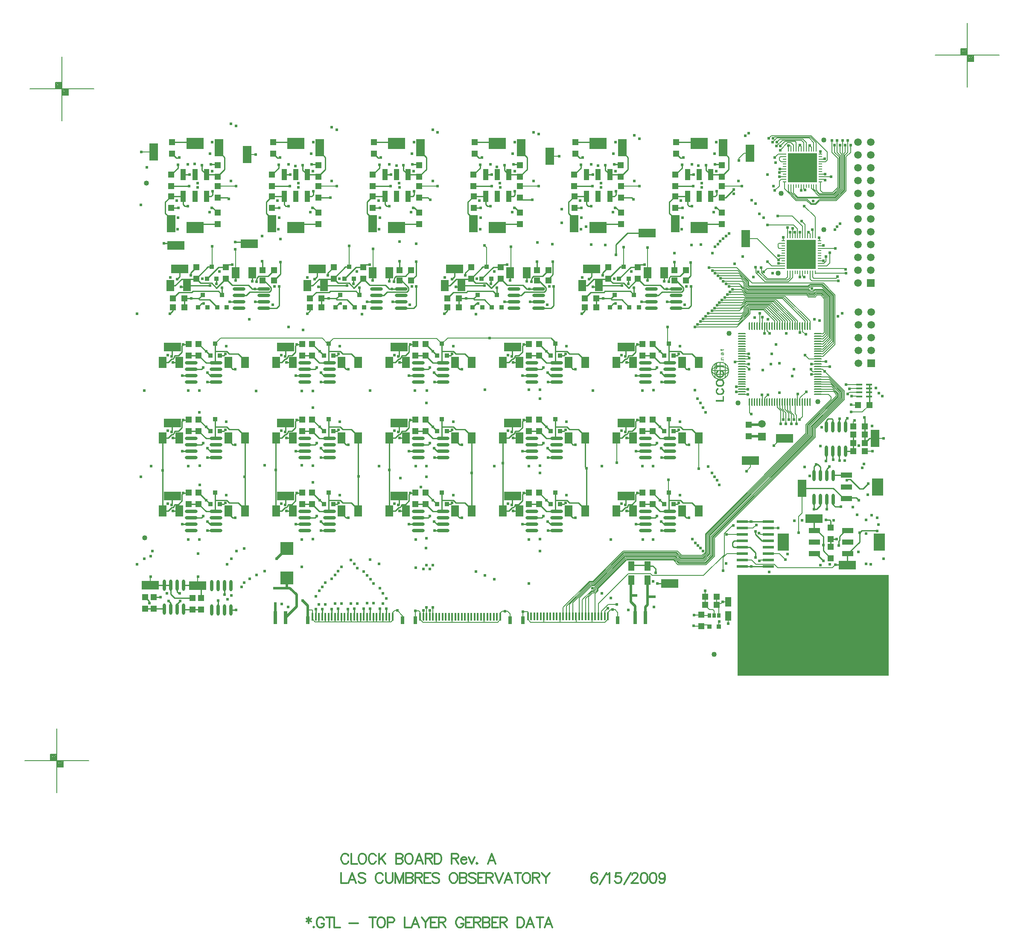
<source format=gtl>
%FSLAX23Y23*%
%MOIN*%
G70*
G01*
G75*
G04 Layer_Physical_Order=1*
G04 Layer_Color=255*
%ADD10C,0.005*%
%ADD11C,0.040*%
%ADD12R,0.085X0.138*%
%ADD13R,0.085X0.043*%
%ADD14R,0.085X0.043*%
%ADD15R,0.060X0.086*%
%ADD16R,0.035X0.037*%
%ADD17R,0.035X0.037*%
%ADD18R,0.050X0.050*%
%ADD19O,0.098X0.028*%
%ADD20R,0.135X0.070*%
%ADD21R,0.228X0.228*%
%ADD22O,0.008X0.033*%
%ADD23O,0.033X0.008*%
%ADD24R,0.070X0.135*%
%ADD25R,0.138X0.085*%
%ADD26R,0.043X0.085*%
%ADD27R,0.043X0.085*%
%ADD28R,0.031X0.060*%
%ADD29R,0.014X0.060*%
%ADD30R,0.030X0.100*%
%ADD31R,0.050X0.050*%
%ADD32R,0.048X0.078*%
%ADD33R,0.100X0.100*%
%ADD34O,0.010X0.061*%
%ADD35O,0.061X0.010*%
%ADD36O,0.024X0.087*%
%ADD37R,0.045X0.017*%
%ADD38R,0.028X0.036*%
%ADD39R,0.036X0.036*%
%ADD40R,0.087X0.024*%
%ADD41C,0.020*%
%ADD42C,0.010*%
%ADD43C,0.012*%
%ADD44R,1.181X0.787*%
%ADD45C,0.008*%
%ADD46C,0.012*%
%ADD47C,0.012*%
%ADD48C,0.236*%
%ADD49C,0.050*%
%ADD50C,0.020*%
%ADD51C,0.026*%
%ADD52R,0.059X0.059*%
%ADD53C,0.059*%
%ADD54C,0.024*%
G36*
X14919Y12379D02*
X14919Y12379D01*
X14919Y12379D01*
X14919Y12379D01*
X14919Y12378D01*
X14919Y12378D01*
X14920Y12377D01*
X14920Y12376D01*
X14920Y12375D01*
X14920Y12374D01*
Y12374D01*
Y12374D01*
X14920Y12373D01*
X14920Y12373D01*
X14920Y12373D01*
X14920Y12372D01*
X14919Y12372D01*
X14919Y12371D01*
X14919Y12371D01*
X14919Y12371D01*
X14919Y12371D01*
X14919Y12370D01*
X14918Y12370D01*
X14918Y12369D01*
X14918Y12369D01*
X14918Y12369D01*
X14918Y12369D01*
X14917Y12369D01*
X14917Y12369D01*
X14917Y12369D01*
X14916Y12369D01*
X14916Y12368D01*
X14915Y12368D01*
X14915D01*
X14915Y12368D01*
X14915D01*
X14914Y12368D01*
X14914Y12368D01*
X14913D01*
X14913Y12368D01*
X14901D01*
Y12365D01*
X14896D01*
Y12368D01*
X14891D01*
X14888Y12374D01*
X14896D01*
Y12378D01*
X14901D01*
Y12374D01*
X14912D01*
X14912Y12374D01*
X14913D01*
X14914Y12374D01*
X14914D01*
X14914Y12374D01*
X14914Y12374D01*
X14914Y12375D01*
X14914Y12375D01*
Y12375D01*
X14914Y12375D01*
X14915Y12375D01*
X14915Y12376D01*
X14915Y12376D01*
Y12376D01*
Y12376D01*
X14915Y12376D01*
X14915Y12377D01*
X14915Y12377D01*
X14914Y12377D01*
X14914Y12378D01*
X14914Y12378D01*
X14919Y12379D01*
Y12379D01*
D02*
G37*
G36*
X14920Y11967D02*
X14857D01*
Y11979D01*
X14909D01*
Y12012D01*
X14920D01*
Y11967D01*
D02*
G37*
G36*
X14909Y12335D02*
X14910D01*
X14910Y12335D01*
X14910Y12335D01*
X14911Y12335D01*
X14912Y12335D01*
X14912Y12336D01*
X14913Y12336D01*
X14914Y12337D01*
X14914Y12337D01*
X14914Y12337D01*
X14914Y12337D01*
X14914Y12337D01*
X14915Y12338D01*
X14915Y12339D01*
X14915Y12339D01*
X14915Y12340D01*
Y12340D01*
Y12340D01*
X14915Y12341D01*
X14915Y12341D01*
X14915Y12341D01*
X14915Y12342D01*
X14915Y12342D01*
X14914Y12342D01*
X14914Y12342D01*
X14914Y12343D01*
X14914Y12343D01*
X14914Y12343D01*
X14913Y12343D01*
X14913Y12344D01*
X14913Y12344D01*
X14912Y12344D01*
X14913Y12350D01*
X14913D01*
X14913Y12350D01*
X14913Y12350D01*
X14913Y12350D01*
X14914Y12350D01*
X14914Y12350D01*
X14915Y12349D01*
X14916Y12349D01*
X14917Y12348D01*
X14917Y12347D01*
X14918Y12346D01*
Y12346D01*
X14918Y12346D01*
X14918Y12346D01*
X14918Y12346D01*
X14918Y12346D01*
X14919Y12345D01*
X14919Y12345D01*
X14919Y12345D01*
X14919Y12344D01*
X14919Y12344D01*
X14920Y12343D01*
X14920Y12341D01*
X14920Y12340D01*
Y12340D01*
Y12340D01*
X14920Y12339D01*
X14920Y12339D01*
X14920Y12338D01*
X14920Y12338D01*
X14919Y12337D01*
X14919Y12337D01*
X14919Y12336D01*
X14919Y12335D01*
X14919Y12334D01*
X14918Y12334D01*
X14918Y12333D01*
X14917Y12332D01*
X14917Y12332D01*
X14916Y12331D01*
X14916Y12331D01*
X14916Y12331D01*
X14916Y12331D01*
X14915Y12331D01*
X14915Y12331D01*
X14915Y12330D01*
X14914Y12330D01*
X14914Y12330D01*
X14913Y12330D01*
X14913Y12330D01*
X14912Y12329D01*
X14911Y12329D01*
X14910Y12329D01*
X14910Y12329D01*
X14909Y12329D01*
X14908Y12329D01*
X14908D01*
X14907Y12329D01*
X14907D01*
X14906Y12329D01*
X14906Y12329D01*
X14905Y12329D01*
X14905Y12329D01*
X14904Y12329D01*
X14903Y12330D01*
X14902Y12330D01*
X14902Y12330D01*
X14901Y12330D01*
X14900Y12331D01*
X14899Y12331D01*
X14899Y12332D01*
X14899Y12332D01*
X14899Y12332D01*
X14899Y12332D01*
X14898Y12332D01*
X14898Y12333D01*
X14898Y12333D01*
X14898Y12333D01*
X14897Y12334D01*
X14897Y12334D01*
X14897Y12335D01*
X14896Y12336D01*
X14896Y12336D01*
X14896Y12337D01*
X14896Y12338D01*
X14896Y12339D01*
X14896Y12339D01*
Y12339D01*
Y12340D01*
X14896Y12340D01*
Y12340D01*
X14896Y12341D01*
X14896Y12341D01*
X14896Y12342D01*
X14896Y12342D01*
X14896Y12343D01*
X14896Y12344D01*
X14897Y12344D01*
X14897Y12345D01*
X14897Y12346D01*
X14898Y12346D01*
X14898Y12347D01*
X14899Y12348D01*
X14899Y12348D01*
X14899Y12348D01*
X14899Y12348D01*
X14900Y12348D01*
X14900Y12348D01*
X14900Y12349D01*
X14901Y12349D01*
X14902Y12349D01*
X14902Y12349D01*
X14903Y12350D01*
X14904Y12350D01*
X14905Y12350D01*
X14906Y12350D01*
X14907Y12350D01*
X14908Y12350D01*
X14909D01*
Y12335D01*
D02*
G37*
G36*
X14919Y12279D02*
X14913D01*
Y12285D01*
X14919D01*
Y12279D01*
D02*
G37*
G36*
Y12306D02*
X14906D01*
X14905Y12306D01*
X14905Y12306D01*
X14904Y12306D01*
X14903Y12306D01*
X14903Y12306D01*
X14903Y12306D01*
X14903Y12305D01*
X14903D01*
X14902Y12305D01*
X14902Y12305D01*
X14902Y12305D01*
X14902Y12305D01*
X14901Y12305D01*
X14901Y12304D01*
X14901Y12304D01*
X14901Y12304D01*
X14901Y12304D01*
X14901Y12304D01*
X14901Y12304D01*
X14900Y12303D01*
X14900Y12303D01*
X14900Y12302D01*
X14900Y12302D01*
Y12302D01*
Y12302D01*
X14900Y12301D01*
X14900Y12301D01*
X14900Y12301D01*
X14901Y12300D01*
X14901Y12300D01*
X14901Y12299D01*
X14901Y12299D01*
X14901Y12299D01*
X14901Y12299D01*
X14902Y12298D01*
X14902Y12298D01*
X14902Y12298D01*
X14903Y12298D01*
X14903Y12297D01*
X14904D01*
X14904Y12297D01*
X14904Y12297D01*
X14904D01*
X14904Y12297D01*
X14905Y12297D01*
X14905Y12297D01*
X14905Y12297D01*
X14906Y12297D01*
X14906Y12297D01*
X14907Y12297D01*
X14907D01*
X14908Y12297D01*
X14919D01*
Y12291D01*
X14896D01*
Y12297D01*
X14900D01*
X14899Y12297D01*
X14899Y12297D01*
X14899Y12297D01*
X14899Y12297D01*
X14899Y12297D01*
X14898Y12298D01*
X14898Y12298D01*
X14898Y12299D01*
X14897Y12299D01*
X14897Y12300D01*
X14896Y12300D01*
X14896Y12301D01*
X14896Y12302D01*
X14896Y12303D01*
X14896Y12303D01*
X14896Y12304D01*
Y12304D01*
Y12304D01*
Y12305D01*
X14896Y12305D01*
X14896Y12305D01*
X14896Y12306D01*
X14896Y12307D01*
X14896Y12307D01*
X14896Y12308D01*
X14896Y12308D01*
X14896Y12308D01*
X14897Y12308D01*
X14897Y12309D01*
X14897Y12309D01*
X14897Y12310D01*
X14898Y12310D01*
X14898Y12310D01*
X14898Y12310D01*
X14898Y12311D01*
X14899Y12311D01*
X14899Y12311D01*
X14899Y12311D01*
X14900Y12311D01*
X14900Y12311D01*
X14901Y12312D01*
X14901D01*
X14901Y12312D01*
X14901Y12312D01*
X14902Y12312D01*
X14902Y12312D01*
X14903Y12312D01*
X14904Y12312D01*
X14919D01*
Y12306D01*
D02*
G37*
G36*
X14867Y12252D02*
X14920D01*
Y12239D01*
X14867D01*
Y12220D01*
X14856D01*
Y12271D01*
X14867D01*
Y12252D01*
D02*
G37*
G36*
X14912Y12213D02*
X14912Y12212D01*
X14912Y12212D01*
X14912Y12212D01*
X14913Y12211D01*
X14913Y12211D01*
X14913Y12210D01*
X14914Y12210D01*
X14914Y12209D01*
X14915Y12208D01*
X14916Y12207D01*
X14916Y12206D01*
X14917Y12205D01*
X14917Y12204D01*
X14918Y12202D01*
X14918Y12201D01*
Y12201D01*
X14919Y12200D01*
X14919Y12200D01*
X14919Y12199D01*
X14919Y12199D01*
X14919Y12198D01*
X14920Y12197D01*
X14920Y12196D01*
X14920Y12195D01*
X14921Y12194D01*
X14921Y12191D01*
X14921Y12188D01*
X14921Y12185D01*
Y12185D01*
Y12185D01*
Y12184D01*
X14921Y12184D01*
X14921Y12183D01*
X14921Y12182D01*
X14921Y12181D01*
X14921Y12179D01*
X14921Y12178D01*
X14920Y12177D01*
X14920Y12174D01*
X14919Y12172D01*
X14919Y12171D01*
X14918Y12169D01*
X14917Y12168D01*
X14917Y12168D01*
X14917Y12167D01*
X14917Y12167D01*
X14917Y12166D01*
X14916Y12166D01*
X14916Y12165D01*
X14915Y12164D01*
X14914Y12164D01*
X14913Y12163D01*
X14912Y12162D01*
X14911Y12161D01*
X14910Y12160D01*
X14909Y12159D01*
X14908Y12158D01*
X14907Y12157D01*
X14905Y12157D01*
X14905D01*
X14905Y12156D01*
X14904Y12156D01*
X14904Y12156D01*
X14903Y12156D01*
X14902Y12155D01*
X14901Y12155D01*
X14900Y12155D01*
X14899Y12154D01*
X14898Y12154D01*
X14896Y12154D01*
X14895Y12153D01*
X14891Y12153D01*
X14890Y12153D01*
X14888Y12153D01*
X14887D01*
X14886Y12153D01*
X14885Y12153D01*
X14884Y12153D01*
X14883Y12153D01*
X14882Y12153D01*
X14881Y12154D01*
X14879Y12154D01*
X14876Y12155D01*
X14875Y12155D01*
X14873Y12156D01*
X14872Y12156D01*
X14870Y12157D01*
X14870Y12157D01*
X14870Y12157D01*
X14870Y12157D01*
X14869Y12158D01*
X14868Y12158D01*
X14868Y12159D01*
X14867Y12159D01*
X14866Y12160D01*
X14865Y12161D01*
X14864Y12162D01*
X14863Y12163D01*
X14862Y12164D01*
X14861Y12165D01*
X14860Y12166D01*
X14859Y12168D01*
X14858Y12169D01*
Y12169D01*
X14858Y12169D01*
X14858Y12170D01*
X14858Y12170D01*
X14858Y12171D01*
X14857Y12172D01*
X14857Y12172D01*
X14857Y12173D01*
X14856Y12175D01*
X14856Y12176D01*
X14856Y12177D01*
X14856Y12178D01*
X14855Y12180D01*
X14855Y12181D01*
X14855Y12185D01*
Y12185D01*
Y12185D01*
Y12186D01*
X14855Y12187D01*
X14855Y12188D01*
X14855Y12189D01*
X14855Y12190D01*
X14856Y12191D01*
X14856Y12194D01*
X14857Y12196D01*
X14857Y12197D01*
X14858Y12199D01*
X14858Y12200D01*
X14859Y12202D01*
X14860Y12203D01*
X14860Y12203D01*
X14860Y12203D01*
X14861Y12204D01*
X14861Y12204D01*
X14862Y12205D01*
X14862Y12205D01*
X14863Y12206D01*
X14864Y12207D01*
X14865Y12207D01*
X14866Y12208D01*
X14867Y12209D01*
X14868Y12210D01*
X14869Y12210D01*
X14871Y12211D01*
X14872Y12211D01*
X14874Y12212D01*
X14876Y12199D01*
X14876D01*
X14876Y12199D01*
X14876Y12199D01*
X14876Y12199D01*
X14875Y12198D01*
X14874Y12198D01*
X14872Y12197D01*
X14871Y12196D01*
X14870Y12195D01*
X14869Y12194D01*
X14869Y12194D01*
X14868Y12193D01*
X14868Y12192D01*
X14867Y12191D01*
X14867Y12190D01*
X14867Y12188D01*
X14866Y12187D01*
X14866Y12185D01*
Y12184D01*
Y12184D01*
Y12184D01*
X14866Y12183D01*
X14866Y12182D01*
X14866Y12182D01*
X14867Y12181D01*
X14867Y12180D01*
X14867Y12178D01*
X14868Y12176D01*
X14868Y12175D01*
X14869Y12174D01*
X14870Y12173D01*
X14871Y12172D01*
X14872Y12171D01*
X14872Y12171D01*
X14872Y12171D01*
X14872Y12171D01*
X14873Y12170D01*
X14873Y12170D01*
X14874Y12170D01*
X14875Y12169D01*
X14876Y12169D01*
X14877Y12168D01*
X14878Y12168D01*
X14879Y12167D01*
X14881Y12167D01*
X14882Y12167D01*
X14884Y12166D01*
X14886Y12166D01*
X14888Y12166D01*
X14889D01*
X14889Y12166D01*
X14890Y12166D01*
X14891Y12166D01*
X14893Y12167D01*
X14894Y12167D01*
X14897Y12167D01*
X14898Y12168D01*
X14900Y12168D01*
X14901Y12169D01*
X14902Y12169D01*
X14904Y12170D01*
X14905Y12171D01*
X14905Y12171D01*
X14905Y12171D01*
X14905Y12172D01*
X14906Y12172D01*
X14906Y12173D01*
X14906Y12173D01*
X14907Y12174D01*
X14908Y12175D01*
X14908Y12176D01*
X14909Y12177D01*
X14909Y12178D01*
X14909Y12179D01*
X14910Y12180D01*
X14910Y12182D01*
X14910Y12183D01*
X14910Y12184D01*
Y12185D01*
Y12185D01*
Y12185D01*
X14910Y12186D01*
X14910Y12187D01*
X14910Y12188D01*
X14910Y12190D01*
X14909Y12191D01*
X14909Y12193D01*
Y12193D01*
X14909Y12193D01*
X14909Y12193D01*
X14908Y12194D01*
X14908Y12195D01*
X14907Y12196D01*
X14907Y12197D01*
X14906Y12198D01*
X14905Y12200D01*
X14897D01*
Y12185D01*
X14886D01*
Y12213D01*
X14912D01*
X14912Y12213D01*
D02*
G37*
G36*
X14901Y12074D02*
X14902Y12074D01*
X14902Y12074D01*
X14903Y12073D01*
X14904Y12073D01*
X14905Y12073D01*
X14906Y12072D01*
X14909Y12071D01*
X14910Y12070D01*
X14912Y12069D01*
X14913Y12068D01*
X14914Y12067D01*
X14915Y12066D01*
X14916Y12065D01*
X14916Y12065D01*
X14917Y12064D01*
X14917Y12064D01*
X14917Y12064D01*
X14917Y12063D01*
X14918Y12062D01*
X14918Y12061D01*
X14919Y12060D01*
X14919Y12059D01*
X14920Y12058D01*
X14920Y12056D01*
X14921Y12055D01*
X14921Y12053D01*
X14921Y12051D01*
X14921Y12050D01*
X14921Y12048D01*
Y12048D01*
Y12047D01*
X14921Y12046D01*
X14921Y12046D01*
X14921Y12045D01*
X14921Y12043D01*
X14921Y12042D01*
X14920Y12040D01*
X14920Y12039D01*
X14919Y12037D01*
X14919Y12035D01*
X14918Y12033D01*
X14917Y12032D01*
X14916Y12030D01*
X14914Y12028D01*
X14913Y12027D01*
X14913Y12027D01*
X14912Y12026D01*
X14912Y12026D01*
X14911Y12025D01*
X14910Y12025D01*
X14909Y12024D01*
X14908Y12023D01*
X14906Y12023D01*
X14905Y12022D01*
X14903Y12021D01*
X14901Y12020D01*
X14899Y12020D01*
X14897Y12019D01*
X14894Y12019D01*
X14892Y12019D01*
X14889Y12019D01*
X14888D01*
X14887Y12019D01*
X14886Y12019D01*
X14885Y12019D01*
X14883Y12019D01*
X14882Y12019D01*
X14880Y12020D01*
X14878Y12020D01*
X14876Y12021D01*
X14874Y12021D01*
X14872Y12022D01*
X14870Y12023D01*
X14868Y12024D01*
X14866Y12025D01*
X14864Y12027D01*
X14864Y12027D01*
X14864Y12027D01*
X14863Y12028D01*
X14863Y12028D01*
X14862Y12029D01*
X14861Y12030D01*
X14860Y12031D01*
X14859Y12033D01*
X14859Y12034D01*
X14858Y12036D01*
X14857Y12037D01*
X14856Y12039D01*
X14856Y12041D01*
X14855Y12044D01*
X14855Y12046D01*
X14855Y12048D01*
Y12049D01*
Y12049D01*
X14855Y12050D01*
Y12050D01*
X14855Y12051D01*
X14855Y12053D01*
X14856Y12054D01*
X14856Y12055D01*
X14856Y12057D01*
X14857Y12058D01*
X14857Y12060D01*
X14858Y12062D01*
X14859Y12063D01*
X14860Y12065D01*
X14861Y12066D01*
X14862Y12068D01*
X14862Y12068D01*
X14862Y12068D01*
X14862Y12068D01*
X14863Y12068D01*
X14863Y12069D01*
X14864Y12069D01*
X14864Y12070D01*
X14865Y12070D01*
X14866Y12071D01*
X14867Y12071D01*
X14868Y12072D01*
X14869Y12072D01*
X14870Y12073D01*
X14871Y12073D01*
X14872Y12074D01*
X14874Y12074D01*
X14877Y12061D01*
X14877D01*
X14877Y12061D01*
X14876Y12061D01*
X14876Y12061D01*
X14875Y12061D01*
X14874Y12060D01*
X14873Y12060D01*
X14871Y12059D01*
X14870Y12058D01*
X14869Y12057D01*
X14869Y12056D01*
X14869Y12056D01*
X14868Y12055D01*
X14868Y12054D01*
X14867Y12053D01*
X14867Y12051D01*
X14866Y12050D01*
X14866Y12048D01*
Y12048D01*
Y12047D01*
Y12047D01*
X14866Y12047D01*
X14866Y12046D01*
X14866Y12045D01*
X14867Y12044D01*
X14867Y12042D01*
X14868Y12041D01*
X14868Y12040D01*
X14869Y12039D01*
X14870Y12038D01*
X14870Y12037D01*
X14871Y12036D01*
X14871Y12036D01*
X14872Y12036D01*
X14872Y12036D01*
X14872Y12036D01*
X14873Y12035D01*
X14874Y12035D01*
X14874Y12034D01*
X14875Y12034D01*
X14876Y12034D01*
X14878Y12033D01*
X14879Y12033D01*
X14880Y12033D01*
X14882Y12032D01*
X14884Y12032D01*
X14886Y12032D01*
X14888Y12032D01*
X14889D01*
X14890Y12032D01*
X14891Y12032D01*
X14892Y12032D01*
X14893Y12032D01*
X14895Y12032D01*
X14897Y12033D01*
X14900Y12034D01*
X14902Y12034D01*
X14903Y12035D01*
X14904Y12035D01*
X14905Y12036D01*
X14905Y12036D01*
X14905Y12036D01*
X14906Y12037D01*
X14906Y12037D01*
X14906Y12037D01*
X14907Y12038D01*
X14907Y12039D01*
X14908Y12039D01*
X14909Y12041D01*
X14909Y12043D01*
X14910Y12044D01*
X14910Y12045D01*
X14910Y12046D01*
X14910Y12048D01*
Y12048D01*
Y12048D01*
Y12048D01*
X14910Y12048D01*
X14910Y12049D01*
X14910Y12051D01*
X14909Y12052D01*
X14909Y12053D01*
X14908Y12055D01*
X14907Y12056D01*
X14907Y12056D01*
X14907Y12057D01*
X14906Y12057D01*
X14906Y12058D01*
X14904Y12058D01*
X14904Y12059D01*
X14903Y12059D01*
X14902Y12060D01*
X14901Y12060D01*
X14900Y12061D01*
X14899Y12061D01*
X14898Y12061D01*
X14897Y12062D01*
X14901Y12074D01*
X14901D01*
X14901Y12074D01*
D02*
G37*
G36*
X14890Y12145D02*
X14891Y12145D01*
X14892Y12145D01*
X14894Y12145D01*
X14895Y12144D01*
X14897Y12144D01*
X14899Y12143D01*
X14901Y12143D01*
X14903Y12142D01*
X14905Y12141D01*
X14907Y12140D01*
X14909Y12139D01*
X14911Y12138D01*
X14913Y12136D01*
X14913Y12136D01*
X14913Y12136D01*
X14914Y12136D01*
X14914Y12135D01*
X14915Y12134D01*
X14915Y12133D01*
X14916Y12132D01*
X14917Y12130D01*
X14918Y12129D01*
X14919Y12127D01*
X14919Y12125D01*
X14920Y12123D01*
X14921Y12121D01*
X14921Y12119D01*
X14921Y12117D01*
X14921Y12114D01*
Y12114D01*
Y12113D01*
X14921Y12113D01*
X14921Y12112D01*
X14921Y12110D01*
X14921Y12109D01*
X14921Y12107D01*
X14920Y12106D01*
X14920Y12104D01*
X14919Y12102D01*
X14919Y12100D01*
X14918Y12098D01*
X14917Y12097D01*
X14916Y12095D01*
X14914Y12093D01*
X14913Y12091D01*
X14913Y12091D01*
X14912Y12091D01*
X14912Y12091D01*
X14911Y12090D01*
X14910Y12089D01*
X14909Y12089D01*
X14908Y12088D01*
X14906Y12087D01*
X14905Y12086D01*
X14903Y12086D01*
X14901Y12085D01*
X14899Y12084D01*
X14897Y12084D01*
X14894Y12083D01*
X14892Y12083D01*
X14889Y12083D01*
X14888D01*
X14887Y12083D01*
X14886D01*
X14885Y12083D01*
X14884Y12083D01*
X14883Y12083D01*
X14880Y12084D01*
X14878Y12084D01*
X14875Y12085D01*
X14872Y12086D01*
X14872D01*
X14872Y12086D01*
X14872Y12086D01*
X14871Y12086D01*
X14870Y12087D01*
X14869Y12087D01*
X14868Y12088D01*
X14866Y12089D01*
X14865Y12090D01*
X14863Y12092D01*
X14863Y12092D01*
X14863Y12092D01*
X14863Y12092D01*
X14862Y12093D01*
X14861Y12094D01*
X14860Y12095D01*
X14859Y12097D01*
X14858Y12098D01*
X14858Y12100D01*
Y12100D01*
X14858Y12100D01*
X14857Y12101D01*
X14857Y12101D01*
X14857Y12102D01*
X14857Y12102D01*
X14857Y12103D01*
X14856Y12104D01*
X14856Y12105D01*
X14856Y12106D01*
X14855Y12108D01*
X14855Y12111D01*
X14855Y12114D01*
Y12114D01*
Y12114D01*
X14855Y12115D01*
X14855Y12116D01*
X14855Y12117D01*
X14856Y12119D01*
X14856Y12120D01*
X14856Y12122D01*
X14857Y12124D01*
X14857Y12126D01*
X14858Y12127D01*
X14859Y12129D01*
X14860Y12131D01*
X14861Y12133D01*
X14862Y12135D01*
X14864Y12136D01*
X14864Y12137D01*
X14864Y12137D01*
X14865Y12137D01*
X14865Y12138D01*
X14866Y12138D01*
X14867Y12139D01*
X14869Y12140D01*
X14870Y12141D01*
X14872Y12142D01*
X14874Y12142D01*
X14876Y12143D01*
X14878Y12144D01*
X14880Y12144D01*
X14883Y12145D01*
X14886Y12145D01*
X14888Y12145D01*
X14889D01*
X14890Y12145D01*
D02*
G37*
%LPC*%
G36*
X14906Y12344D02*
X14905D01*
X14905Y12344D01*
X14905Y12344D01*
X14904Y12344D01*
X14904Y12344D01*
X14903Y12344D01*
X14902Y12343D01*
X14902Y12343D01*
X14902Y12343D01*
X14901Y12343D01*
X14901Y12342D01*
X14901Y12342D01*
X14901Y12342D01*
X14900Y12341D01*
X14900Y12340D01*
X14900Y12340D01*
Y12340D01*
Y12340D01*
X14900Y12339D01*
X14900Y12339D01*
X14900Y12339D01*
X14901Y12338D01*
X14901Y12338D01*
X14901Y12337D01*
X14902Y12336D01*
X14902Y12336D01*
X14902Y12336D01*
X14902Y12336D01*
X14903Y12336D01*
X14903Y12336D01*
X14904Y12335D01*
X14905Y12335D01*
X14906Y12335D01*
Y12344D01*
D02*
G37*
G36*
X14888Y12132D02*
X14887D01*
X14886Y12132D01*
X14885Y12131D01*
X14884Y12131D01*
X14883Y12131D01*
X14882Y12131D01*
X14879Y12130D01*
X14878Y12130D01*
X14876Y12130D01*
X14875Y12129D01*
X14874Y12128D01*
X14873Y12128D01*
X14872Y12127D01*
X14872Y12127D01*
X14871Y12127D01*
X14871Y12126D01*
X14871Y12126D01*
X14870Y12125D01*
X14870Y12125D01*
X14869Y12124D01*
X14869Y12123D01*
X14868Y12123D01*
X14868Y12122D01*
X14867Y12120D01*
X14867Y12119D01*
X14867Y12118D01*
X14866Y12117D01*
X14866Y12115D01*
X14866Y12114D01*
Y12114D01*
Y12114D01*
Y12113D01*
X14866Y12113D01*
X14866Y12112D01*
X14866Y12111D01*
X14867Y12110D01*
X14867Y12109D01*
X14867Y12107D01*
X14868Y12106D01*
X14868Y12105D01*
X14869Y12104D01*
X14870Y12103D01*
X14871Y12102D01*
X14872Y12101D01*
X14872Y12101D01*
X14872Y12101D01*
X14872Y12101D01*
X14873Y12100D01*
X14873Y12100D01*
X14874Y12100D01*
X14875Y12099D01*
X14876Y12099D01*
X14877Y12098D01*
X14878Y12098D01*
X14879Y12097D01*
X14881Y12097D01*
X14883Y12097D01*
X14884Y12096D01*
X14886Y12096D01*
X14888Y12096D01*
X14889D01*
X14890Y12096D01*
X14891Y12096D01*
X14892Y12096D01*
X14893Y12097D01*
X14894Y12097D01*
X14897Y12097D01*
X14898Y12098D01*
X14900Y12098D01*
X14901Y12099D01*
X14902Y12100D01*
X14904Y12100D01*
X14905Y12101D01*
X14905Y12101D01*
X14905Y12101D01*
X14905Y12102D01*
X14906Y12102D01*
X14906Y12103D01*
X14907Y12103D01*
X14907Y12104D01*
X14908Y12105D01*
X14908Y12106D01*
X14909Y12107D01*
X14909Y12108D01*
X14909Y12109D01*
X14910Y12110D01*
X14910Y12111D01*
X14910Y12113D01*
X14910Y12114D01*
Y12114D01*
Y12114D01*
Y12115D01*
X14910Y12115D01*
X14910Y12116D01*
X14910Y12117D01*
X14910Y12118D01*
X14910Y12118D01*
X14909Y12120D01*
X14909Y12122D01*
X14908Y12123D01*
X14907Y12124D01*
X14907Y12125D01*
X14906Y12126D01*
X14905Y12127D01*
X14905Y12127D01*
X14905Y12127D01*
X14904Y12127D01*
X14904Y12127D01*
X14903Y12128D01*
X14902Y12128D01*
X14902Y12129D01*
X14901Y12129D01*
X14899Y12130D01*
X14898Y12130D01*
X14897Y12130D01*
X14895Y12131D01*
X14894Y12131D01*
X14892Y12131D01*
X14890Y12132D01*
X14888Y12132D01*
D02*
G37*
%LPD*%
D10*
X14954Y12218D02*
X14947Y12224D01*
X14939Y12229D01*
X14931Y12233D01*
X14922Y12236D01*
X14913Y12238D01*
X14904Y12239D01*
Y12179D02*
X14913Y12179D01*
X14922Y12181D01*
X14931Y12184D01*
X14939Y12188D01*
X14947Y12193D01*
X14954Y12200D01*
X14824D02*
X14831Y12193D01*
X14839Y12188D01*
X14848Y12184D01*
X14856Y12181D01*
X14866Y12179D01*
X14875Y12179D01*
Y12239D02*
X14866Y12238D01*
X14856Y12236D01*
X14848Y12233D01*
X14839Y12229D01*
X14831Y12224D01*
X14824Y12218D01*
X14956Y12209D02*
X14956Y12218D01*
X14953Y12228D01*
X14950Y12238D01*
X14945Y12246D01*
X14938Y12254D01*
X14931Y12261D01*
X14923Y12267D01*
X14914Y12271D01*
X14904Y12274D01*
X14894Y12275D01*
X14884D01*
X14874Y12274D01*
X14865Y12271D01*
X14856Y12267D01*
X14847Y12261D01*
X14840Y12254D01*
X14834Y12246D01*
X14829Y12238D01*
X14825Y12228D01*
X14823Y12218D01*
X14822Y12209D01*
X14823Y12199D01*
X14825Y12189D01*
X14829Y12179D01*
X14834Y12171D01*
X14840Y12163D01*
X14847Y12156D01*
X14856Y12150D01*
X14865Y12146D01*
X14874Y12143D01*
X14884Y12142D01*
X14894D01*
X14904Y12143D01*
X14914Y12146D01*
X14923Y12150D01*
X14931Y12156D01*
X14938Y12163D01*
X14945Y12171D01*
X14950Y12179D01*
X14953Y12189D01*
X14956Y12199D01*
X14956Y12209D01*
X14889Y12239D02*
X14904D01*
X14889Y12179D02*
X14904D01*
X14875D02*
X14889D01*
X14875Y12239D02*
X14889D01*
X14822Y12209D02*
X14956D01*
X14889Y12142D02*
Y12276D01*
X14850Y12155D02*
Y12263D01*
X14928Y12155D02*
Y12263D01*
X14822Y12209D02*
Y12212D01*
X14344Y10625D02*
X14358Y10610D01*
X14760D01*
X14985Y11002D02*
X14992D01*
X14921Y10937D02*
X14985Y11002D01*
X14921Y10771D02*
Y10937D01*
X14760Y10610D02*
X14921Y10771D01*
X14173Y10625D02*
X14344D01*
X13938Y10390D02*
X14173Y10625D01*
X13938Y10289D02*
Y10390D01*
X14615Y10712D02*
X14771D01*
X14615Y10703D02*
X14775D01*
X14615Y10730D02*
X14763D01*
X14615Y10757D02*
X14752D01*
X14615Y10748D02*
X14756D01*
X14615Y10739D02*
X14760D01*
X14615Y10721D02*
X14767D01*
X14615Y10766D02*
X14748D01*
X14615Y10694D02*
X14778D01*
X14564Y10703D02*
X14615D01*
X14579Y10739D02*
X14615D01*
X14575Y10730D02*
X14615D01*
X14571Y10721D02*
X14615D01*
X14568Y10712D02*
X14615D01*
X14560Y10694D02*
X14615D01*
X14586Y10757D02*
X14615D01*
X14583Y10748D02*
X14615D01*
X14590Y10766D02*
X14615D01*
X14160Y10729D02*
X14524D01*
X14157Y10738D02*
X14528D01*
X14153Y10747D02*
X14532D01*
X14149Y10756D02*
X14536D01*
X14145Y10765D02*
X14539D01*
X14142Y10774D02*
X14543D01*
X14138Y10783D02*
X14547D01*
X14134Y10792D02*
X14550D01*
X14131Y10801D02*
X14554D01*
X14590Y10766D01*
X14550Y10792D02*
X14586Y10757D01*
X14547Y10783D02*
X14583Y10748D01*
X14543Y10774D02*
X14579Y10739D01*
X14539Y10765D02*
X14575Y10730D01*
X14536Y10756D02*
X14571Y10721D01*
X14532Y10747D02*
X14568Y10712D01*
X14528Y10738D02*
X14564Y10703D01*
X14524Y10729D02*
X14560Y10694D01*
X14771Y10712D02*
X14828Y10768D01*
X14775Y10703D02*
X14837Y10765D01*
X14778Y10694D02*
X14846Y10761D01*
X13937Y10506D02*
X14160Y10729D01*
X13928Y10510D02*
X14157Y10738D01*
X13919Y10513D02*
X14153Y10747D01*
X13910Y10517D02*
X14149Y10756D01*
X13909Y10529D02*
X14145Y10765D01*
X13905Y10538D02*
X14142Y10774D01*
X13902Y10547D02*
X14138Y10783D01*
X13898Y10556D02*
X14134Y10792D01*
X13894Y10565D02*
X14131Y10801D01*
X15705Y12204D02*
X15858Y12051D01*
X15688Y12221D02*
X15705Y12204D01*
X15348Y13205D02*
X15382D01*
X15342Y13200D02*
X15348Y13205D01*
X15342Y13174D02*
Y13200D01*
Y13174D02*
X15350Y13165D01*
X15382D01*
X12306Y10248D02*
Y10288D01*
X12183Y10248D02*
Y10288D01*
X12058Y10248D02*
Y10288D01*
X12083Y10248D02*
Y10288D01*
X12008Y10248D02*
Y10288D01*
X11881Y10248D02*
Y10288D01*
X11807Y10248D02*
X11807Y10248D01*
X11807Y10248D02*
X11832D01*
X11757D02*
X11807D01*
X11807Y10248D02*
Y10288D01*
X15794Y12932D02*
X15807Y12945D01*
X15631Y12976D02*
X15636Y12971D01*
X15871D01*
X15664Y13008D02*
X15863D01*
X15870Y13001D01*
X15664Y13165D02*
X15664Y13165D01*
X15788D01*
X15611Y13257D02*
Y13308D01*
X15610Y13310D02*
X15611Y13308D01*
X15454Y13257D02*
X15455Y13258D01*
Y13318D01*
X15456Y13320D01*
X15414Y13257D02*
X15415Y13258D01*
Y13326D01*
X14687Y10302D02*
X14742D01*
X15767Y10671D02*
X15789Y10693D01*
X15340Y10671D02*
X15767D01*
X15313Y10698D02*
X15340Y10671D01*
X15169Y10698D02*
X15313D01*
X15137Y10730D02*
X15169Y10698D01*
X15062Y10730D02*
X15137D01*
X15203D02*
X15267D01*
X15197Y10724D02*
X15203Y10730D01*
X15147Y10980D02*
X15172Y11005D01*
X15062Y10980D02*
X15147D01*
X15528Y11097D02*
Y11292D01*
X15502Y11072D02*
X15528Y11097D01*
X15502Y10945D02*
Y11072D01*
X15342Y10980D02*
X15343Y10981D01*
X15267Y10980D02*
X15342D01*
X16100Y11680D02*
X16101Y11681D01*
X16167Y11680D01*
X15352Y10780D02*
X15398Y10734D01*
X15267Y10780D02*
X15352D01*
X14939Y10930D02*
X15062D01*
X14939Y10930D02*
X14939Y10930D01*
X15205D02*
X15267D01*
X15193Y10942D02*
X15205Y10930D01*
X14911Y10646D02*
Y10749D01*
X14942Y10780D02*
X15062D01*
X14911Y10749D02*
X14942Y10780D01*
X12647Y10361D02*
X12647Y10360D01*
Y10288D02*
Y10360D01*
X12622Y10336D02*
X12622Y10335D01*
Y10288D02*
Y10335D01*
X12597Y10362D02*
X12597Y10361D01*
Y10288D02*
Y10361D01*
X12572Y10338D02*
X12572Y10337D01*
Y10288D02*
Y10337D01*
X10440Y10598D02*
X10441Y10600D01*
X10440Y10535D02*
Y10598D01*
X10810Y10530D02*
Y10598D01*
X10811Y10600D01*
X15472Y11962D02*
X15474Y11964D01*
X14878Y10247D02*
X14881Y10250D01*
X14878Y10212D02*
Y10247D01*
X14685Y10215D02*
X14741D01*
X14682Y10218D02*
X14685Y10215D01*
X15395Y12556D02*
Y12586D01*
X15664Y13165D02*
X15665Y13167D01*
X16077Y11580D02*
X16079Y11581D01*
X16020Y11580D02*
X16077D01*
X15930Y11809D02*
X15940Y11819D01*
X15930Y11775D02*
Y11809D01*
X15756Y13724D02*
X15756Y13725D01*
X15673Y13724D02*
X15756D01*
X15700Y13704D02*
X15708Y13697D01*
X15673Y13704D02*
X15700D01*
X15291Y13028D02*
X15382D01*
X15260Y13059D02*
X15291Y13028D01*
X15315Y13616D02*
X15351Y13652D01*
Y13690D01*
X15366Y13704D01*
X15391D01*
X15381Y13047D02*
X15382Y13047D01*
X15347Y13047D02*
X15381D01*
X15352Y13725D02*
X15353Y13724D01*
X15391D01*
X15361Y13882D02*
X15391D01*
X15352Y13873D02*
X15361Y13882D01*
X15352Y13854D02*
Y13873D01*
Y13854D02*
X15364Y13842D01*
X15391D01*
Y13630D02*
Y13685D01*
Y13630D02*
X15483Y13538D01*
X15338Y13418D02*
X15452D01*
X15260Y13346D02*
X15463D01*
X15492Y13258D02*
X15493Y13257D01*
X15492Y13258D02*
Y13317D01*
X15463Y13346D02*
X15492Y13317D01*
X15454Y12936D02*
Y12976D01*
X15422Y12905D02*
X15454Y12936D01*
X15434Y12935D02*
Y12976D01*
X15416Y12918D02*
X15434Y12935D01*
X15251Y12918D02*
X15416D01*
X15238Y12905D02*
X15422D01*
X15414Y12939D02*
Y12976D01*
X15402Y12927D02*
X15414Y12939D01*
X15258Y12927D02*
X15402D01*
X15169Y12974D02*
X15238Y12905D01*
X15187Y12982D02*
X15251Y12918D01*
X15211Y12974D02*
X15258Y12927D01*
X15169Y12974D02*
Y13013D01*
X15166Y13016D02*
X15169Y13013D01*
X15211Y12974D02*
Y13012D01*
X15208Y13015D02*
X15211Y13012D01*
X15256Y13008D02*
X15382D01*
X15229Y12982D02*
X15256Y13008D01*
X15452Y13418D02*
X15533Y13337D01*
Y13257D02*
Y13337D01*
X15524Y13378D02*
X15552Y13349D01*
Y13257D02*
Y13349D01*
X15547Y13495D02*
X15631Y13411D01*
Y13257D02*
Y13411D01*
X15341Y13901D02*
X15391D01*
X15314Y13875D02*
X15341Y13901D01*
X15270Y14025D02*
X15289Y14044D01*
X15600D01*
X15725Y13918D01*
Y13854D02*
Y13918D01*
X15713Y13842D02*
X15725Y13854D01*
X15673Y13842D02*
X15713D01*
X15358Y13932D02*
X15359D01*
X15417Y13990D01*
X15443D01*
X15463Y13970D01*
Y13934D02*
Y13970D01*
X15312Y14035D02*
X15596D01*
X15640Y13934D02*
Y13991D01*
X15333Y14026D02*
X15585D01*
X15620Y13934D02*
Y13991D01*
X15395Y13999D02*
X15475D01*
X15483Y13934D02*
Y13991D01*
X15375Y14008D02*
X15525D01*
X15542Y13934D02*
Y13991D01*
X15354Y14017D02*
X15535D01*
X15561Y13934D02*
Y13991D01*
X15301Y14023D02*
X15312Y14035D01*
X15300Y13993D02*
X15333Y14026D01*
X15331Y13993D02*
X15354Y14017D01*
X15330Y13963D02*
X15375Y14008D01*
X15360Y13964D02*
X15395Y13999D01*
X15596Y14035D02*
X15640Y13991D01*
X15585Y14026D02*
X15620Y13991D01*
X15535Y14017D02*
X15561Y13991D01*
X15525Y14008D02*
X15542Y13991D01*
X15475Y13999D02*
X15483Y13991D01*
X15483Y13538D02*
X15567D01*
X15598Y13506D01*
X15636D01*
X15667Y13538D01*
X15423Y13610D02*
Y13652D01*
Y13610D02*
X15487Y13547D01*
X15570D01*
X15602Y13515D01*
X15632D02*
X15664Y13547D01*
X15602Y13515D02*
X15632D01*
X15664Y13547D02*
X15793D01*
X15443Y13603D02*
Y13652D01*
Y13603D02*
X15491Y13556D01*
X15463Y13596D02*
Y13652D01*
Y13596D02*
X15494Y13565D01*
X15601Y13633D02*
Y13652D01*
Y13633D02*
X15660Y13574D01*
X15620Y13626D02*
Y13652D01*
Y13626D02*
X15664Y13583D01*
X15640Y13619D02*
Y13652D01*
Y13619D02*
X15667Y13592D01*
X15673Y13618D02*
Y13685D01*
Y13618D02*
X15690Y13601D01*
X15796Y13538D02*
X15872Y13613D01*
Y13879D01*
X15793Y13547D02*
X15863Y13617D01*
Y13891D01*
X15789Y13556D02*
X15854Y13621D01*
Y13903D01*
X15785Y13565D02*
X15845Y13625D01*
Y14006D01*
X15781Y13574D02*
X15836Y13628D01*
Y13903D01*
X15778Y13583D02*
X15827Y13632D01*
Y13891D01*
X15774Y13592D02*
X15818Y13636D01*
Y13879D01*
X15809Y13640D02*
Y13867D01*
X15667Y13538D02*
X15796D01*
X15491Y13556D02*
X15789D01*
X15494Y13565D02*
X15785D01*
X15660Y13574D02*
X15781D01*
X15664Y13583D02*
X15778D01*
X15667Y13592D02*
X15774D01*
X15690Y13601D02*
X15770D01*
X15809Y13640D01*
X15872Y13879D02*
X15908Y13915D01*
X15863Y13891D02*
X15887Y13915D01*
X15854Y13903D02*
X15866Y13915D01*
X15761D02*
X15809Y13867D01*
X15782Y13915D02*
X15818Y13879D01*
X15803Y13915D02*
X15827Y13891D01*
X15824Y13915D02*
X15836Y13903D01*
X15908Y13915D02*
Y13972D01*
X15887Y13915D02*
Y14006D01*
X15866Y13915D02*
Y13972D01*
X15761Y13915D02*
Y14006D01*
X15782Y13915D02*
Y13972D01*
X15803Y13915D02*
Y14006D01*
X15824Y13915D02*
Y13972D01*
X15381Y13250D02*
X15382Y13249D01*
Y13225D02*
Y13249D01*
X15344Y13075D02*
X15356Y13087D01*
X15382D01*
X15533Y12951D02*
X15544Y12940D01*
X15533Y12951D02*
Y12976D01*
X15694Y13067D02*
X15694Y13068D01*
X15664Y13067D02*
X15694D01*
X15694Y13185D02*
X15694Y13186D01*
X15664Y13185D02*
X15694D01*
X15663Y13247D02*
X15664Y13246D01*
Y13225D02*
Y13246D01*
X15592Y13257D02*
Y13277D01*
X15579Y13290D02*
X15592Y13277D01*
X15572Y13282D02*
X15579Y13290D01*
X15572Y13257D02*
Y13282D01*
X15513Y13289D02*
X15513Y13290D01*
X15513Y13257D02*
Y13289D01*
X15473Y13289D02*
X15474Y13288D01*
Y13257D02*
Y13288D01*
X15434Y13288D02*
X15434Y13289D01*
X15434Y13257D02*
Y13288D01*
X15353Y13756D02*
Y13757D01*
X15360Y13763D01*
X15391D01*
X15552Y13618D02*
Y13620D01*
X15542Y13628D02*
X15552Y13618D01*
X15542Y13628D02*
Y13652D01*
X15521Y13652D02*
X15522Y13652D01*
X15521Y13618D02*
Y13652D01*
X15710Y13744D02*
X15710Y13745D01*
X15673Y13744D02*
X15710D01*
X15706Y13862D02*
X15706Y13863D01*
X15673Y13862D02*
X15706D01*
X15672Y13922D02*
X15673Y13921D01*
Y13901D02*
Y13921D01*
X15601Y13934D02*
Y13955D01*
X15588Y13968D02*
X15601Y13955D01*
X15581Y13960D02*
X15588Y13968D01*
X15581Y13934D02*
Y13960D01*
X15502Y13934D02*
Y13958D01*
X15512Y13969D01*
X15522Y13959D01*
Y13934D02*
Y13959D01*
X15443Y13934D02*
Y13961D01*
X15438Y13966D02*
X15443Y13961D01*
X15423Y13966D02*
X15438D01*
X15423D02*
X15423Y13965D01*
Y13934D02*
Y13965D01*
X13249Y12973D02*
X13254Y12978D01*
Y13176D01*
X14322Y12973D02*
X14323Y12974D01*
Y13170D01*
X13064Y13019D02*
Y13171D01*
X13050Y13186D02*
X13064Y13171D01*
X14137Y13019D02*
X14137Y13019D01*
Y13174D01*
X11102Y13157D02*
X11104Y13155D01*
Y12973D02*
Y13155D01*
X10919Y13019D02*
X10922Y13023D01*
Y13181D01*
X12177Y12973D02*
X12178Y12975D01*
Y13159D01*
X11992Y13019D02*
X11992Y13020D01*
Y13183D01*
X12762Y12465D02*
X13570D01*
X10945Y12420D02*
X10988Y12463D01*
X11781D01*
X11825Y12418D01*
X11868Y12462D01*
X12675D01*
X12717Y12420D01*
X12762Y12465D01*
X14485Y11262D02*
X14489Y11258D01*
X14485Y11262D02*
Y11357D01*
X14479Y12429D02*
X14489Y12420D01*
X14479Y12429D02*
Y12551D01*
X14079Y11684D02*
X14082Y11681D01*
Y11491D02*
Y11681D01*
X14721Y11443D02*
Y11684D01*
X13988Y10289D02*
Y10331D01*
X14011Y10355D01*
X14741Y10225D02*
X14791D01*
X14804Y10212D01*
X14741Y10315D02*
X14758Y10298D01*
X14804D01*
X14861Y10380D02*
X14878Y10363D01*
Y10298D02*
Y10363D01*
X14771Y10380D02*
X14806Y10345D01*
X14831D01*
X14841Y10335D01*
Y10298D02*
Y10335D01*
X14771Y10380D02*
Y10445D01*
Y10490D01*
X13963Y10289D02*
Y10332D01*
X14015Y10385D01*
X14081D01*
X15059Y12260D02*
X15111D01*
X15111Y12260D01*
X15059Y12339D02*
X15109D01*
X15111Y12340D01*
X15218Y11964D02*
Y12018D01*
X15216Y12020D02*
X15218Y12018D01*
X15493Y11964D02*
Y12026D01*
X15494Y12026D01*
X15513Y11964D02*
Y11997D01*
X15562Y12045D01*
X15238Y11964D02*
Y11998D01*
X15262Y12022D01*
X15602Y12181D02*
X15652D01*
X15602Y12181D02*
X15602Y12181D01*
X15602Y12260D02*
X15652D01*
X15602Y12260D02*
X15602Y12260D01*
X15553Y12330D02*
X15583Y12300D01*
X15513Y12508D02*
X15513Y12509D01*
X15237Y12502D02*
Y12556D01*
X15257Y12521D02*
Y12556D01*
Y12521D02*
X15277Y12501D01*
X15059Y12319D02*
X15108D01*
X15116Y12311D01*
Y12306D02*
Y12311D01*
X15109Y12300D02*
X15116Y12306D01*
X15059Y12300D02*
X15109D01*
X15611Y12201D02*
X15652D01*
X15599Y12213D02*
X15611Y12201D01*
X15599Y12213D02*
Y12220D01*
X15554Y12493D02*
X15560D01*
X14951Y10235D02*
Y10295D01*
Y10235D02*
X14951Y10235D01*
X15870Y11580D02*
X15871Y11580D01*
X15820Y11509D02*
X15822Y11508D01*
X15347Y13106D02*
X15382D01*
X15346Y13106D02*
X15347Y13106D01*
X15513Y12940D02*
Y12976D01*
X15512Y12940D02*
X15513Y12940D01*
X15357Y13783D02*
X15391D01*
X15356Y13784D02*
X15357Y13783D01*
X15513Y12509D02*
Y12556D01*
X15533Y12514D02*
X15554Y12493D01*
X15533Y12514D02*
Y12556D01*
X15583Y12300D02*
X15652D01*
X10965Y13650D02*
X11108D01*
X11752D02*
X11895D01*
X12540D02*
X12683D01*
X13327D02*
X13470D01*
X14114D02*
X14258D01*
X14902D02*
X15060D01*
X11108D02*
X11108Y13651D01*
X15611Y12939D02*
Y12976D01*
Y12939D02*
X15619Y12932D01*
X15794D01*
X15592Y12925D02*
Y12976D01*
Y12925D02*
X15605Y12911D01*
X15811D01*
X15630Y12836D02*
X15689D01*
X15616Y12821D02*
X15630Y12836D01*
X15626Y12845D02*
X15693D01*
X15612Y12830D02*
X15626Y12845D01*
X15597Y12867D02*
X15683D01*
X15593Y12821D02*
X15616D01*
X15597Y12830D02*
X15612D01*
X15583Y12854D02*
X15597Y12867D01*
X15579Y12836D02*
X15593Y12821D01*
X15582Y12845D02*
X15597Y12830D01*
X15272Y12719D02*
X15395Y12596D01*
X15261Y12710D02*
X15375Y12596D01*
X15251Y12701D02*
X15356Y12596D01*
X15240Y12692D02*
X15336Y12596D01*
X15229Y12683D02*
X15316Y12596D01*
X15395Y12556D02*
Y12596D01*
X15375Y12556D02*
Y12596D01*
X15356Y12556D02*
Y12596D01*
X15336Y12556D02*
Y12596D01*
X15316Y12556D02*
Y12596D01*
X15113Y12686D02*
X15119Y12692D01*
X15104Y12690D02*
X15115Y12701D01*
X15095Y12694D02*
X15111Y12710D01*
X15086Y12697D02*
X15107Y12719D01*
X15086Y12668D02*
Y12697D01*
X15053Y12635D02*
X15086Y12668D01*
X15048Y12698D02*
X15096Y12746D01*
X15045Y12614D02*
X15095Y12664D01*
Y12694D01*
X15037Y12593D02*
X15104Y12660D01*
Y12690D01*
X15028Y12572D02*
X15113Y12656D01*
Y12686D01*
X15122Y12653D02*
Y12683D01*
X15020Y12551D02*
X15122Y12653D01*
X14691Y12551D02*
X15020D01*
X15095Y12869D02*
X15111Y12854D01*
X15095Y12869D02*
Y12899D01*
X15107Y12719D02*
X15272D01*
X15111Y12710D02*
X15261D01*
X15115Y12701D02*
X15251D01*
X15119Y12692D02*
X15240D01*
X15122Y12683D02*
X15229D01*
X15104Y12836D02*
X15579D01*
X15107Y12845D02*
X15582D01*
X15111Y12854D02*
X15583D01*
X14713Y12572D02*
X15028D01*
X14735Y12593D02*
X15037D01*
X14757Y12614D02*
X15045D01*
X14776Y12635D02*
X15053D01*
X15089Y12800D02*
X15564D01*
X15065Y12824D02*
X15089Y12800D01*
X15678Y12809D02*
X15711Y12775D01*
X15641Y12809D02*
X15678D01*
X15627Y12794D02*
X15641Y12809D01*
X15582Y12794D02*
X15627D01*
X15567Y12809D02*
X15582Y12794D01*
X15092Y12809D02*
X15567D01*
X15637Y12818D02*
X15682D01*
X15623Y12803D02*
X15637Y12818D01*
X15585Y12803D02*
X15623D01*
X15571Y12818D02*
X15585Y12803D01*
X15096Y12818D02*
X15571D01*
X15685Y12827D02*
X15731Y12781D01*
X15634Y12827D02*
X15685D01*
X15619Y12812D02*
X15634Y12827D01*
X15589Y12812D02*
X15619D01*
X15575Y12827D02*
X15589Y12812D01*
X15100Y12827D02*
X15575D01*
X15689Y12836D02*
X15741Y12783D01*
X15693Y12845D02*
X15750Y12787D01*
X15683Y12867D02*
X15759Y12791D01*
X15687Y12876D02*
X15768Y12795D01*
X15020Y13013D02*
X15138Y12894D01*
X15694D01*
X15786Y12802D01*
Y12415D02*
Y12802D01*
X15652Y12319D02*
X15691D01*
X15786Y12415D01*
X15690Y12885D02*
X15777Y12798D01*
X13885Y10492D02*
X13899D01*
X13910Y10503D01*
Y10517D01*
X13838Y10432D02*
X13889Y10483D01*
X13903D01*
X13919Y10499D01*
Y10513D01*
X13863Y10445D02*
X13892Y10474D01*
X13906D01*
X13928Y10495D01*
Y10510D01*
X13813Y10420D02*
X13885Y10492D01*
X13884Y10529D02*
X13909D01*
X13788Y10433D02*
X13884Y10529D01*
X13880Y10538D02*
X13905D01*
X13738Y10396D02*
X13880Y10538D01*
X13876Y10547D02*
X13902D01*
X13713Y10384D02*
X13876Y10547D01*
X13872Y10556D02*
X13898D01*
X13688Y10371D02*
X13872Y10556D01*
X13663Y10359D02*
X13869Y10565D01*
X13894D01*
X14774Y10791D02*
Y10832D01*
X14748Y10766D02*
X14774Y10791D01*
X14752Y10757D02*
X14783Y10787D01*
Y10828D01*
X14756Y10748D02*
X14792Y10783D01*
Y10825D01*
X14760Y10739D02*
X14801Y10780D01*
X14763Y10730D02*
X14810Y10776D01*
X14767Y10721D02*
X14819Y10772D01*
X13663Y10289D02*
Y10359D01*
X13688Y10289D02*
Y10371D01*
X13713Y10289D02*
Y10384D01*
X13738Y10289D02*
Y10396D01*
X13788Y10289D02*
Y10433D01*
X13813Y10289D02*
Y10420D01*
X13838Y10289D02*
Y10432D01*
X13863Y10289D02*
Y10445D01*
X14774Y10791D02*
Y10934D01*
X15559Y11719D01*
X14783Y10787D02*
Y10930D01*
X15568Y11716D01*
X14792Y10783D02*
Y10926D01*
X15577Y11712D01*
X14801Y10780D02*
Y10923D01*
X15586Y11708D01*
X14810Y10776D02*
Y10919D01*
X15595Y11704D01*
X14819Y10772D02*
Y10915D01*
X15604Y11701D01*
X14828Y10768D02*
Y10911D01*
X15613Y11697D01*
X14837Y10765D02*
Y10908D01*
X15622Y11693D01*
X15559Y11719D02*
Y11787D01*
X15568Y11716D02*
Y11784D01*
X15577Y11712D02*
Y11780D01*
X15586Y11708D02*
Y11776D01*
X15604Y11701D02*
Y11769D01*
X15613Y11697D02*
Y11765D01*
X15622Y11693D02*
Y11761D01*
X15559Y11787D02*
X15756Y11984D01*
X15622Y11761D02*
X15849Y11988D01*
X15652Y12044D02*
X15654Y12046D01*
X15756Y11984D02*
Y12003D01*
X15736Y12024D02*
X15756Y12003D01*
X15652Y12024D02*
X15736D01*
X15613Y11765D02*
X15840Y11992D01*
X15604Y11769D02*
X15831Y11996D01*
X15595Y11772D02*
X15822Y11999D01*
X15595Y11765D02*
Y11772D01*
Y11765D02*
X15595Y11765D01*
Y11704D02*
Y11765D01*
X15652Y12221D02*
X15688D01*
X15858Y11985D02*
Y12051D01*
X15631Y11758D02*
X15858Y11985D01*
X15631Y11690D02*
Y11758D01*
X14846Y10904D02*
X15631Y11690D01*
X14846Y10761D02*
Y10904D01*
X13937Y10492D02*
Y10506D01*
X13913Y10468D02*
X13937Y10492D01*
X13913Y10289D02*
Y10468D01*
X15652Y12162D02*
X15734D01*
X15849Y12047D01*
Y11988D02*
Y12047D01*
X15652Y12142D02*
X15741D01*
X15840Y12043D01*
Y11992D02*
Y12043D01*
X15652Y12122D02*
X15748D01*
X15831Y12039D01*
Y11996D02*
Y12039D01*
X15652Y12103D02*
X15755D01*
X15822Y12036D01*
Y11999D02*
Y12036D01*
X15652Y12083D02*
X15762D01*
X15813Y12032D01*
Y12003D02*
Y12032D01*
X15586Y11776D02*
X15813Y12003D01*
X15652Y12063D02*
X15769D01*
X15804Y12028D01*
Y12007D02*
Y12028D01*
X15577Y11780D02*
X15804Y12007D01*
X15654Y12046D02*
X15774D01*
X15795Y12024D01*
Y12011D02*
Y12024D01*
X15568Y11784D02*
X15795Y12011D01*
X15487Y11795D02*
Y11862D01*
X15474Y11875D02*
X15487Y11862D01*
X15474Y11875D02*
Y11964D01*
X15508Y11827D02*
X15533Y11851D01*
Y11964D01*
X15466Y11827D02*
Y11862D01*
X15434Y11893D02*
X15466Y11862D01*
X15434Y11893D02*
Y11964D01*
X15445Y11795D02*
Y11870D01*
X15415Y11900D02*
X15445Y11870D01*
X15415Y11900D02*
Y11964D01*
X15424Y11827D02*
Y11878D01*
X15395Y11907D02*
X15424Y11878D01*
X15395Y11907D02*
Y11964D01*
X15403Y11795D02*
Y11882D01*
X15375Y11910D02*
X15403Y11882D01*
X15375Y11910D02*
Y11964D01*
X15382Y11827D02*
Y11890D01*
X15356Y11917D02*
X15382Y11890D01*
X15356Y11917D02*
Y11964D01*
X15361Y11795D02*
Y11898D01*
X15336Y11923D02*
X15361Y11898D01*
X15336Y11923D02*
Y11964D01*
X15089Y12764D02*
X15325D01*
X15493Y12596D01*
Y12556D02*
Y12596D01*
X15085Y12773D02*
X15376D01*
X15553Y12596D01*
Y12556D02*
Y12596D01*
X15386Y12782D02*
X15572Y12596D01*
Y12556D02*
Y12596D01*
X15652Y12457D02*
X15691D01*
X15682Y12818D02*
X15721Y12778D01*
Y12487D02*
Y12778D01*
X15691Y12457D02*
X15721Y12487D01*
X15085Y12791D02*
X15397D01*
X15592Y12596D01*
Y12556D02*
Y12596D01*
X15564Y12800D02*
X15578Y12785D01*
X15631D01*
X15652Y12496D02*
X15691D01*
X15702Y12507D01*
Y12772D01*
X15631Y12785D02*
X15645Y12800D01*
X15674D01*
X15702Y12772D01*
X14902Y12761D02*
X14903Y12762D01*
X15711Y12497D02*
Y12775D01*
X15691Y12477D02*
X15711Y12497D01*
X15652Y12477D02*
X15691D01*
X15073Y12761D02*
X15085Y12773D01*
X14803Y13013D02*
X15020D01*
X15593Y12876D02*
X15687D01*
X15768Y12436D02*
Y12795D01*
X15691Y12359D02*
X15768Y12436D01*
X15652Y12359D02*
X15691D01*
X15579Y12863D02*
X15593Y12876D01*
X15104Y12873D02*
Y12903D01*
Y12873D02*
X15115Y12863D01*
X15579D01*
X15589Y12885D02*
X15690D01*
X15028Y12992D02*
X15113Y12907D01*
X15777Y12425D02*
Y12798D01*
X15692Y12339D02*
X15777Y12425D01*
X15652Y12339D02*
X15692D01*
X15575Y12872D02*
X15589Y12885D01*
X15113Y12877D02*
Y12907D01*
Y12877D02*
X15119Y12872D01*
X15575D01*
X14829Y12992D02*
X15028D01*
X15045Y12950D02*
X15095Y12899D01*
X15759Y12446D02*
Y12791D01*
X15691Y12378D02*
X15759Y12446D01*
X15652Y12378D02*
X15691D01*
X15065Y12740D02*
X15089Y12764D01*
X14881Y12740D02*
X14883Y12742D01*
X14863Y12719D02*
X14864Y12720D01*
X15100Y12737D02*
X15293D01*
X15434Y12596D01*
Y12556D02*
Y12596D01*
X15096Y12746D02*
X15304D01*
X15454Y12596D01*
Y12556D02*
Y12596D01*
X14846Y12698D02*
X15048D01*
X15073Y12803D02*
X15085Y12791D01*
X14924Y12782D02*
X15386D01*
X15086Y12866D02*
X15107Y12845D01*
X15086Y12866D02*
Y12895D01*
X15077Y12862D02*
X15104Y12836D01*
X15741Y12468D02*
Y12783D01*
X15691Y12418D02*
X15741Y12468D01*
X15652Y12418D02*
X15691D01*
X15061Y12908D02*
X15077Y12892D01*
Y12862D02*
Y12892D01*
X15750Y12457D02*
Y12787D01*
X15691Y12398D02*
X15750Y12457D01*
X15652Y12398D02*
X15691D01*
X14914Y12908D02*
X15061D01*
X15056Y12845D02*
X15092Y12809D01*
X15731Y12477D02*
Y12781D01*
X15691Y12437D02*
X15731Y12477D01*
X15652Y12437D02*
X15691D01*
X15040Y12887D02*
X15100Y12827D01*
X14936Y12887D02*
X15040D01*
X14871Y12950D02*
X15045D01*
X15092Y12755D02*
X15315D01*
X15474Y12596D01*
Y12556D02*
Y12596D01*
X15077Y12701D02*
X15104Y12728D01*
X15283D01*
X15415Y12596D01*
Y12556D02*
Y12596D01*
X15077Y12671D02*
Y12701D01*
X15061Y12656D02*
X15077Y12671D01*
X14797Y12656D02*
X15061D01*
X15040Y12677D02*
X15100Y12737D01*
X14824Y12677D02*
X15040D01*
X15056Y12719D02*
X15092Y12755D01*
X15053Y12929D02*
X15086Y12895D01*
X15037Y12971D02*
X15104Y12903D01*
X14892Y12929D02*
X15053D01*
X14850Y12971D02*
X15037D01*
X15048Y12866D02*
X15096Y12818D01*
X14963Y12866D02*
X15048D01*
X14891Y12930D02*
X14892Y12929D01*
X14912Y12910D02*
X14914Y12908D01*
X14934Y12889D02*
X14936Y12887D01*
X14961Y12868D02*
X14963Y12866D01*
X14902Y12761D02*
X15073D01*
X14881Y12740D02*
X15065D01*
X14863Y12719D02*
X15056D01*
X15004Y12277D02*
X15008Y12280D01*
X15059D01*
X15096Y12240D02*
X15117Y12220D01*
X15059Y12240D02*
X15096D01*
X14965Y12824D02*
X15065D01*
X14985Y12845D02*
X15056D01*
X14944Y12803D02*
X15073D01*
X15016Y12083D02*
X15059D01*
X15015Y12083D02*
X15016Y12083D01*
X15059Y12063D02*
X15106D01*
X15015Y12044D02*
X15059D01*
X15014Y12043D02*
X15015Y12044D01*
X15059Y12024D02*
X15107D01*
X15107Y12024D01*
X15106Y12063D02*
X15106Y12064D01*
X15915Y12009D02*
X15973D01*
X15899Y12039D02*
X15974D01*
X15872Y12100D02*
X15971D01*
X15900Y12068D02*
X15903Y12071D01*
X15974D01*
X15886Y12027D02*
X15899Y12039D01*
X15664Y13047D02*
X15700D01*
X15717Y13064D01*
Y13100D01*
X15664Y13028D02*
X15722D01*
X15746Y13052D01*
Y13129D01*
X15652Y12280D02*
X15717D01*
X15652Y12280D02*
X15652Y12280D01*
X15652Y12241D02*
X15746D01*
X15652Y12240D02*
X15652Y12241D01*
X15200Y12558D02*
Y12656D01*
X15198Y12556D02*
X15200Y12558D01*
X15220Y12559D02*
Y12628D01*
X15218Y12556D02*
X15220Y12559D01*
X14908Y10405D02*
X14951D01*
X14908Y10405D02*
X14908Y10405D01*
X14895Y10392D02*
X14908Y10405D01*
X14864Y10392D02*
X14895D01*
X14861Y10380D02*
Y10389D01*
Y10445D01*
Y10389D02*
X14864Y10392D01*
X15119Y11880D02*
X15131Y11869D01*
X15119Y11880D02*
Y11964D01*
X15913Y11942D02*
X15965D01*
X15912Y11943D02*
X15913Y11942D01*
X15999Y11886D02*
X16055Y11942D01*
X15912Y11886D02*
X15999D01*
X15206Y11787D02*
X15214Y11795D01*
X12410Y10261D02*
Y10295D01*
X12369Y10336D02*
X12410Y10295D01*
X12510Y10261D02*
Y10334D01*
X12509Y10335D02*
X12510Y10334D01*
X13209Y10331D02*
X13229D01*
X13250Y10310D01*
Y10261D02*
Y10310D01*
X13350Y10261D02*
Y10326D01*
X13349Y10327D02*
X13350Y10326D01*
X14034Y10343D02*
X14050D01*
X14013Y10321D02*
X14034Y10343D01*
X14013Y10289D02*
Y10321D01*
X14050Y10343D02*
X14069D01*
X14090Y10322D01*
Y10261D02*
Y10322D01*
X13388Y10289D02*
Y10324D01*
X13386Y10326D02*
X13388Y10324D01*
X13350Y10326D02*
X13386D01*
X13187Y10331D02*
X13209D01*
X13172Y10316D02*
X13187Y10331D01*
X13172Y10288D02*
Y10316D01*
X12547Y10288D02*
Y10323D01*
X12536Y10335D02*
X12547Y10323D01*
X12509Y10335D02*
X12536D01*
X12349Y10336D02*
X12369D01*
X12332Y10319D02*
X12349Y10336D01*
X11707Y10288D02*
Y10337D01*
X11704Y10340D02*
X11707Y10337D01*
X11670Y10340D02*
X11704D01*
X12332Y10288D02*
Y10319D01*
X12672Y10245D02*
Y10293D01*
X12797Y10245D02*
Y10293D01*
X12923Y10245D02*
Y10293D01*
X13047Y10245D02*
Y10293D01*
X13513Y10245D02*
Y10294D01*
X13638Y10245D02*
Y10294D01*
X13764Y10245D02*
Y10294D01*
X13888Y10245D02*
Y10294D01*
X11807Y10266D02*
Y10288D01*
X11704Y10285D02*
X11707Y10288D01*
X11704Y10269D02*
Y10285D01*
Y10269D02*
X11726Y10248D01*
X12318D02*
X12332Y10262D01*
X11757Y10248D02*
Y10288D01*
X11832Y10248D02*
Y10288D01*
X11726Y10248D02*
X11757D01*
X11832D02*
X11881D01*
X11932D01*
X11957D01*
X12008D01*
X12058D01*
X12083D01*
X12132D01*
X12183D01*
X12207D01*
X12257D01*
X11932D02*
Y10288D01*
X11957Y10248D02*
Y10288D01*
X12207Y10248D02*
Y10288D01*
X12132Y10248D02*
Y10288D01*
X12257Y10248D02*
Y10288D01*
Y10248D02*
X12306D01*
X12318D01*
X13388Y10267D02*
Y10289D01*
Y10267D02*
X13410Y10245D01*
X13990D01*
X14013Y10267D01*
Y10289D01*
X12547Y10266D02*
Y10288D01*
Y10266D02*
X12569Y10245D01*
X13151D01*
X13172Y10266D01*
Y10288D01*
X15127Y11456D02*
Y11506D01*
X15096Y11425D02*
X15127Y11456D01*
X15309Y11623D02*
X15394Y11708D01*
X15403D01*
X15090Y13240D02*
X15179D01*
X15344Y13075D01*
X15074Y13907D02*
X15122D01*
X15034Y13867D02*
X15074Y13907D01*
X15034Y13850D02*
Y13867D01*
X13558Y13885D02*
X13632D01*
X11197Y13896D02*
X11261D01*
X11262Y13897D01*
X10368Y13918D02*
X10465D01*
D11*
X15366Y13595D02*
D03*
X15698Y14009D02*
D03*
X15343Y12972D02*
D03*
X15700Y13310D02*
D03*
X14960Y12502D02*
D03*
X15028Y11956D02*
D03*
X15653Y11968D02*
D03*
X14842Y9993D02*
D03*
X10394Y10905D02*
D03*
X10408Y13675D02*
D03*
D12*
X15381Y10869D02*
D03*
X16120Y11302D02*
D03*
X16131Y10869D02*
D03*
D13*
X15626Y10960D02*
D03*
Y10779D02*
D03*
X15876Y11393D02*
D03*
Y11212D02*
D03*
X15886Y10960D02*
D03*
Y10779D02*
D03*
D14*
X15626Y10869D02*
D03*
X15876Y11302D02*
D03*
X15886Y10869D02*
D03*
D15*
X13323Y11113D02*
D03*
X13193D02*
D03*
X13705D02*
D03*
X13835D02*
D03*
X12437D02*
D03*
X12307D02*
D03*
X12819D02*
D03*
X12949D02*
D03*
X12437Y11684D02*
D03*
X12307D02*
D03*
X12819D02*
D03*
X12949D02*
D03*
X11552Y11684D02*
D03*
X11422D02*
D03*
X11933D02*
D03*
X12063D02*
D03*
X14209Y11113D02*
D03*
X14079D02*
D03*
X14591D02*
D03*
X14721D02*
D03*
X11552Y11113D02*
D03*
X11422D02*
D03*
X11933D02*
D03*
X12063D02*
D03*
X10666D02*
D03*
X10536D02*
D03*
X11048D02*
D03*
X11178D02*
D03*
X14209Y11684D02*
D03*
X14079D02*
D03*
X14591D02*
D03*
X14721D02*
D03*
X13323D02*
D03*
X13193D02*
D03*
X13705D02*
D03*
X13835D02*
D03*
X10666D02*
D03*
X10536D02*
D03*
X11048D02*
D03*
X11178D02*
D03*
X10594Y12873D02*
D03*
X10724D02*
D03*
X11104Y12973D02*
D03*
X11234D02*
D03*
X11178Y12275D02*
D03*
X11048D02*
D03*
X10536D02*
D03*
X10666D02*
D03*
X12949D02*
D03*
X12819D02*
D03*
X12307D02*
D03*
X12437D02*
D03*
X13835D02*
D03*
X13705D02*
D03*
X13193D02*
D03*
X13323D02*
D03*
X12739Y12873D02*
D03*
X12869D02*
D03*
X13249Y12973D02*
D03*
X13379D02*
D03*
X13812Y12873D02*
D03*
X13942D02*
D03*
X14322Y12973D02*
D03*
X14452D02*
D03*
X12063Y12275D02*
D03*
X11933D02*
D03*
X11422D02*
D03*
X11552D02*
D03*
X14721D02*
D03*
X14591D02*
D03*
X14079D02*
D03*
X14209D02*
D03*
X12307Y12973D02*
D03*
X12177D02*
D03*
X11797Y12873D02*
D03*
X11667D02*
D03*
D16*
X13603Y11258D02*
D03*
X13565Y11166D02*
D03*
X12717Y11258D02*
D03*
X12680Y11166D02*
D03*
X12717Y11829D02*
D03*
X12680Y11737D02*
D03*
X11831Y11829D02*
D03*
X11794Y11737D02*
D03*
X14489Y11258D02*
D03*
X14451Y11166D02*
D03*
X11831Y11258D02*
D03*
X11794Y11166D02*
D03*
X10945Y11258D02*
D03*
X10908Y11166D02*
D03*
X14489Y11829D02*
D03*
X14451Y11737D02*
D03*
X13603Y11829D02*
D03*
X13565Y11737D02*
D03*
X10945Y11829D02*
D03*
X10908Y11737D02*
D03*
X10999Y12802D02*
D03*
X10961Y12704D02*
D03*
X10849Y12802D02*
D03*
X10811Y12704D02*
D03*
X10881Y12927D02*
D03*
X10919Y13019D02*
D03*
X12072Y12802D02*
D03*
X12034Y12704D02*
D03*
X11922Y12802D02*
D03*
X11884Y12704D02*
D03*
X11954Y12927D02*
D03*
X11992Y13019D02*
D03*
X10908Y12327D02*
D03*
X10945Y12420D02*
D03*
X12680Y12327D02*
D03*
X12717Y12420D02*
D03*
X13565Y12327D02*
D03*
X13603Y12420D02*
D03*
X13144Y12802D02*
D03*
X13107Y12704D02*
D03*
X12994Y12802D02*
D03*
X12957Y12704D02*
D03*
X13027Y12927D02*
D03*
X13064Y13019D02*
D03*
X14217Y12802D02*
D03*
X14180Y12704D02*
D03*
X14067Y12802D02*
D03*
X14030Y12704D02*
D03*
X14100Y12927D02*
D03*
X14137Y13019D02*
D03*
X11794Y12327D02*
D03*
X11831Y12420D02*
D03*
X14451Y12327D02*
D03*
X14489Y12420D02*
D03*
D17*
X13640Y11166D02*
D03*
X12754D02*
D03*
X12754Y11737D02*
D03*
X11869Y11737D02*
D03*
X14526Y11166D02*
D03*
X11869D02*
D03*
X10983D02*
D03*
X14526Y11737D02*
D03*
X13640D02*
D03*
X10983D02*
D03*
X11036Y12704D02*
D03*
X10886D02*
D03*
X10956Y12927D02*
D03*
X12109Y12704D02*
D03*
X11959D02*
D03*
X12029Y12927D02*
D03*
X10983Y12327D02*
D03*
X12754D02*
D03*
X13640D02*
D03*
X13182Y12704D02*
D03*
X13032D02*
D03*
X13102Y12927D02*
D03*
X14255Y12704D02*
D03*
X14105D02*
D03*
X14175Y12927D02*
D03*
X11869Y12327D02*
D03*
X14526D02*
D03*
D18*
X13396Y11167D02*
D03*
Y11257D02*
D03*
X13475Y11167D02*
D03*
Y11257D02*
D03*
X12510Y11167D02*
D03*
Y11257D02*
D03*
X12589Y11167D02*
D03*
Y11257D02*
D03*
X12510Y11738D02*
D03*
Y11828D02*
D03*
X12589Y11738D02*
D03*
Y11828D02*
D03*
X11624Y11738D02*
D03*
Y11828D02*
D03*
X11703Y11738D02*
D03*
Y11828D02*
D03*
X14282Y11167D02*
D03*
Y11257D02*
D03*
X14361Y11167D02*
D03*
Y11257D02*
D03*
X11624Y11167D02*
D03*
Y11257D02*
D03*
X11703Y11167D02*
D03*
Y11257D02*
D03*
X10739Y11167D02*
D03*
Y11257D02*
D03*
X10817Y11167D02*
D03*
Y11257D02*
D03*
X14282Y11738D02*
D03*
Y11828D02*
D03*
X14361Y11738D02*
D03*
Y11828D02*
D03*
X13396Y11738D02*
D03*
Y11828D02*
D03*
X13475Y11738D02*
D03*
Y11828D02*
D03*
X10739Y11738D02*
D03*
Y11828D02*
D03*
X10817Y11738D02*
D03*
Y11828D02*
D03*
X10400Y10350D02*
D03*
Y10440D02*
D03*
X10465D02*
D03*
Y10350D02*
D03*
X10770Y10345D02*
D03*
Y10435D02*
D03*
X10835Y10435D02*
D03*
Y10345D02*
D03*
X15753Y10894D02*
D03*
Y10984D02*
D03*
Y10744D02*
D03*
Y10834D02*
D03*
X14741Y10215D02*
D03*
Y10305D02*
D03*
X15112Y11787D02*
D03*
Y11697D02*
D03*
X11029Y13018D02*
D03*
Y12928D02*
D03*
X10799Y13018D02*
D03*
Y12928D02*
D03*
X12102Y13018D02*
D03*
Y12928D02*
D03*
X11872Y13018D02*
D03*
Y12928D02*
D03*
X10817Y12418D02*
D03*
Y12328D02*
D03*
X10739Y12418D02*
D03*
Y12328D02*
D03*
X10965Y13354D02*
D03*
Y13444D02*
D03*
X10602Y13572D02*
D03*
Y13482D02*
D03*
X10965Y13650D02*
D03*
Y13560D02*
D03*
X10964Y13725D02*
D03*
Y13815D02*
D03*
X10601Y13739D02*
D03*
Y13649D02*
D03*
X10610Y13905D02*
D03*
Y13995D02*
D03*
X11752Y13354D02*
D03*
Y13444D02*
D03*
X11389Y13572D02*
D03*
Y13482D02*
D03*
X11752Y13650D02*
D03*
Y13560D02*
D03*
X11751Y13725D02*
D03*
Y13815D02*
D03*
X11388Y13739D02*
D03*
Y13649D02*
D03*
X11398Y13905D02*
D03*
Y13995D02*
D03*
X12540Y13354D02*
D03*
Y13444D02*
D03*
X12177Y13572D02*
D03*
Y13482D02*
D03*
X12540Y13650D02*
D03*
Y13560D02*
D03*
X12539Y13725D02*
D03*
Y13815D02*
D03*
X12175Y13739D02*
D03*
Y13649D02*
D03*
X12185Y13905D02*
D03*
Y13995D02*
D03*
X13327Y13354D02*
D03*
Y13444D02*
D03*
X12964Y13572D02*
D03*
Y13482D02*
D03*
X13327Y13650D02*
D03*
Y13560D02*
D03*
X13326Y13725D02*
D03*
Y13815D02*
D03*
X12963Y13739D02*
D03*
Y13649D02*
D03*
X12973Y13905D02*
D03*
Y13995D02*
D03*
X14114Y13354D02*
D03*
Y13444D02*
D03*
X13752Y13572D02*
D03*
Y13482D02*
D03*
X14114Y13650D02*
D03*
Y13560D02*
D03*
X14113Y13725D02*
D03*
Y13815D02*
D03*
X13750Y13739D02*
D03*
Y13649D02*
D03*
X13760Y13905D02*
D03*
Y13995D02*
D03*
X14902Y13650D02*
D03*
Y13560D02*
D03*
X14901Y13725D02*
D03*
Y13815D02*
D03*
X14538Y13739D02*
D03*
Y13649D02*
D03*
X14547Y13905D02*
D03*
Y13995D02*
D03*
X12589Y12418D02*
D03*
Y12328D02*
D03*
X12510Y12418D02*
D03*
Y12328D02*
D03*
X13475Y12418D02*
D03*
Y12328D02*
D03*
X13396Y12418D02*
D03*
Y12328D02*
D03*
X13174Y13018D02*
D03*
Y12928D02*
D03*
X12944Y13018D02*
D03*
Y12928D02*
D03*
X14247Y13018D02*
D03*
Y12928D02*
D03*
X14017Y13018D02*
D03*
Y12928D02*
D03*
X14902Y13444D02*
D03*
Y13354D02*
D03*
X14539Y13482D02*
D03*
Y13572D02*
D03*
X11703Y12418D02*
D03*
Y12328D02*
D03*
X11624Y12418D02*
D03*
Y12328D02*
D03*
X14361Y12418D02*
D03*
Y12328D02*
D03*
X14282Y12418D02*
D03*
Y12328D02*
D03*
D19*
X13611Y10960D02*
D03*
Y11010D02*
D03*
Y11060D02*
D03*
Y11110D02*
D03*
X13418Y10960D02*
D03*
Y11010D02*
D03*
Y11060D02*
D03*
Y11110D02*
D03*
X12725Y10960D02*
D03*
Y11010D02*
D03*
Y11060D02*
D03*
Y11110D02*
D03*
X12532Y10960D02*
D03*
Y11010D02*
D03*
Y11060D02*
D03*
Y11110D02*
D03*
X12725Y11531D02*
D03*
Y11581D02*
D03*
Y11631D02*
D03*
Y11681D02*
D03*
X12532Y11531D02*
D03*
Y11581D02*
D03*
Y11631D02*
D03*
Y11681D02*
D03*
X11839Y11531D02*
D03*
Y11581D02*
D03*
Y11631D02*
D03*
Y11681D02*
D03*
X11646Y11531D02*
D03*
Y11581D02*
D03*
Y11631D02*
D03*
Y11681D02*
D03*
X14496Y10960D02*
D03*
Y11010D02*
D03*
Y11060D02*
D03*
Y11110D02*
D03*
X14304Y10960D02*
D03*
Y11010D02*
D03*
Y11060D02*
D03*
Y11110D02*
D03*
X11839Y10960D02*
D03*
Y11010D02*
D03*
Y11060D02*
D03*
Y11110D02*
D03*
X11646Y10960D02*
D03*
Y11010D02*
D03*
Y11060D02*
D03*
Y11110D02*
D03*
X10953Y10960D02*
D03*
Y11010D02*
D03*
Y11060D02*
D03*
Y11110D02*
D03*
X10760Y10960D02*
D03*
Y11010D02*
D03*
Y11060D02*
D03*
Y11110D02*
D03*
X14496Y11531D02*
D03*
Y11581D02*
D03*
Y11631D02*
D03*
Y11681D02*
D03*
X14304Y11531D02*
D03*
Y11581D02*
D03*
Y11631D02*
D03*
Y11681D02*
D03*
X13611Y11531D02*
D03*
Y11581D02*
D03*
Y11631D02*
D03*
Y11681D02*
D03*
X13418Y11531D02*
D03*
Y11581D02*
D03*
Y11631D02*
D03*
Y11681D02*
D03*
X10953Y11531D02*
D03*
Y11581D02*
D03*
Y11631D02*
D03*
Y11681D02*
D03*
X10760Y11531D02*
D03*
Y11581D02*
D03*
Y11631D02*
D03*
Y11681D02*
D03*
X11132Y12848D02*
D03*
Y12798D02*
D03*
Y12748D02*
D03*
Y12698D02*
D03*
X11325Y12848D02*
D03*
Y12798D02*
D03*
Y12748D02*
D03*
Y12698D02*
D03*
X12205Y12848D02*
D03*
Y12798D02*
D03*
Y12748D02*
D03*
Y12698D02*
D03*
X12398Y12848D02*
D03*
Y12798D02*
D03*
Y12748D02*
D03*
Y12698D02*
D03*
X10760Y12271D02*
D03*
Y12221D02*
D03*
Y12171D02*
D03*
Y12121D02*
D03*
X10953Y12271D02*
D03*
Y12221D02*
D03*
Y12171D02*
D03*
Y12121D02*
D03*
X12532Y12271D02*
D03*
Y12221D02*
D03*
Y12171D02*
D03*
Y12121D02*
D03*
X12725Y12271D02*
D03*
Y12221D02*
D03*
Y12171D02*
D03*
Y12121D02*
D03*
X13418Y12271D02*
D03*
Y12221D02*
D03*
Y12171D02*
D03*
Y12121D02*
D03*
X13611Y12271D02*
D03*
Y12221D02*
D03*
Y12171D02*
D03*
Y12121D02*
D03*
X13278Y12848D02*
D03*
Y12798D02*
D03*
Y12748D02*
D03*
Y12698D02*
D03*
X13471Y12848D02*
D03*
Y12798D02*
D03*
Y12748D02*
D03*
Y12698D02*
D03*
X14351Y12848D02*
D03*
Y12798D02*
D03*
Y12748D02*
D03*
Y12698D02*
D03*
X14544Y12848D02*
D03*
Y12798D02*
D03*
Y12748D02*
D03*
Y12698D02*
D03*
X11646Y12271D02*
D03*
Y12221D02*
D03*
Y12171D02*
D03*
Y12121D02*
D03*
X11839Y12271D02*
D03*
Y12221D02*
D03*
Y12171D02*
D03*
Y12121D02*
D03*
X14304Y12271D02*
D03*
Y12221D02*
D03*
Y12171D02*
D03*
Y12121D02*
D03*
X14496Y12271D02*
D03*
Y12221D02*
D03*
Y12171D02*
D03*
Y12121D02*
D03*
D20*
X13268Y11232D02*
D03*
X12382D02*
D03*
Y11802D02*
D03*
X11496Y11802D02*
D03*
X14154Y11232D02*
D03*
X11496D02*
D03*
X10611D02*
D03*
X14154Y11802D02*
D03*
X13268D02*
D03*
X10611D02*
D03*
X13887Y13003D02*
D03*
X12814D02*
D03*
X13268Y12393D02*
D03*
X12382D02*
D03*
X10611D02*
D03*
X11742Y13003D02*
D03*
X10669D02*
D03*
X15623Y11054D02*
D03*
X15883Y10689D02*
D03*
X10440Y10535D02*
D03*
X10810Y10530D02*
D03*
X11496Y12393D02*
D03*
X14154D02*
D03*
X10640Y13188D02*
D03*
X14318Y13283D02*
D03*
X15127Y11506D02*
D03*
X15392Y11681D02*
D03*
X14495Y10547D02*
D03*
X11213Y13201D02*
D03*
D21*
X15532Y13793D02*
D03*
X15523Y13116D02*
D03*
D22*
X15423Y13934D02*
D03*
X15443D02*
D03*
X15463D02*
D03*
X15483D02*
D03*
X15502D02*
D03*
X15522D02*
D03*
X15542D02*
D03*
X15561D02*
D03*
X15581D02*
D03*
X15601D02*
D03*
X15620D02*
D03*
X15640D02*
D03*
Y13652D02*
D03*
X15620D02*
D03*
X15581D02*
D03*
X15561D02*
D03*
X15542D02*
D03*
X15522D02*
D03*
X15502D02*
D03*
X15483D02*
D03*
X15463D02*
D03*
X15443D02*
D03*
X15423D02*
D03*
X15414Y13257D02*
D03*
X15434D02*
D03*
X15454D02*
D03*
X15474D02*
D03*
X15493D02*
D03*
X15513D02*
D03*
X15533D02*
D03*
X15552D02*
D03*
X15572D02*
D03*
X15592D02*
D03*
X15611D02*
D03*
X15631D02*
D03*
Y12976D02*
D03*
X15611D02*
D03*
X15592D02*
D03*
X15572D02*
D03*
X15552D02*
D03*
X15533D02*
D03*
X15513D02*
D03*
X15493D02*
D03*
X15474D02*
D03*
X15454D02*
D03*
X15434D02*
D03*
X15414D02*
D03*
X15601Y13652D02*
D03*
D23*
X15673Y13901D02*
D03*
Y13882D02*
D03*
Y13862D02*
D03*
Y13842D02*
D03*
Y13823D02*
D03*
Y13803D02*
D03*
Y13783D02*
D03*
Y13763D02*
D03*
Y13744D02*
D03*
Y13724D02*
D03*
Y13704D02*
D03*
Y13685D02*
D03*
X15391Y13704D02*
D03*
Y13724D02*
D03*
Y13744D02*
D03*
Y13763D02*
D03*
Y13783D02*
D03*
Y13803D02*
D03*
Y13823D02*
D03*
Y13842D02*
D03*
Y13862D02*
D03*
Y13882D02*
D03*
Y13901D02*
D03*
X15664Y13225D02*
D03*
Y13205D02*
D03*
Y13185D02*
D03*
Y13165D02*
D03*
Y13146D02*
D03*
Y13126D02*
D03*
Y13106D02*
D03*
Y13087D02*
D03*
Y13067D02*
D03*
Y13047D02*
D03*
Y13028D02*
D03*
Y13008D02*
D03*
X15382D02*
D03*
Y13028D02*
D03*
Y13047D02*
D03*
Y13067D02*
D03*
Y13087D02*
D03*
Y13106D02*
D03*
Y13126D02*
D03*
Y13146D02*
D03*
Y13165D02*
D03*
Y13185D02*
D03*
Y13205D02*
D03*
Y13225D02*
D03*
X15391Y13685D02*
D03*
D24*
X13337Y13950D02*
D03*
X11762D02*
D03*
X10975D02*
D03*
X12549D02*
D03*
X14124D02*
D03*
X14912D02*
D03*
X14538Y13358D02*
D03*
X13750D02*
D03*
X12963D02*
D03*
X12175D02*
D03*
X11388D02*
D03*
X10601D02*
D03*
X16100Y11680D02*
D03*
X15528Y11292D02*
D03*
X15090Y13240D02*
D03*
X11197Y13896D02*
D03*
X13558Y13885D02*
D03*
X15122Y13907D02*
D03*
X10465Y13918D02*
D03*
D25*
X14725Y13983D02*
D03*
X10788Y13326D02*
D03*
Y13983D02*
D03*
X11575Y13326D02*
D03*
Y13983D02*
D03*
X12362Y13326D02*
D03*
Y13983D02*
D03*
X13150Y13326D02*
D03*
Y13983D02*
D03*
X13937Y13326D02*
D03*
Y13983D02*
D03*
X14725Y13326D02*
D03*
D26*
X14815Y13739D02*
D03*
X14634D02*
D03*
X10878Y13570D02*
D03*
X10697D02*
D03*
Y13739D02*
D03*
X10878D02*
D03*
X11666Y13570D02*
D03*
X11484D02*
D03*
Y13739D02*
D03*
X11666D02*
D03*
X12453Y13570D02*
D03*
X12272D02*
D03*
Y13739D02*
D03*
X12453D02*
D03*
X13240Y13570D02*
D03*
X13059D02*
D03*
Y13739D02*
D03*
X13240D02*
D03*
X14028Y13570D02*
D03*
X13847D02*
D03*
Y13739D02*
D03*
X14028D02*
D03*
X14815Y13570D02*
D03*
X14634D02*
D03*
D27*
X14725Y13739D02*
D03*
X10788Y13570D02*
D03*
Y13739D02*
D03*
X11575Y13570D02*
D03*
Y13739D02*
D03*
X12362Y13570D02*
D03*
Y13739D02*
D03*
X13150Y13570D02*
D03*
Y13739D02*
D03*
X13937Y13570D02*
D03*
Y13739D02*
D03*
X14725Y13570D02*
D03*
D28*
X11670Y10261D02*
D03*
X12410D02*
D03*
X12510D02*
D03*
X13250D02*
D03*
X13350D02*
D03*
X14090D02*
D03*
D29*
X14013Y10289D02*
D03*
X13988D02*
D03*
X13963D02*
D03*
X13938D02*
D03*
X13913D02*
D03*
X13888D02*
D03*
X13863D02*
D03*
X13838D02*
D03*
X13813D02*
D03*
X13788D02*
D03*
X13763D02*
D03*
X13738D02*
D03*
X13713D02*
D03*
X13688D02*
D03*
X13663D02*
D03*
X13638D02*
D03*
X13613D02*
D03*
X13588D02*
D03*
X13563D02*
D03*
X13538D02*
D03*
X13513D02*
D03*
X13488D02*
D03*
X13463D02*
D03*
X13438D02*
D03*
X13413D02*
D03*
X13388D02*
D03*
X13172Y10288D02*
D03*
X13147D02*
D03*
X13122D02*
D03*
X13097D02*
D03*
X13072D02*
D03*
X13047D02*
D03*
X13022D02*
D03*
X12997D02*
D03*
X12972D02*
D03*
X12947D02*
D03*
X12922D02*
D03*
X12897D02*
D03*
X12872D02*
D03*
X12847D02*
D03*
X12822D02*
D03*
X12797D02*
D03*
X12772D02*
D03*
X12747D02*
D03*
X12722D02*
D03*
X12697D02*
D03*
X12672D02*
D03*
X12647D02*
D03*
X12622D02*
D03*
X12597D02*
D03*
X12572D02*
D03*
X12547D02*
D03*
X12332D02*
D03*
X12307D02*
D03*
X12282D02*
D03*
X12257D02*
D03*
X12232D02*
D03*
X12207D02*
D03*
X12182D02*
D03*
X12157D02*
D03*
X12132D02*
D03*
X12107D02*
D03*
X12082D02*
D03*
X12057D02*
D03*
X12032D02*
D03*
X12007D02*
D03*
X11982D02*
D03*
X11957D02*
D03*
X11932D02*
D03*
X11907D02*
D03*
X11882D02*
D03*
X11857D02*
D03*
X11832D02*
D03*
X11807D02*
D03*
X11782D02*
D03*
X11757D02*
D03*
X11732D02*
D03*
X11707D02*
D03*
D30*
X11416Y10279D02*
D03*
X11495D02*
D03*
X14226Y10279D02*
D03*
X14305D02*
D03*
D31*
X16020Y11775D02*
D03*
X15930D02*
D03*
X15930Y11580D02*
D03*
X16020D02*
D03*
X16020Y11645D02*
D03*
X15930D02*
D03*
X16020Y11710D02*
D03*
X15930D02*
D03*
X16055Y11942D02*
D03*
X15965D02*
D03*
X11314Y12913D02*
D03*
X11404D02*
D03*
X10704Y12773D02*
D03*
X10614D02*
D03*
X11404Y12993D02*
D03*
X11314D02*
D03*
X10614Y12703D02*
D03*
X10704D02*
D03*
X12387Y12913D02*
D03*
X12477D02*
D03*
X11777Y12773D02*
D03*
X11687D02*
D03*
X13459Y12913D02*
D03*
X13549D02*
D03*
X12849Y12773D02*
D03*
X12759D02*
D03*
X13549Y12993D02*
D03*
X13459D02*
D03*
X12759Y12703D02*
D03*
X12849D02*
D03*
X14532Y12913D02*
D03*
X14622D02*
D03*
X13922Y12773D02*
D03*
X13832D02*
D03*
X14622Y12993D02*
D03*
X14532D02*
D03*
X13832Y12703D02*
D03*
X13922D02*
D03*
X11777D02*
D03*
X11687D02*
D03*
X12387Y12993D02*
D03*
X12477D02*
D03*
X14861Y10445D02*
D03*
X14771D02*
D03*
X14861Y10380D02*
D03*
X14771D02*
D03*
D32*
X14951Y10405D02*
D03*
Y10295D02*
D03*
X14322Y10574D02*
D03*
Y10684D02*
D03*
X14194Y10574D02*
D03*
Y10684D02*
D03*
D33*
X11506Y10821D02*
D03*
Y10591D02*
D03*
D34*
X15119Y12556D02*
D03*
X15139D02*
D03*
X15159D02*
D03*
X15179D02*
D03*
X15198D02*
D03*
X15218D02*
D03*
X15238D02*
D03*
X15257D02*
D03*
X15277D02*
D03*
X15297D02*
D03*
X15316D02*
D03*
X15336D02*
D03*
X15356D02*
D03*
X15375D02*
D03*
X15395D02*
D03*
X15415D02*
D03*
X15434D02*
D03*
X15454D02*
D03*
X15474D02*
D03*
X15493D02*
D03*
X15513D02*
D03*
X15533D02*
D03*
X15553D02*
D03*
X15572D02*
D03*
X15592D02*
D03*
Y11964D02*
D03*
X15572D02*
D03*
X15553D02*
D03*
X15533D02*
D03*
X15513D02*
D03*
X15493D02*
D03*
X15474D02*
D03*
X15454D02*
D03*
X15434D02*
D03*
X15415D02*
D03*
X15395D02*
D03*
X15375D02*
D03*
X15356D02*
D03*
X15336D02*
D03*
X15316D02*
D03*
X15297D02*
D03*
X15277D02*
D03*
X15257D02*
D03*
X15238D02*
D03*
X15218D02*
D03*
X15198D02*
D03*
X15179D02*
D03*
X15159D02*
D03*
X15139D02*
D03*
X15119D02*
D03*
D35*
X15652Y12496D02*
D03*
Y12477D02*
D03*
Y12457D02*
D03*
Y12437D02*
D03*
Y12418D02*
D03*
Y12398D02*
D03*
Y12378D02*
D03*
Y12359D02*
D03*
Y12339D02*
D03*
Y12319D02*
D03*
Y12300D02*
D03*
Y12280D02*
D03*
Y12260D02*
D03*
Y12240D02*
D03*
Y12221D02*
D03*
Y12201D02*
D03*
Y12181D02*
D03*
Y12162D02*
D03*
Y12142D02*
D03*
Y12122D02*
D03*
Y12103D02*
D03*
Y12083D02*
D03*
Y12063D02*
D03*
Y12044D02*
D03*
Y12024D02*
D03*
X15059D02*
D03*
Y12044D02*
D03*
Y12063D02*
D03*
Y12083D02*
D03*
Y12103D02*
D03*
Y12122D02*
D03*
Y12142D02*
D03*
Y12162D02*
D03*
Y12181D02*
D03*
Y12201D02*
D03*
Y12221D02*
D03*
Y12240D02*
D03*
Y12260D02*
D03*
Y12280D02*
D03*
Y12300D02*
D03*
Y12319D02*
D03*
Y12339D02*
D03*
Y12359D02*
D03*
Y12378D02*
D03*
Y12398D02*
D03*
Y12418D02*
D03*
Y12437D02*
D03*
Y12457D02*
D03*
Y12477D02*
D03*
Y12496D02*
D03*
D36*
X10920Y10341D02*
D03*
X10970D02*
D03*
X11020D02*
D03*
X11070D02*
D03*
X10920Y10530D02*
D03*
X10970D02*
D03*
X11020D02*
D03*
X11070D02*
D03*
X15720Y11580D02*
D03*
X15770D02*
D03*
X15820D02*
D03*
X15870D02*
D03*
X15720Y11769D02*
D03*
X15770D02*
D03*
X15820D02*
D03*
X15870D02*
D03*
X15623Y11203D02*
D03*
X15673D02*
D03*
X15723D02*
D03*
X15773D02*
D03*
X15623Y11392D02*
D03*
X15673D02*
D03*
X15723D02*
D03*
X15773D02*
D03*
X10550Y10346D02*
D03*
X10600D02*
D03*
X10650D02*
D03*
X10700D02*
D03*
X10550Y10535D02*
D03*
X10600D02*
D03*
X10650D02*
D03*
X10700D02*
D03*
D37*
X16051Y12102D02*
D03*
Y12071D02*
D03*
Y12039D02*
D03*
Y12008D02*
D03*
X15974D02*
D03*
Y12039D02*
D03*
Y12071D02*
D03*
Y12102D02*
D03*
D38*
X14878Y10298D02*
D03*
X14804D02*
D03*
X14841D02*
D03*
D39*
X14878Y10212D02*
D03*
X14804D02*
D03*
D40*
X15267Y10680D02*
D03*
Y10730D02*
D03*
Y10780D02*
D03*
Y10830D02*
D03*
Y10880D02*
D03*
Y10930D02*
D03*
Y10980D02*
D03*
Y11030D02*
D03*
X15062Y10680D02*
D03*
Y10730D02*
D03*
Y10780D02*
D03*
Y10830D02*
D03*
Y10880D02*
D03*
Y10930D02*
D03*
Y10980D02*
D03*
Y11030D02*
D03*
D41*
X11504Y10512D02*
X11506Y10514D01*
X11504Y10512D02*
X11530D01*
X11410D02*
X11504D01*
X11506Y10514D02*
Y10591D01*
X11530Y10512D02*
X11582Y10460D01*
X11427Y10742D02*
X11506Y10821D01*
X11427Y10742D02*
Y10742D01*
X14305Y10279D02*
Y10363D01*
X14321Y10380D01*
X14226Y10279D02*
Y10370D01*
X14191Y10405D02*
X14226Y10370D01*
X14321Y10380D02*
Y10445D01*
Y10574D01*
Y10445D02*
X14376D01*
X14191Y10405D02*
Y10455D01*
Y10574D01*
X11416Y10279D02*
Y10390D01*
X11416Y10391D01*
X11495Y10279D02*
X11582Y10366D01*
Y10460D01*
X14191Y10455D02*
X14231D01*
X15112Y11787D02*
X15206D01*
X15112Y11697D02*
X15212D01*
X15214Y11695D01*
X11629Y10415D02*
X11670Y10374D01*
Y10261D02*
Y10340D01*
Y10374D01*
D42*
X14384Y10631D02*
Y10663D01*
X14363Y10684D02*
X14384Y10663D01*
X14322Y10684D02*
X14363D01*
X14194Y10689D02*
X14307D01*
X10650Y10388D02*
X10671Y10409D01*
X10650Y10346D02*
Y10388D01*
X15878Y11360D02*
X15905D01*
X15978Y11287D01*
X15878Y11354D02*
Y11360D01*
X16007Y11287D02*
X16046Y11326D01*
X15978Y11287D02*
X16007D01*
X10805Y10535D02*
X10810Y10530D01*
X10835Y10505D01*
X10630Y10435D02*
X10770D01*
X10600Y10465D02*
X10630Y10435D01*
X14137Y13019D02*
X14137D01*
X14108D02*
X14137D01*
X13355Y12415D02*
X13392D01*
X13570Y12465D02*
X13603Y12432D01*
Y12420D02*
Y12432D01*
X14241Y11253D02*
X14278D01*
X12950Y11409D02*
X12950Y11409D01*
X12949Y11409D02*
X12950D01*
X12949D02*
Y11684D01*
Y11113D02*
Y11409D01*
X14241Y12415D02*
X14278D01*
X14241Y11824D02*
X14278D01*
X13192Y11487D02*
Y11683D01*
Y11115D02*
Y11487D01*
X12306Y11434D02*
Y11683D01*
Y11115D02*
Y11434D01*
X11420D02*
Y11683D01*
Y11115D02*
Y11434D01*
X10534Y11430D02*
Y11683D01*
Y11115D02*
Y11430D01*
X10697Y11824D02*
X10735D01*
X10697Y11253D02*
X10735D01*
X10534Y11115D02*
X10536Y11113D01*
X10534Y11683D02*
X10536Y11684D01*
X11583Y11824D02*
X11621D01*
X11583Y11253D02*
X11621D01*
X11420Y11115D02*
X11422Y11113D01*
X11420Y11683D02*
X11422Y11684D01*
X12469Y11824D02*
X12507D01*
X12469Y11253D02*
X12507D01*
X12306Y11115D02*
X12307Y11113D01*
X12306Y11683D02*
X12307Y11684D01*
X13355Y11824D02*
X13392D01*
X13355Y11253D02*
X13392D01*
X13192Y11115D02*
X13193Y11113D01*
X13192Y11683D02*
X13193Y11684D01*
X11176Y11380D02*
X11178Y11381D01*
Y11382D01*
Y11684D01*
Y11113D02*
Y11382D01*
X12063Y11384D02*
X12064Y11384D01*
X12063Y11384D02*
Y11388D01*
Y11684D01*
Y11113D02*
Y11388D01*
X13835Y11113D02*
X13846Y11125D01*
Y11446D01*
X13835Y11457D02*
X13846Y11446D01*
X13835Y11457D02*
Y11684D01*
X14658Y12949D02*
Y13055D01*
X14622Y12913D02*
X14658Y12949D01*
X14532Y12993D02*
Y13055D01*
X13583Y13062D02*
X13583Y13061D01*
Y12959D02*
Y13061D01*
X13549Y12925D02*
X13583Y12959D01*
X13549Y12913D02*
Y12925D01*
X13459Y13058D02*
X13460Y13059D01*
X13459Y12993D02*
Y13058D01*
X12515Y12952D02*
Y13061D01*
X12477Y12913D02*
X12515Y12952D01*
X12387Y13063D02*
X12387Y13064D01*
X12387Y12993D02*
Y13063D01*
X11454Y12963D02*
Y13056D01*
X11404Y12913D02*
X11454Y12963D01*
X11313Y13065D02*
X11314Y13064D01*
Y12993D02*
Y13064D01*
X12332Y12748D02*
X12398D01*
X12132D02*
X12205D01*
X12027Y12924D02*
X12029Y12927D01*
X12401Y12913D02*
X12456Y12857D01*
X12387Y12913D02*
X12401D01*
X12443Y12825D02*
X12456Y12838D01*
Y12857D01*
X12289Y12825D02*
X12443D01*
X12262Y12798D02*
X12289Y12825D01*
X12205Y12798D02*
X12262D01*
X11777Y12703D02*
Y12773D01*
X11687Y12677D02*
Y12703D01*
X11664Y12655D02*
X11687Y12677D01*
X12477Y12978D02*
Y12993D01*
X12431Y12947D02*
X12477Y12993D01*
X12358Y12947D02*
X12431D01*
X12346Y12935D02*
X12358Y12947D01*
X12346Y12926D02*
Y12935D01*
X12343Y12923D02*
X12346Y12926D01*
X12343Y12903D02*
Y12923D01*
X11797Y12873D02*
X11977D01*
X11787Y12863D02*
X11797Y12873D01*
X11752Y12863D02*
X11787D01*
X12307Y12973D02*
X12307Y12973D01*
X12307Y12908D02*
Y12973D01*
X12177D02*
X12177Y12973D01*
X12072Y12802D02*
Y12858D01*
X12044Y12830D02*
X12072Y12802D01*
X12072Y12802D01*
X11844Y12830D02*
X12044D01*
X11836Y12821D02*
X11844Y12830D01*
X11735Y12821D02*
X11836D01*
X11687Y12773D02*
X11735Y12821D01*
X11912Y12733D02*
X11927D01*
X11884Y12705D02*
X11912Y12733D01*
X11884Y12704D02*
Y12705D01*
X12102Y12928D02*
X12152Y12878D01*
X12277D01*
X12327Y12848D02*
X12398D01*
X12277Y12878D02*
X12307Y12848D01*
X12327D01*
X12517Y12718D02*
Y12868D01*
X12497Y12698D02*
X12517Y12718D01*
X12398Y12698D02*
X12497D01*
X12119Y13036D02*
X12153D01*
X12102Y13018D02*
X12119Y13036D01*
X12102Y13018D02*
X12111Y13027D01*
X12045Y13018D02*
X12102D01*
X11954Y12927D02*
X12045Y13018D01*
X11963Y13019D02*
X11992D01*
X11872Y12928D02*
X11963Y13019D01*
X11872Y12928D02*
X11906Y12894D01*
X11991D01*
X11758Y12925D02*
X11869D01*
X11872Y12928D01*
X12029Y12855D02*
X12102Y12928D01*
X11991Y12894D02*
X12029Y12855D01*
X11706Y12873D02*
X11758Y12925D01*
X11667Y12873D02*
X11706D01*
X11827Y12973D02*
X11872Y13018D01*
X11827Y12953D02*
Y12973D01*
X12177Y12913D02*
Y12973D01*
X12027Y12888D02*
Y12924D01*
X11892Y12773D02*
X11922Y12802D01*
X11892Y12767D02*
Y12773D01*
X11975Y12763D02*
X12034Y12704D01*
X11892Y12767D02*
X11897Y12763D01*
X11975D01*
X11742Y12943D02*
Y13003D01*
X11722Y12923D02*
X11742Y12943D01*
X11777Y12773D02*
X11892D01*
X13404Y12748D02*
X13471D01*
X13204D02*
X13278D01*
X13099Y12924D02*
X13102Y12927D01*
X13473Y12913D02*
X13529Y12857D01*
X13459Y12913D02*
X13473D01*
X13516Y12825D02*
X13529Y12838D01*
Y12857D01*
X13362Y12825D02*
X13516D01*
X13334Y12798D02*
X13362Y12825D01*
X13278Y12798D02*
X13334D01*
X12849Y12703D02*
Y12773D01*
X12759Y12677D02*
Y12703D01*
X12737Y12655D02*
X12759Y12677D01*
X13549Y12978D02*
Y12993D01*
X13503Y12947D02*
X13549Y12993D01*
X13431Y12947D02*
X13503D01*
X13418Y12935D02*
X13431Y12947D01*
X13418Y12926D02*
Y12935D01*
X13415Y12923D02*
X13418Y12926D01*
X13415Y12903D02*
Y12923D01*
X12869Y12873D02*
X13049D01*
X12859Y12863D02*
X12869Y12873D01*
X12824Y12863D02*
X12859D01*
X13379Y12973D02*
X13379Y12973D01*
X13379Y12908D02*
Y12973D01*
X13249D02*
X13249Y12973D01*
X13144Y12802D02*
Y12858D01*
X13117Y12830D02*
X13144Y12802D01*
X13144Y12802D01*
X12917Y12830D02*
X13117D01*
X12908Y12821D02*
X12917Y12830D01*
X12807Y12821D02*
X12908D01*
X12759Y12773D02*
X12807Y12821D01*
X12984Y12733D02*
X12999D01*
X12957Y12705D02*
X12984Y12733D01*
X12957Y12704D02*
Y12705D01*
X13174Y12928D02*
X13224Y12878D01*
X13349D01*
X13399Y12848D02*
X13471D01*
X13349Y12878D02*
X13379Y12848D01*
X13399D01*
X13589Y12718D02*
Y12868D01*
X13569Y12698D02*
X13589Y12718D01*
X13471Y12698D02*
X13569D01*
X13192Y13036D02*
X13226D01*
X13174Y13018D02*
X13192Y13036D01*
X13174Y13018D02*
X13183Y13027D01*
X13118Y13018D02*
X13174D01*
X13027Y12927D02*
X13118Y13018D01*
X13036Y13019D02*
X13064D01*
X12944Y12928D02*
X13036Y13019D01*
X12944Y12928D02*
X12978Y12894D01*
X13063D01*
X12830Y12925D02*
X12941D01*
X12944Y12928D01*
X13102Y12855D02*
X13174Y12928D01*
X13063Y12894D02*
X13102Y12855D01*
X12778Y12873D02*
X12830Y12925D01*
X12739Y12873D02*
X12778D01*
X12899Y12973D02*
X12944Y13018D01*
X12899Y12953D02*
Y12973D01*
X13249Y12913D02*
Y12973D01*
X13099Y12888D02*
Y12924D01*
X12965Y12773D02*
X12994Y12802D01*
X12965Y12767D02*
Y12773D01*
X13048Y12763D02*
X13107Y12704D01*
X12965Y12767D02*
X12969Y12763D01*
X13048D01*
X12814Y12943D02*
Y13003D01*
X12794Y12923D02*
X12814Y12943D01*
X12849Y12773D02*
X12965D01*
X14477Y12748D02*
X14544D01*
X14277D02*
X14351D01*
X14172Y12924D02*
X14175Y12927D01*
X14532Y12913D02*
X14546D01*
X14588Y12825D02*
X14602Y12838D01*
X14434Y12825D02*
X14588D01*
X14407Y12798D02*
X14434Y12825D01*
X14351Y12798D02*
X14407D01*
X13922Y12703D02*
Y12773D01*
X13832Y12677D02*
Y12703D01*
X13810Y12655D02*
X13832Y12677D01*
X14622Y12978D02*
Y12993D01*
X14576Y12947D02*
X14622Y12993D01*
X14503Y12947D02*
X14576D01*
X14491Y12935D02*
X14503Y12947D01*
X14491Y12926D02*
Y12935D01*
X14488Y12923D02*
X14491Y12926D01*
X14488Y12903D02*
Y12923D01*
X13942Y12873D02*
X14122D01*
X13932Y12863D02*
X13942Y12873D01*
X13897Y12863D02*
X13932D01*
X14452Y12973D02*
X14452Y12973D01*
X14452Y12908D02*
Y12973D01*
X14322D02*
X14322Y12973D01*
X14217Y12802D02*
Y12858D01*
X14189Y12830D02*
X14217Y12802D01*
X14217Y12802D01*
X13990Y12830D02*
X14189D01*
X13981Y12821D02*
X13990Y12830D01*
X13880Y12821D02*
X13981D01*
X13832Y12773D02*
X13880Y12821D01*
X14057Y12733D02*
X14072D01*
X14030Y12705D02*
X14057Y12733D01*
X14030Y12704D02*
Y12705D01*
X14247Y12928D02*
X14297Y12878D01*
X14422D01*
X14472Y12848D02*
X14544D01*
X14422Y12878D02*
X14452Y12848D01*
X14472D01*
X14265Y13036D02*
X14299D01*
X14247Y13018D02*
X14265Y13036D01*
X14247Y13018D02*
X14256Y13027D01*
X14191Y13018D02*
X14247D01*
X14100Y12927D02*
X14191Y13018D01*
X14017Y12928D02*
X14108Y13019D01*
X14017Y12928D02*
X14051Y12894D01*
X14136D01*
X13903Y12925D02*
X14014D01*
X14017Y12928D01*
X14175Y12855D02*
X14247Y12928D01*
X14136Y12894D02*
X14175Y12855D01*
X13851Y12873D02*
X13903Y12925D01*
X13812Y12873D02*
X13851D01*
X13972Y12973D02*
X14017Y13018D01*
X13972Y12953D02*
Y12973D01*
X14322Y12913D02*
Y12973D01*
X14172Y12888D02*
Y12924D01*
X14038Y12773D02*
X14067Y12802D01*
X14038Y12767D02*
Y12773D01*
X14121Y12763D02*
X14180Y12704D01*
X14038Y12767D02*
X14042Y12763D01*
X14121D01*
X13887Y12943D02*
Y13003D01*
X13867Y12923D02*
X13887Y12943D01*
X13922Y12773D02*
X14038D01*
X11046Y13036D02*
X11080D01*
X11029Y13018D02*
X11046Y13036D01*
X11029Y13018D02*
X11038Y13027D01*
X12156Y10350D02*
X12157Y10349D01*
Y10288D02*
Y10349D01*
X12231Y10350D02*
X12232Y10349D01*
Y10288D02*
Y10349D01*
X14863Y13482D02*
X14902Y13444D01*
X14855Y13482D02*
X14863D01*
X14752Y13354D02*
X14902D01*
X14540Y13482D02*
X14595D01*
X14539Y13482D02*
X14540Y13482D01*
X14539Y13572D02*
X14541Y13570D01*
X14899Y13820D02*
X14902Y13818D01*
X14849Y13820D02*
X14899D01*
X14890Y13739D02*
X14902Y13728D01*
X14547Y13995D02*
X14713D01*
X14602Y13872D02*
X14603Y13873D01*
X14580Y13872D02*
X14602D01*
X14547Y13905D02*
X14580Y13872D01*
X14678Y13649D02*
X14678Y13650D01*
X14538Y13649D02*
X14678D01*
X14538D02*
X14541Y13652D01*
X14538Y13649D02*
X14544Y13656D01*
X14538Y13640D02*
Y13649D01*
X14591Y13792D02*
Y13818D01*
X14538Y13739D02*
X14591Y13792D01*
X14634Y13506D02*
X14646Y13494D01*
X14669D01*
X14634Y13506D02*
Y13570D01*
X14541D02*
X14634D01*
X14862Y13582D02*
Y13609D01*
X14850Y13570D02*
X14862Y13582D01*
X14815Y13570D02*
X14850D01*
X14815Y13739D02*
X14890D01*
X14780Y13775D02*
X14815Y13739D01*
X14780Y13775D02*
Y13815D01*
X14634Y13739D02*
X14681D01*
X14912Y13919D02*
X14956Y13875D01*
Y13782D02*
Y13875D01*
X14902Y13728D02*
X14956Y13782D01*
X14912Y13919D02*
Y13950D01*
X14493Y13526D02*
X14539Y13572D01*
X14493Y13437D02*
X14538Y13393D01*
X14493Y13437D02*
Y13526D01*
X14538Y13359D02*
Y13393D01*
X14076Y13482D02*
X14114Y13444D01*
X14068Y13482D02*
X14076D01*
X13965Y13354D02*
X14114D01*
X13752Y13482D02*
X13807D01*
X13752Y13482D02*
X13752Y13482D01*
X13752Y13572D02*
X13753Y13570D01*
X14112Y13820D02*
X14114Y13818D01*
X14061Y13820D02*
X14112D01*
X14103Y13739D02*
X14114Y13728D01*
X13760Y13995D02*
X13926D01*
X13814Y13872D02*
X13815Y13873D01*
X13793Y13872D02*
X13814D01*
X13760Y13905D02*
X13793Y13872D01*
X13890Y13649D02*
X13891Y13650D01*
X13750Y13649D02*
X13890D01*
X13750D02*
X13753Y13652D01*
X13750Y13649D02*
X13757Y13656D01*
X13750Y13640D02*
Y13649D01*
X13803Y13792D02*
Y13818D01*
X13750Y13739D02*
X13803Y13792D01*
X13847Y13506D02*
X13858Y13494D01*
X13882D01*
X13847Y13506D02*
Y13570D01*
X13753D02*
X13847D01*
X14074Y13582D02*
Y13609D01*
X14062Y13570D02*
X14074Y13582D01*
X14028Y13570D02*
X14062D01*
X14028Y13739D02*
X14103D01*
X13992Y13775D02*
X14028Y13739D01*
X13992Y13775D02*
Y13815D01*
X13847Y13739D02*
X13894D01*
X14124Y13919D02*
X14168Y13875D01*
Y13782D02*
Y13875D01*
X14114Y13728D02*
X14168Y13782D01*
X14124Y13919D02*
Y13950D01*
X13706Y13526D02*
X13752Y13572D01*
X13706Y13437D02*
X13750Y13393D01*
X13706Y13437D02*
Y13526D01*
X13750Y13359D02*
Y13393D01*
X13288Y13482D02*
X13327Y13444D01*
X13281Y13482D02*
X13288D01*
X13178Y13354D02*
X13327D01*
X12965Y13482D02*
X13020D01*
X12964Y13482D02*
X12965Y13482D01*
X12964Y13572D02*
X12966Y13570D01*
X13325Y13820D02*
X13327Y13818D01*
X13274Y13820D02*
X13325D01*
X13315Y13739D02*
X13327Y13728D01*
X12973Y13995D02*
X13138D01*
X13027Y13872D02*
X13028Y13873D01*
X13005Y13872D02*
X13027D01*
X12973Y13905D02*
X13005Y13872D01*
X13103Y13649D02*
X13104Y13650D01*
X12963Y13649D02*
X13103D01*
X12963D02*
X12966Y13652D01*
X12963Y13649D02*
X12969Y13656D01*
X12963Y13640D02*
Y13649D01*
X13016Y13792D02*
Y13818D01*
X12963Y13739D02*
X13016Y13792D01*
X13059Y13506D02*
X13071Y13494D01*
X13095D01*
X13059Y13506D02*
Y13570D01*
X12966D02*
X13059D01*
X13287Y13582D02*
Y13609D01*
X13275Y13570D02*
X13287Y13582D01*
X13240Y13570D02*
X13275D01*
X13240Y13739D02*
X13315D01*
X13205Y13775D02*
X13240Y13739D01*
X13205Y13775D02*
Y13815D01*
X13059Y13739D02*
X13106D01*
X13337Y13919D02*
X13381Y13875D01*
Y13782D02*
Y13875D01*
X13327Y13728D02*
X13381Y13782D01*
X13337Y13919D02*
Y13950D01*
X12918Y13526D02*
X12964Y13572D01*
X12918Y13437D02*
X12963Y13393D01*
X12918Y13437D02*
Y13526D01*
X12963Y13359D02*
Y13393D01*
X11713Y13482D02*
X11752Y13444D01*
X11706Y13482D02*
X11713D01*
X11603Y13354D02*
X11752D01*
X11390Y13482D02*
X11445D01*
X11389Y13482D02*
X11390Y13482D01*
X11389Y13572D02*
X11391Y13570D01*
X11750Y13820D02*
X11752Y13818D01*
X11699Y13820D02*
X11750D01*
X11741Y13739D02*
X11752Y13728D01*
X11398Y13995D02*
X11563D01*
X11452Y13872D02*
X11453Y13873D01*
X11431Y13872D02*
X11452D01*
X11398Y13905D02*
X11431Y13872D01*
X11528Y13649D02*
X11529Y13650D01*
X11388Y13649D02*
X11528D01*
X11388D02*
X11391Y13652D01*
X11388Y13649D02*
X11395Y13656D01*
X11388Y13640D02*
Y13649D01*
X11441Y13792D02*
Y13818D01*
X11388Y13739D02*
X11441Y13792D01*
X11484Y13506D02*
X11496Y13494D01*
X11520D01*
X11484Y13506D02*
Y13570D01*
X11391D02*
X11484D01*
X11712Y13582D02*
Y13609D01*
X11700Y13570D02*
X11712Y13582D01*
X11666Y13570D02*
X11700D01*
X11666Y13739D02*
X11741D01*
X11630Y13775D02*
X11666Y13739D01*
X11630Y13775D02*
Y13815D01*
X11484Y13739D02*
X11532D01*
X11762Y13919D02*
X11806Y13875D01*
Y13782D02*
Y13875D01*
X11752Y13728D02*
X11806Y13782D01*
X11762Y13919D02*
Y13950D01*
X11344Y13526D02*
X11389Y13572D01*
X11344Y13437D02*
X11388Y13393D01*
X11344Y13437D02*
Y13526D01*
X11388Y13359D02*
Y13393D01*
X10926Y13482D02*
X10965Y13444D01*
X10918Y13482D02*
X10926D01*
X10815Y13354D02*
X10965D01*
X10603Y13482D02*
X10658D01*
X10602Y13482D02*
X10603Y13482D01*
X10602Y13572D02*
X10604Y13570D01*
X10962Y13820D02*
X10965Y13818D01*
X10912Y13820D02*
X10962D01*
X10953Y13739D02*
X10965Y13728D01*
X10610Y13995D02*
X10776D01*
X10665Y13872D02*
X10666Y13873D01*
X10643Y13872D02*
X10665D01*
X10610Y13905D02*
X10643Y13872D01*
X10741Y13649D02*
X10741Y13650D01*
X10601Y13649D02*
X10741D01*
X10601D02*
X10604Y13652D01*
X10601Y13649D02*
X10607Y13656D01*
X10601Y13640D02*
Y13649D01*
X10654Y13792D02*
Y13818D01*
X10601Y13739D02*
X10654Y13792D01*
X10697Y13506D02*
X10709Y13494D01*
X10732D01*
X10697Y13506D02*
Y13570D01*
X10604D02*
X10697D01*
X10925Y13582D02*
Y13609D01*
X10913Y13570D02*
X10925Y13582D01*
X10878Y13570D02*
X10913D01*
X10878Y13739D02*
X10953D01*
X10843Y13775D02*
X10878Y13739D01*
X10843Y13775D02*
Y13815D01*
X10697Y13739D02*
X10744D01*
X10975Y13919D02*
X11019Y13875D01*
Y13782D02*
Y13875D01*
X10965Y13728D02*
X11019Y13782D01*
X10975Y13919D02*
Y13950D01*
X10556Y13526D02*
X10602Y13572D01*
X10556Y13437D02*
X10601Y13393D01*
X10556Y13437D02*
Y13526D01*
X10601Y13359D02*
Y13393D01*
X12501Y13482D02*
X12540Y13444D01*
X12493Y13482D02*
X12501D01*
X12177Y13572D02*
X12178Y13570D01*
X12177Y13482D02*
X12177Y13482D01*
X12232D01*
X12486Y13820D02*
X12537D01*
X12540Y13818D01*
X12528Y13739D02*
X12540Y13728D01*
X12218Y13872D02*
X12239D01*
X12240Y13873D01*
X12185Y13905D02*
X12218Y13872D01*
X12175Y13640D02*
Y13649D01*
X12178Y13652D01*
X12175Y13649D02*
X12182Y13656D01*
X12175Y13739D02*
X12229Y13792D01*
Y13818D01*
X12284Y13494D02*
X12307D01*
X12272Y13506D02*
Y13570D01*
Y13506D02*
X12284Y13494D01*
X12178Y13570D02*
X12272D01*
X12488D02*
X12499Y13582D01*
X12453Y13570D02*
X12488D01*
X12499Y13582D02*
Y13609D01*
X12453Y13739D02*
X12528D01*
X12417Y13775D02*
X12453Y13739D01*
X12417Y13775D02*
Y13815D01*
X12540Y13728D02*
X12594Y13782D01*
Y13875D01*
X12549Y13919D02*
X12594Y13875D01*
X12549Y13919D02*
Y13950D01*
X12175Y13359D02*
Y13393D01*
X12131Y13437D02*
X12175Y13393D01*
X12131Y13437D02*
Y13526D01*
X12589Y11256D02*
Y11257D01*
Y11256D02*
X12647Y11198D01*
X12659Y10959D02*
X12724D01*
X12647Y11198D02*
X12680Y11166D01*
X12510Y11167D02*
X12589D01*
X12307Y11113D02*
X12352D01*
X12378Y11140D01*
X12386D01*
X12398Y11152D01*
Y11160D01*
X12404Y11165D01*
X12431D02*
X12459Y11193D01*
X12404Y11165D02*
X12431D01*
X12784Y11166D02*
X12796Y11177D01*
X12754Y11166D02*
X12784D01*
X12459Y11193D02*
Y11243D01*
X12469Y11253D01*
X12469Y11253D01*
X12507Y11253D02*
X12510Y11257D01*
X12387Y11113D02*
X12437D01*
X12949D02*
Y11125D01*
X12717Y11197D02*
Y11258D01*
Y11197D02*
X12718Y11198D01*
X12896Y11178D02*
X12949Y11125D01*
X12819Y11095D02*
X12854Y11060D01*
X12819Y11095D02*
Y11113D01*
X12854Y11060D02*
X12872D01*
X12381Y11161D02*
X12381Y11161D01*
X12377Y11161D02*
X12381D01*
X12381Y11231D02*
X12382Y11232D01*
X12532Y11060D02*
X12610D01*
X12623Y11073D02*
X12624D01*
X12460Y11010D02*
X12460Y11010D01*
X12532D01*
X12657Y11032D02*
X12679Y11010D01*
X12725D01*
X12131Y13526D02*
X12177Y13572D01*
X12589Y11167D02*
X12646Y11110D01*
X12827Y11178D02*
X12896D01*
X12718Y11198D02*
X12807D01*
X12827Y11178D01*
X12717Y11118D02*
Y11197D01*
Y11118D02*
X12725Y11110D01*
X12646D02*
X12725D01*
X12272Y13739D02*
X12319D01*
X12315Y13649D02*
X12316Y13650D01*
X12175Y13649D02*
X12315D01*
X12185Y13995D02*
X12351D01*
X12390Y13354D02*
X12540D01*
X12610Y11060D02*
X12624Y11073D01*
X12381Y11161D02*
Y11231D01*
X14361Y11256D02*
Y11257D01*
Y11256D02*
X14419Y11198D01*
X14431Y10959D02*
X14496D01*
X14419Y11198D02*
X14451Y11166D01*
X14361Y11167D02*
X14418Y11110D01*
X14496D01*
X14282Y11167D02*
X14361D01*
X14079Y11113D02*
X14123D01*
X14150Y11140D01*
X14158D01*
X14170Y11152D01*
Y11160D01*
X14175Y11165D02*
X14203D01*
X14170Y11160D02*
X14175Y11165D01*
X14203D02*
X14230Y11193D01*
Y11243D01*
X14241Y11253D01*
X14241Y11253D01*
X14278Y11253D02*
X14282Y11257D01*
X14159Y11113D02*
X14209D01*
X14599Y11178D02*
X14668D01*
X14721Y11113D02*
Y11125D01*
X14668Y11178D02*
X14721Y11125D01*
X14489Y11118D02*
Y11197D01*
Y11258D01*
X14579Y11198D02*
X14599Y11178D01*
X14489Y11197D02*
X14490Y11198D01*
X14579D01*
X14591Y11095D02*
X14625Y11060D01*
X14591Y11095D02*
Y11113D01*
X14625Y11060D02*
X14644D01*
X14153Y11161D02*
X14153Y11161D01*
X14149Y11161D02*
X14153D01*
X14153Y11161D02*
Y11231D01*
X14154Y11232D01*
X14382Y11060D02*
X14395Y11073D01*
X14395D02*
X14395D01*
X14232Y11010D02*
X14232Y11010D01*
X14304D01*
X14489Y11118D02*
X14496Y11110D01*
X14429Y11032D02*
X14451Y11010D01*
X14496D01*
X10817Y11827D02*
Y11828D01*
Y11827D02*
X10875Y11769D01*
X10887Y11530D02*
X10952D01*
X10875Y11769D02*
X10908Y11737D01*
X10817Y11738D02*
X10874Y11681D01*
X10953D01*
X10739Y11738D02*
X10817D01*
X10536Y11684D02*
X10580D01*
X10606Y11711D01*
X10614D01*
X10627Y11723D01*
Y11731D01*
X10632Y11736D02*
X10660D01*
X10627Y11731D02*
X10632Y11736D01*
X10983Y11737D02*
X11012D01*
X10660Y11736D02*
X10687Y11764D01*
X11012Y11737D02*
X11024Y11748D01*
X10687Y11764D02*
Y11814D01*
X10697Y11824D01*
X10697Y11824D01*
X10735Y11824D02*
X10739Y11828D01*
X10616Y11684D02*
X10666D01*
X11056Y11749D02*
X11124D01*
X11178Y11684D02*
Y11696D01*
X11124Y11749D02*
X11178Y11696D01*
X10945Y11688D02*
Y11768D01*
Y11829D01*
X11036Y11769D02*
X11056Y11749D01*
X10945Y11768D02*
X10947Y11769D01*
X11036D01*
X11048Y11666D02*
X11082Y11631D01*
X11048Y11666D02*
Y11684D01*
X11082Y11631D02*
X11101D01*
X10610Y11732D02*
X10610Y11732D01*
X10606Y11732D02*
X10610D01*
X10610Y11732D02*
Y11801D01*
X10611Y11802D01*
X10760Y11631D02*
X10838D01*
X10852Y11644D01*
X10852D02*
X10852D01*
X10688Y11581D02*
X10689Y11581D01*
X10760D01*
X10945Y11688D02*
X10953Y11681D01*
X10885Y11603D02*
X10907Y11581D01*
X10953D01*
X11703Y11827D02*
Y11828D01*
Y11827D02*
X11761Y11769D01*
X11773Y11530D02*
X11838D01*
X11761Y11769D02*
X11794Y11737D01*
X11703Y11738D02*
X11760Y11681D01*
X11839D01*
X11624Y11738D02*
X11703D01*
X11422Y11684D02*
X11466D01*
X11492Y11711D01*
X11500D01*
X11513Y11723D01*
Y11731D01*
X11518Y11736D02*
X11546D01*
X11513Y11731D02*
X11518Y11736D01*
X11869Y11737D02*
X11898D01*
X11546Y11736D02*
X11573Y11764D01*
X11898Y11737D02*
X11910Y11748D01*
X11573Y11764D02*
Y11814D01*
X11583Y11824D01*
X11583Y11824D01*
X11621Y11824D02*
X11624Y11828D01*
X11501Y11684D02*
X11552D01*
X11941Y11749D02*
X12010D01*
X12063Y11684D02*
Y11696D01*
X12010Y11749D02*
X12063Y11696D01*
X11831Y11688D02*
Y11768D01*
Y11829D01*
X11921Y11769D02*
X11941Y11749D01*
X11831Y11768D02*
X11832Y11769D01*
X11921D01*
X11933Y11666D02*
X11968Y11631D01*
X11933Y11666D02*
Y11684D01*
X11968Y11631D02*
X11987D01*
X11495Y11732D02*
X11495Y11732D01*
X11492Y11732D02*
X11495D01*
X11495Y11732D02*
Y11801D01*
X11496Y11802D01*
X11646Y11631D02*
X11724D01*
X11738Y11644D01*
X11738D02*
X11738D01*
X11574Y11581D02*
X11575Y11581D01*
X11646D01*
X11831Y11688D02*
X11839Y11681D01*
X11771Y11603D02*
X11793Y11581D01*
X11839D01*
X11703Y11256D02*
Y11257D01*
Y11256D02*
X11761Y11198D01*
X11773Y10959D02*
X11838D01*
X11761Y11198D02*
X11794Y11166D01*
X11703Y11167D02*
X11760Y11110D01*
X11839D01*
X11624Y11167D02*
X11703D01*
X11422Y11113D02*
X11466D01*
X11492Y11140D01*
X11500D01*
X11513Y11152D01*
Y11160D01*
X11518Y11165D02*
X11546D01*
X11513Y11160D02*
X11518Y11165D01*
X11869Y11166D02*
X11898D01*
X11546Y11165D02*
X11573Y11193D01*
X11898Y11166D02*
X11910Y11177D01*
X11573Y11193D02*
Y11243D01*
X11583Y11253D01*
X11583Y11253D01*
X11621Y11253D02*
X11624Y11257D01*
X11501Y11113D02*
X11552D01*
X11941Y11178D02*
X12010D01*
X12063Y11113D02*
Y11125D01*
X12010Y11178D02*
X12063Y11125D01*
X11831Y11118D02*
Y11197D01*
Y11258D01*
X11921Y11198D02*
X11941Y11178D01*
X11831Y11197D02*
X11832Y11198D01*
X11921D01*
X11933Y11095D02*
X11968Y11060D01*
X11933Y11095D02*
Y11113D01*
X11968Y11060D02*
X11987D01*
X11495Y11161D02*
X11495Y11161D01*
X11492Y11161D02*
X11495D01*
X11495Y11161D02*
Y11231D01*
X11496Y11232D01*
X11646Y11060D02*
X11724D01*
X11738Y11073D01*
X11738D02*
X11738D01*
X11574Y11010D02*
X11575Y11010D01*
X11646D01*
X11831Y11118D02*
X11839Y11110D01*
X11771Y11032D02*
X11793Y11010D01*
X11839D01*
X10817Y11256D02*
Y11257D01*
Y11256D02*
X10875Y11198D01*
X10887Y10959D02*
X10952D01*
X10875Y11198D02*
X10908Y11166D01*
X10817Y11167D02*
X10874Y11110D01*
X10953D01*
X10739Y11167D02*
X10817D01*
X10536Y11113D02*
X10580D01*
X10606Y11140D01*
X10614D01*
X10627Y11152D01*
Y11160D01*
X10632Y11165D02*
X10660D01*
X10627Y11160D02*
X10632Y11165D01*
X10983Y11166D02*
X11012D01*
X10660Y11165D02*
X10687Y11193D01*
X11012Y11166D02*
X11024Y11177D01*
X10687Y11193D02*
Y11243D01*
X10697Y11253D01*
X10697Y11253D01*
X10735Y11253D02*
X10739Y11257D01*
X10616Y11113D02*
X10666D01*
X11056Y11178D02*
X11124D01*
X11178Y11113D02*
Y11125D01*
X11124Y11178D02*
X11178Y11125D01*
X10945Y11118D02*
Y11197D01*
Y11258D01*
X11036Y11198D02*
X11056Y11178D01*
X10945Y11197D02*
X10947Y11198D01*
X11036D01*
X11048Y11095D02*
X11082Y11060D01*
X11048Y11095D02*
Y11113D01*
X11082Y11060D02*
X11101D01*
X10610Y11161D02*
X10610Y11161D01*
X10606Y11161D02*
X10610D01*
X10610Y11161D02*
Y11231D01*
X10611Y11232D01*
X10760Y11060D02*
X10838D01*
X10852Y11073D01*
X10852D02*
X10852D01*
X10688Y11010D02*
X10689Y11010D01*
X10760D01*
X10945Y11118D02*
X10953Y11110D01*
X10885Y11032D02*
X10907Y11010D01*
X10953D01*
X14361Y11827D02*
Y11828D01*
Y11827D02*
X14419Y11769D01*
X14431Y11530D02*
X14496D01*
X14419Y11769D02*
X14451Y11737D01*
X14361Y11738D02*
X14418Y11681D01*
X14496D01*
X14282Y11738D02*
X14361D01*
X14079Y11684D02*
X14123D01*
X14150Y11711D01*
X14158D01*
X14170Y11723D01*
Y11731D01*
X14175Y11736D02*
X14203D01*
X14170Y11731D02*
X14175Y11736D01*
X14526Y11737D02*
X14556D01*
X14203Y11736D02*
X14230Y11764D01*
X14556Y11737D02*
X14567Y11748D01*
X14230Y11764D02*
Y11814D01*
X14241Y11824D01*
X14241Y11824D01*
X14278Y11824D02*
X14282Y11828D01*
X14159Y11684D02*
X14209D01*
X14599Y11749D02*
X14668D01*
X14721Y11684D02*
Y11696D01*
X14668Y11749D02*
X14721Y11696D01*
X14489Y11688D02*
Y11768D01*
Y11829D01*
X14579Y11769D02*
X14599Y11749D01*
X14489Y11768D02*
X14490Y11769D01*
X14579D01*
X14591Y11666D02*
X14625Y11631D01*
X14591Y11666D02*
Y11684D01*
X14625Y11631D02*
X14644D01*
X14153Y11732D02*
X14153Y11732D01*
X14149Y11732D02*
X14153D01*
X14153Y11732D02*
Y11801D01*
X14154Y11802D01*
X14304Y11631D02*
X14382D01*
X14395Y11644D01*
X14395D02*
X14395D01*
X14232Y11581D02*
X14232Y11581D01*
X14304D01*
X14489Y11688D02*
X14496Y11681D01*
X14429Y11603D02*
X14451Y11581D01*
X14496D01*
X13475Y11827D02*
Y11828D01*
Y11827D02*
X13533Y11769D01*
X13545Y11530D02*
X13610D01*
X13533Y11769D02*
X13565Y11737D01*
X13475Y11738D02*
X13532Y11681D01*
X13611D01*
X13396Y11738D02*
X13475D01*
X13193Y11684D02*
X13238D01*
X13264Y11711D01*
X13272D01*
X13284Y11723D01*
Y11731D01*
X13290Y11736D02*
X13317D01*
X13284Y11731D02*
X13290Y11736D01*
X13640Y11737D02*
X13670D01*
X13317Y11736D02*
X13345Y11764D01*
X13670Y11737D02*
X13682Y11748D01*
X13345Y11764D02*
Y11814D01*
X13355Y11824D01*
X13355Y11824D01*
X13392Y11824D02*
X13396Y11828D01*
X13273Y11684D02*
X13323D01*
X13713Y11749D02*
X13782D01*
X13835Y11684D02*
Y11696D01*
X13782Y11749D02*
X13835Y11696D01*
X13603Y11688D02*
Y11768D01*
Y11829D01*
X13693Y11769D02*
X13713Y11749D01*
X13603Y11768D02*
X13604Y11769D01*
X13693D01*
X13705Y11666D02*
X13740Y11631D01*
X13705Y11666D02*
Y11684D01*
X13740Y11631D02*
X13758D01*
X13267Y11732D02*
X13267Y11732D01*
X13263Y11732D02*
X13267D01*
X13267Y11732D02*
Y11801D01*
X13268Y11802D01*
X13418Y11631D02*
X13496D01*
X13509Y11644D01*
X13509D02*
X13509D01*
X13346Y11581D02*
X13346Y11581D01*
X13418D01*
X13603Y11688D02*
X13611Y11681D01*
X13543Y11603D02*
X13565Y11581D01*
X13611D01*
X13475Y12418D02*
Y12418D01*
Y12418D02*
X13533Y12360D01*
X13545Y12120D02*
X13610D01*
X13533Y12360D02*
X13565Y12327D01*
X13475Y12328D02*
X13532Y12271D01*
X13611D01*
X13396Y12328D02*
X13475D01*
X13193Y12275D02*
X13238D01*
X13264Y12301D01*
X13272D01*
X13284Y12314D01*
Y12322D01*
X13290Y12327D02*
X13317D01*
X13284Y12322D02*
X13290Y12327D01*
X13640Y12327D02*
X13670D01*
X13317Y12327D02*
X13345Y12354D01*
X13670Y12327D02*
X13682Y12339D01*
X13345Y12354D02*
Y12405D01*
X13355Y12415D01*
X13355Y12415D01*
X13392Y12415D02*
X13396Y12418D01*
X13273Y12275D02*
X13323D01*
X13713Y12340D02*
X13782D01*
X13835Y12275D02*
Y12287D01*
X13782Y12340D02*
X13835Y12287D01*
X13603Y12279D02*
Y12359D01*
Y12420D01*
X13693Y12360D02*
X13713Y12340D01*
X13603Y12359D02*
X13604Y12360D01*
X13693D01*
X13705Y12256D02*
X13740Y12222D01*
X13705Y12256D02*
Y12275D01*
X13740Y12222D02*
X13758D01*
X13267Y12322D02*
X13267Y12322D01*
X13263Y12322D02*
X13267D01*
X13267Y12322D02*
Y12392D01*
X13268Y12393D01*
X13418Y12221D02*
X13496D01*
X13509Y12235D01*
X13509D02*
X13509D01*
X13346Y12172D02*
X13346Y12171D01*
X13418D01*
X13603Y12279D02*
X13611Y12271D01*
X13543Y12193D02*
X13565Y12171D01*
X13611D01*
X12589Y12418D02*
Y12418D01*
Y12418D02*
X12647Y12360D01*
X12659Y12120D02*
X12724D01*
X12647Y12360D02*
X12680Y12327D01*
X12589Y12328D02*
X12646Y12271D01*
X12725D01*
X12510Y12328D02*
X12589D01*
X12307Y12275D02*
X12352D01*
X12378Y12301D01*
X12386D01*
X12398Y12314D01*
Y12322D01*
X12404Y12327D02*
X12431D01*
X12398Y12322D02*
X12404Y12327D01*
X12754Y12327D02*
X12784D01*
X12431Y12327D02*
X12459Y12354D01*
X12784Y12327D02*
X12796Y12339D01*
X12459Y12354D02*
Y12405D01*
X12469Y12415D01*
X12469Y12415D01*
X12469Y12415D02*
X12507D01*
X12510Y12418D01*
X12387Y12275D02*
X12437D01*
X12827Y12340D02*
X12896D01*
X12949Y12275D02*
Y12287D01*
X12896Y12340D02*
X12949Y12287D01*
X12717Y12279D02*
Y12359D01*
Y12420D01*
X12807Y12360D02*
X12827Y12340D01*
X12717Y12359D02*
X12718Y12360D01*
X12807D01*
X12819Y12256D02*
X12854Y12222D01*
X12819Y12256D02*
Y12275D01*
X12854Y12222D02*
X12872D01*
X12381Y12322D02*
X12381Y12322D01*
X12377Y12322D02*
X12381D01*
X12381Y12322D02*
Y12392D01*
X12382Y12393D01*
X12532Y12221D02*
X12610D01*
X12624Y12235D01*
X12623D02*
X12624D01*
X12460Y12172D02*
X12460Y12171D01*
X12532D01*
X12717Y12279D02*
X12725Y12271D01*
X12657Y12193D02*
X12679Y12171D01*
X12725D01*
X14361Y12418D02*
Y12418D01*
Y12418D02*
X14419Y12360D01*
X14431Y12120D02*
X14496D01*
X14419Y12360D02*
X14451Y12327D01*
X14361Y12328D02*
X14418Y12271D01*
X14282Y12328D02*
X14361D01*
X14079Y12275D02*
X14123D01*
X14150Y12301D01*
X14158D01*
X14170Y12314D01*
Y12322D01*
X14175Y12327D02*
X14203D01*
X14170Y12322D02*
X14175Y12327D01*
X14203D02*
X14230Y12354D01*
Y12405D01*
X14241Y12415D01*
X14241Y12415D01*
X14278Y12415D02*
X14282Y12418D01*
X14159Y12275D02*
X14209D01*
X14721D02*
Y12287D01*
X14668Y12340D02*
X14721Y12287D01*
X14489Y12359D02*
X14490Y12360D01*
X14591Y12256D02*
X14625Y12222D01*
X14591Y12256D02*
Y12275D01*
X14625Y12222D02*
X14644D01*
X14153Y12322D02*
X14153Y12322D01*
X14149Y12322D02*
X14153D01*
X14153Y12322D02*
Y12392D01*
X14154Y12393D01*
X14304Y12221D02*
X14382D01*
X14395Y12235D01*
X14395D02*
X14395D01*
X14232Y12172D02*
X14232Y12171D01*
X14304D01*
X14429Y12193D02*
X14451Y12171D01*
X14496D01*
X10817Y12418D02*
Y12418D01*
Y12418D02*
X10875Y12360D01*
X10887Y12120D02*
X10952D01*
X10875Y12360D02*
X10908Y12327D01*
X10817Y12328D02*
X10874Y12271D01*
X10953D01*
X10739Y12328D02*
X10817D01*
X10536Y12275D02*
X10580D01*
X10606Y12301D01*
X10614D01*
X10627Y12314D01*
Y12322D01*
X10632Y12327D02*
X10660D01*
X10627Y12322D02*
X10632Y12327D01*
X10983Y12327D02*
X11012D01*
X10660Y12327D02*
X10687Y12354D01*
X11012Y12327D02*
X11024Y12339D01*
X10687Y12354D02*
Y12405D01*
X10697Y12415D01*
X10697Y12415D01*
X10697Y12415D02*
X10735D01*
X10739Y12418D01*
X10616Y12275D02*
X10666D01*
X11056Y12340D02*
X11124D01*
X11178Y12275D02*
Y12287D01*
X11124Y12340D02*
X11178Y12287D01*
X10945Y12279D02*
Y12359D01*
Y12420D01*
X11036Y12360D02*
X11056Y12340D01*
X10945Y12359D02*
X10947Y12360D01*
X11036D01*
X11048Y12256D02*
X11082Y12222D01*
X11048Y12256D02*
Y12275D01*
X11082Y12222D02*
X11101D01*
X10610Y12322D02*
X10610Y12322D01*
X10606Y12322D02*
X10610D01*
X10610Y12322D02*
Y12392D01*
X10611Y12393D01*
X10760Y12221D02*
X10838D01*
X10852Y12235D01*
X10852D02*
X10852D01*
X10688Y12172D02*
X10689Y12171D01*
X10760D01*
X10945Y12279D02*
X10953Y12271D01*
X10885Y12193D02*
X10907Y12171D01*
X10953D01*
X13475Y11256D02*
Y11257D01*
Y11256D02*
X13533Y11198D01*
X13545Y10959D02*
X13610D01*
X13533Y11198D02*
X13565Y11166D01*
X13475Y11167D02*
X13532Y11110D01*
X13611D01*
X13396Y11167D02*
X13475D01*
X13193Y11113D02*
X13238D01*
X13264Y11140D01*
X13272D01*
X13284Y11152D01*
Y11160D01*
X13290Y11165D02*
X13317D01*
X13284Y11160D02*
X13290Y11165D01*
X13640Y11166D02*
X13670D01*
X13317Y11165D02*
X13345Y11193D01*
X13670Y11166D02*
X13682Y11177D01*
X13345Y11193D02*
Y11243D01*
X13355Y11253D01*
X13355Y11253D01*
X13392Y11253D02*
X13396Y11257D01*
X13273Y11113D02*
X13323D01*
X13713Y11178D02*
X13782D01*
X13835Y11113D02*
Y11125D01*
X13782Y11178D02*
X13835Y11125D01*
X13603Y11118D02*
Y11197D01*
Y11258D01*
X13693Y11198D02*
X13713Y11178D01*
X13603Y11197D02*
X13604Y11198D01*
X13693D01*
X13705Y11095D02*
X13740Y11060D01*
X13705Y11095D02*
Y11113D01*
X13740Y11060D02*
X13758D01*
X13267Y11161D02*
X13267Y11161D01*
X13263Y11161D02*
X13267D01*
X13267Y11161D02*
Y11231D01*
X13268Y11232D01*
X13418Y11060D02*
X13496D01*
X13509Y11073D01*
X13509D02*
X13509D01*
X13346Y11010D02*
X13346Y11010D01*
X13418D01*
X13603Y11118D02*
X13611Y11110D01*
X13543Y11032D02*
X13565Y11010D01*
X13611D01*
X12589Y11827D02*
Y11828D01*
Y11827D02*
X12647Y11769D01*
X12659Y11530D02*
X12724D01*
X12647Y11769D02*
X12680Y11737D01*
X12589Y11738D02*
X12646Y11681D01*
X12725D01*
X12510Y11738D02*
X12589D01*
X12307Y11684D02*
X12352D01*
X12378Y11711D01*
X12386D01*
X12398Y11723D01*
Y11731D01*
X12404Y11736D02*
X12431D01*
X12398Y11731D02*
X12404Y11736D01*
X12754Y11737D02*
X12784D01*
X12431Y11736D02*
X12459Y11764D01*
X12784Y11737D02*
X12796Y11748D01*
X12459Y11764D02*
Y11814D01*
X12469Y11824D01*
X12469Y11824D01*
X12507Y11824D02*
X12510Y11828D01*
X12387Y11684D02*
X12437D01*
X12827Y11749D02*
X12896D01*
X12949Y11684D02*
Y11696D01*
X12896Y11749D02*
X12949Y11696D01*
X12717Y11688D02*
Y11768D01*
Y11829D01*
X12807Y11769D02*
X12827Y11749D01*
X12717Y11768D02*
X12718Y11769D01*
X12807D01*
X12819Y11666D02*
X12854Y11631D01*
X12819Y11666D02*
Y11684D01*
X12854Y11631D02*
X12872D01*
X12381Y11732D02*
X12381Y11732D01*
X12377Y11732D02*
X12381D01*
X12381Y11732D02*
Y11801D01*
X12382Y11802D01*
X12532Y11631D02*
X12610D01*
X12624Y11644D01*
X12623D02*
X12624D01*
X12460Y11581D02*
X12460Y11581D01*
X12532D01*
X12717Y11688D02*
X12725Y11681D01*
X12657Y11603D02*
X12679Y11581D01*
X12725D01*
X11703Y12418D02*
Y12418D01*
Y12418D02*
X11761Y12360D01*
X11773Y12120D02*
X11838D01*
X11761Y12360D02*
X11794Y12327D01*
X11703Y12328D02*
X11760Y12271D01*
X11839D01*
X11624Y12328D02*
X11703D01*
X11422Y12275D02*
X11466D01*
X11492Y12301D01*
X11500D01*
X11513Y12314D01*
Y12322D01*
X11518Y12327D02*
X11546D01*
X11513Y12322D02*
X11518Y12327D01*
X11869Y12327D02*
X11898D01*
X11546Y12327D02*
X11573Y12354D01*
X11898Y12327D02*
X11910Y12339D01*
X11573Y12354D02*
Y12405D01*
X11583Y12415D01*
X11583Y12415D01*
X11583Y12415D02*
X11621D01*
X11624Y12418D01*
X11501Y12275D02*
X11552D01*
X11941Y12340D02*
X12010D01*
X12063Y12275D02*
Y12287D01*
X12010Y12340D02*
X12063Y12287D01*
X11831Y12279D02*
Y12359D01*
Y12420D01*
X11921Y12360D02*
X11941Y12340D01*
X11831Y12359D02*
X11832Y12360D01*
X11921D01*
X11933Y12256D02*
X11968Y12222D01*
X11933Y12256D02*
Y12275D01*
X11968Y12222D02*
X11987D01*
X11495Y12322D02*
X11495Y12322D01*
X11492Y12322D02*
X11495D01*
X11495Y12322D02*
Y12392D01*
X11496Y12393D01*
X11646Y12221D02*
X11724D01*
X11738Y12235D01*
X11738D02*
X11738D01*
X11574Y12172D02*
X11575Y12171D01*
X11646D01*
X11831Y12279D02*
X11839Y12271D01*
X11771Y12193D02*
X11793Y12171D01*
X11839D01*
X11325Y12698D02*
X11424D01*
X11444Y12718D01*
Y12868D01*
X11259Y12748D02*
X11325D01*
X11234Y12848D02*
X11254D01*
X11204Y12878D02*
X11234Y12848D01*
X11254D02*
X11325D01*
X11079Y12878D02*
X11204D01*
X11029Y12928D02*
X11079Y12878D01*
X11059Y12748D02*
X11132D01*
Y12798D02*
X11189D01*
X11216Y12825D01*
X11370D01*
X11383Y12838D02*
Y12857D01*
X11370Y12825D02*
X11383Y12838D01*
X11328Y12913D02*
X11383Y12857D01*
X10799Y12928D02*
X10890Y13019D01*
X10919D01*
X10954Y12888D02*
Y12924D01*
X10956Y12927D01*
X11104Y12913D02*
Y12973D01*
X10754Y12953D02*
Y12973D01*
X10799Y13018D01*
X10881Y12927D02*
X10973Y13018D01*
X11029D01*
X11314Y12913D02*
X11328D01*
X10614Y12773D02*
X10662Y12821D01*
X10763D01*
X10772Y12830D01*
X10971D01*
X10999Y12802D01*
X10704Y12703D02*
Y12773D01*
X10819D01*
X10649Y12923D02*
X10669Y12943D01*
Y13003D01*
X10819Y12767D02*
X10824Y12763D01*
X10902D02*
X10961Y12704D01*
X10819Y12767D02*
Y12773D01*
X10824Y12763D02*
X10902D01*
X10819Y12773D02*
X10849Y12802D01*
X11270Y12903D02*
Y12923D01*
X11273Y12926D01*
Y12935D01*
X11285Y12947D01*
X11358D01*
X11404Y12993D01*
Y12978D02*
Y12993D01*
X10679Y12863D02*
X10714D01*
X10724Y12873D01*
X10904D01*
X10594D02*
X10633D01*
X10685Y12925D01*
X10796D01*
X11234Y12908D02*
Y12973D01*
X11234Y12973D01*
X11104Y12973D02*
X11104Y12973D01*
X10999Y12802D02*
X10999Y12802D01*
X10999Y12802D02*
Y12858D01*
X10811Y12704D02*
Y12705D01*
X10839Y12733D01*
X10854D01*
X10918Y12894D02*
X10956Y12855D01*
X11029Y12928D01*
X10833Y12894D02*
X10918D01*
X10799Y12928D02*
X10833Y12894D01*
X10796Y12925D02*
X10799Y12928D01*
X10614Y12677D02*
Y12703D01*
X10591Y12655D02*
X10614Y12677D01*
X12282Y10288D02*
Y10349D01*
X12107Y10288D02*
Y10349D01*
X12106Y10350D02*
X12107Y10349D01*
X12032Y10288D02*
Y10349D01*
X11982Y10288D02*
Y10346D01*
X11907Y10288D02*
Y10349D01*
X11857Y10288D02*
Y10348D01*
X11857Y10348D02*
X11857Y10348D01*
X11782Y10288D02*
Y10347D01*
X11783Y10348D01*
X11732Y10288D02*
Y10345D01*
X11733Y10346D01*
X14526Y11166D02*
X14556D01*
X14567Y11177D01*
X14304Y11060D02*
X14382D01*
X16020Y11645D02*
X16055Y11680D01*
X16100D01*
X16020Y11645D02*
Y11710D01*
Y11775D01*
Y11819D01*
X15871Y11580D02*
X15930D01*
Y11645D01*
Y11710D01*
X15770Y11769D02*
Y11824D01*
X15762Y11833D02*
X15770Y11824D01*
X15732Y11833D02*
X15762D01*
X15720Y11821D02*
X15732Y11833D01*
X15720Y11769D02*
Y11821D01*
Y11506D02*
Y11580D01*
X15717Y11503D02*
X15720Y11506D01*
X15820Y11769D02*
Y11831D01*
X15822Y11833D01*
X15770Y11511D02*
Y11580D01*
Y11511D02*
X15772Y11513D01*
X15820Y11509D02*
Y11580D01*
X16017Y11843D02*
X16020Y11839D01*
Y11819D02*
Y11839D01*
X15883Y10689D02*
Y10776D01*
X15886Y10779D01*
X15647Y10960D02*
X15694Y10913D01*
X15626Y10960D02*
X15647D01*
X15623Y10962D02*
X15626Y10960D01*
X15623Y10962D02*
Y11054D01*
X15694Y10848D02*
Y10913D01*
X15789Y10693D02*
X15880D01*
X15883Y10689D01*
X15866Y10960D02*
X15886D01*
X15979Y10871D02*
Y10943D01*
X15626Y10779D02*
X15638D01*
X15694Y10723D01*
Y10804D02*
Y10848D01*
Y10804D02*
X15753Y10744D01*
X16113Y10959D02*
X16114Y10958D01*
X15995Y10959D02*
X16113D01*
X15979Y10943D02*
X15995Y10959D01*
X15969Y10793D02*
X15971Y10792D01*
X15753Y10834D02*
Y10894D01*
X15800D01*
X15821Y10915D02*
X15866Y10960D01*
X15714Y11043D02*
X15744D01*
X15753Y11034D01*
Y10984D02*
Y11034D01*
X15886Y10779D02*
X15979Y10871D01*
X15814Y10843D02*
Y10878D01*
X15821Y10886D01*
Y10915D01*
X15673Y11392D02*
Y11457D01*
X15653Y11477D02*
X15673Y11457D01*
X15638Y11477D02*
X15653D01*
X15623Y11462D02*
X15638Y11477D01*
X15623Y11392D02*
Y11462D01*
X15623Y11127D02*
Y11203D01*
X15623Y11127D02*
X15623Y11127D01*
X15673Y11157D02*
Y11203D01*
X15643Y11127D02*
X15673Y11157D01*
X15623Y11127D02*
X15643D01*
X15773Y11162D02*
Y11203D01*
Y11162D02*
X15788Y11147D01*
X15833D01*
X15723Y11127D02*
Y11203D01*
X15723Y11203D01*
X15953Y11217D02*
X15973Y11197D01*
X15881Y11217D02*
X15953D01*
X15876Y11212D02*
X15881Y11217D01*
X15774Y11393D02*
X15876D01*
X15773Y11392D02*
X15774Y11393D01*
X15723Y11392D02*
Y11442D01*
X15743Y11462D01*
X15528Y11292D02*
X15773D01*
X15848Y11217D02*
X15870D01*
X15876Y11212D01*
X15773Y11292D02*
X15848Y11217D01*
X10545Y10350D02*
X10550Y10346D01*
X10400Y10350D02*
X10465D01*
X10545D01*
X10550Y10535D02*
X10600D01*
Y10465D02*
Y10535D01*
X10550Y10535D02*
X10550Y10535D01*
X10440Y10535D02*
X10550D01*
X10700Y10535D02*
X10805D01*
X10835Y10435D02*
Y10505D01*
X10700Y10346D02*
X10700Y10345D01*
X10835D01*
X11070Y10341D02*
X11109D01*
X11110Y10341D01*
X10969Y10342D02*
X10970Y10341D01*
X10969Y10342D02*
Y10415D01*
X11020Y10462D02*
Y10530D01*
X10520Y10440D02*
X10520Y10440D01*
X10465Y10440D02*
X10520D01*
X10662Y10469D02*
X10669D01*
X10650Y10481D02*
X10662Y10469D01*
X10650Y10481D02*
Y10535D01*
X10400Y10440D02*
X10429Y10411D01*
Y10395D02*
Y10411D01*
Y10395D02*
X10431Y10393D01*
X15215Y10880D02*
X15267D01*
X15165Y10930D02*
X15215Y10880D01*
X15165Y10930D02*
Y10955D01*
X14998Y10880D02*
X15062D01*
X14986Y10868D02*
X14998Y10880D01*
X14986Y10841D02*
Y10868D01*
Y10841D02*
X14997Y10830D01*
X15122D02*
X15166Y10786D01*
Y10749D02*
Y10786D01*
X14997Y10830D02*
X15062D01*
X15122D01*
X15062Y10680D02*
X15133D01*
X15267D01*
X16051Y12102D02*
X16055Y12098D01*
Y11942D02*
Y12098D01*
X14526Y12327D02*
X14556D01*
X14567Y12339D01*
X14489Y12359D02*
Y12420D01*
X14490Y12360D02*
X14579D01*
X14418Y12271D02*
X14496D01*
X14489Y12279D02*
X14496Y12271D01*
X14489Y12279D02*
Y12359D01*
X14579Y12360D02*
X14599Y12340D01*
X14668D01*
X14546Y12913D02*
X14602Y12857D01*
Y12838D02*
Y12857D01*
X14544Y12698D02*
X14642D01*
X14662Y12718D01*
Y12868D01*
X10600Y10346D02*
Y10395D01*
X10583Y10412D02*
X10600Y10395D01*
X15130Y11030D02*
X15131D01*
X15062D02*
X15130D01*
X15131D02*
X15267D01*
X15870Y11769D02*
Y11826D01*
X15882Y11838D01*
X11201Y13213D02*
X11213Y13201D01*
X11102Y13213D02*
X11201D01*
X10624Y13204D02*
X10640Y13188D01*
X10545Y13204D02*
X10624D01*
X14165Y13283D02*
X14318D01*
X14076Y13194D02*
X14165Y13283D01*
X14076Y13115D02*
Y13194D01*
X14398Y10547D02*
X14495D01*
X12540Y13560D02*
X12606D01*
X12624Y13543D01*
X11754Y13559D02*
X11846D01*
X11752Y13560D02*
X11754Y13559D01*
X10965Y13560D02*
X11041D01*
X11053Y13549D01*
X13345Y13543D02*
X13422D01*
X13327Y13560D02*
X13345Y13543D01*
X14114Y13560D02*
X14200D01*
X14213Y13548D01*
X14931Y13560D02*
X14994Y13624D01*
X14902Y13560D02*
X14931D01*
D43*
X11677Y7940D02*
Y7895D01*
X11658Y7929D02*
X11696Y7906D01*
Y7929D02*
X11658Y7906D01*
X11717Y7868D02*
X11713Y7864D01*
X11717Y7860D01*
X11720Y7864D01*
X11717Y7868D01*
X11795Y7921D02*
X11791Y7929D01*
X11784Y7937D01*
X11776Y7940D01*
X11761D01*
X11753Y7937D01*
X11745Y7929D01*
X11742Y7921D01*
X11738Y7910D01*
Y7891D01*
X11742Y7880D01*
X11745Y7872D01*
X11753Y7864D01*
X11761Y7860D01*
X11776D01*
X11784Y7864D01*
X11791Y7872D01*
X11795Y7880D01*
Y7891D01*
X11776D02*
X11795D01*
X11840Y7940D02*
Y7860D01*
X11813Y7940D02*
X11867D01*
X11876D02*
Y7860D01*
X11922D01*
X11993Y7895D02*
X12062D01*
X12175Y7940D02*
Y7860D01*
X12148Y7940D02*
X12202D01*
X12234D02*
X12227Y7937D01*
X12219Y7929D01*
X12215Y7921D01*
X12211Y7910D01*
Y7891D01*
X12215Y7880D01*
X12219Y7872D01*
X12227Y7864D01*
X12234Y7860D01*
X12249D01*
X12257Y7864D01*
X12265Y7872D01*
X12268Y7880D01*
X12272Y7891D01*
Y7910D01*
X12268Y7921D01*
X12265Y7929D01*
X12257Y7937D01*
X12249Y7940D01*
X12234D01*
X12291Y7899D02*
X12325D01*
X12337Y7902D01*
X12340Y7906D01*
X12344Y7914D01*
Y7925D01*
X12340Y7933D01*
X12337Y7937D01*
X12325Y7940D01*
X12291D01*
Y7860D01*
X12425Y7940D02*
Y7860D01*
X12471D01*
X12540D02*
X12510Y7940D01*
X12479Y7860D01*
X12491Y7887D02*
X12529D01*
X12559Y7940D02*
X12589Y7902D01*
Y7860D01*
X12620Y7940D02*
X12589Y7902D01*
X12680Y7940D02*
X12630D01*
Y7860D01*
X12680D01*
X12630Y7902D02*
X12661D01*
X12693Y7940D02*
Y7860D01*
Y7940D02*
X12727D01*
X12739Y7937D01*
X12743Y7933D01*
X12746Y7925D01*
Y7918D01*
X12743Y7910D01*
X12739Y7906D01*
X12727Y7902D01*
X12693D01*
X12720D02*
X12746Y7860D01*
X12884Y7921D02*
X12880Y7929D01*
X12873Y7937D01*
X12865Y7940D01*
X12850D01*
X12842Y7937D01*
X12835Y7929D01*
X12831Y7921D01*
X12827Y7910D01*
Y7891D01*
X12831Y7880D01*
X12835Y7872D01*
X12842Y7864D01*
X12850Y7860D01*
X12865D01*
X12873Y7864D01*
X12880Y7872D01*
X12884Y7880D01*
Y7891D01*
X12865D02*
X12884D01*
X12952Y7940D02*
X12903D01*
Y7860D01*
X12952D01*
X12903Y7902D02*
X12933D01*
X12965Y7940D02*
Y7860D01*
Y7940D02*
X13000D01*
X13011Y7937D01*
X13015Y7933D01*
X13019Y7925D01*
Y7918D01*
X13015Y7910D01*
X13011Y7906D01*
X13000Y7902D01*
X12965D01*
X12992D02*
X13019Y7860D01*
X13037Y7940D02*
Y7860D01*
Y7940D02*
X13071D01*
X13082Y7937D01*
X13086Y7933D01*
X13090Y7925D01*
Y7918D01*
X13086Y7910D01*
X13082Y7906D01*
X13071Y7902D01*
X13037D02*
X13071D01*
X13082Y7899D01*
X13086Y7895D01*
X13090Y7887D01*
Y7876D01*
X13086Y7868D01*
X13082Y7864D01*
X13071Y7860D01*
X13037D01*
X13157Y7940D02*
X13108D01*
Y7860D01*
X13157D01*
X13108Y7902D02*
X13138D01*
X13171Y7940D02*
Y7860D01*
Y7940D02*
X13205D01*
X13216Y7937D01*
X13220Y7933D01*
X13224Y7925D01*
Y7918D01*
X13220Y7910D01*
X13216Y7906D01*
X13205Y7902D01*
X13171D01*
X13197D02*
X13224Y7860D01*
X13305Y7940D02*
Y7860D01*
Y7940D02*
X13331D01*
X13343Y7937D01*
X13350Y7929D01*
X13354Y7921D01*
X13358Y7910D01*
Y7891D01*
X13354Y7880D01*
X13350Y7872D01*
X13343Y7864D01*
X13331Y7860D01*
X13305D01*
X13437D02*
X13406Y7940D01*
X13376Y7860D01*
X13387Y7887D02*
X13426D01*
X13482Y7940D02*
Y7860D01*
X13456Y7940D02*
X13509D01*
X13579Y7860D02*
X13549Y7940D01*
X13518Y7860D01*
X13530Y7887D02*
X13568D01*
D44*
X15616Y10220D02*
D03*
D45*
X9498Y14412D02*
X9998D01*
X9748Y14162D02*
Y14662D01*
X9698Y14412D02*
Y14462D01*
X9748D01*
X9798Y14362D02*
Y14412D01*
X9748Y14362D02*
X9798D01*
X9753Y14407D02*
X9793D01*
Y14367D02*
Y14407D01*
X9753Y14367D02*
X9793D01*
X9753D02*
Y14407D01*
X9758Y14402D02*
X9788D01*
Y14372D02*
Y14402D01*
X9758Y14372D02*
X9788D01*
X9758D02*
Y14397D01*
X9763D02*
X9783D01*
Y14377D02*
Y14397D01*
X9763Y14377D02*
X9783D01*
X9763D02*
Y14392D01*
X9768D02*
X9778D01*
Y14382D02*
Y14392D01*
X9768Y14382D02*
X9778D01*
X9768D02*
Y14392D01*
Y14387D02*
X9778D01*
X9703Y14457D02*
X9743D01*
Y14417D02*
Y14457D01*
X9703Y14417D02*
X9743D01*
X9703D02*
Y14457D01*
X9708Y14452D02*
X9738D01*
Y14422D02*
Y14452D01*
X9708Y14422D02*
X9738D01*
X9708D02*
Y14447D01*
X9713D02*
X9733D01*
Y14427D02*
Y14447D01*
X9713Y14427D02*
X9733D01*
X9713D02*
Y14442D01*
X9718D02*
X9728D01*
Y14432D02*
Y14442D01*
X9718Y14432D02*
X9728D01*
X9718D02*
Y14442D01*
Y14437D02*
X9728D01*
X9680Y9190D02*
X9690D01*
X9680Y9185D02*
Y9195D01*
Y9185D02*
X9690D01*
Y9195D01*
X9680D02*
X9690D01*
X9675Y9180D02*
Y9195D01*
Y9180D02*
X9695D01*
Y9200D01*
X9675D02*
X9695D01*
X9670Y9175D02*
Y9200D01*
Y9175D02*
X9700D01*
Y9205D01*
X9670D02*
X9700D01*
X9665Y9170D02*
Y9210D01*
Y9170D02*
X9705D01*
Y9210D01*
X9665D02*
X9705D01*
X9730Y9140D02*
X9740D01*
X9730Y9135D02*
Y9145D01*
Y9135D02*
X9740D01*
Y9145D01*
X9730D02*
X9740D01*
X9725Y9130D02*
Y9145D01*
Y9130D02*
X9745D01*
Y9150D01*
X9725D02*
X9745D01*
X9720Y9125D02*
Y9150D01*
Y9125D02*
X9750D01*
Y9155D01*
X9720D02*
X9750D01*
X9715Y9120D02*
Y9160D01*
Y9120D02*
X9755D01*
Y9160D01*
X9715D02*
X9755D01*
X9710Y9115D02*
X9760D01*
Y9165D01*
X9660Y9215D02*
X9710D01*
X9660Y9165D02*
Y9215D01*
X9710Y8915D02*
Y9415D01*
X9460Y9165D02*
X9960D01*
X16790Y14700D02*
X16800D01*
X16790Y14695D02*
Y14705D01*
Y14695D02*
X16800D01*
Y14705D01*
X16790D02*
X16800D01*
X16785Y14690D02*
Y14705D01*
Y14690D02*
X16805D01*
Y14710D01*
X16785D02*
X16805D01*
X16780Y14685D02*
Y14710D01*
Y14685D02*
X16810D01*
Y14715D01*
X16780D02*
X16810D01*
X16775Y14680D02*
Y14720D01*
Y14680D02*
X16815D01*
Y14720D01*
X16775D02*
X16815D01*
X16840Y14650D02*
X16850D01*
X16840Y14645D02*
Y14655D01*
Y14645D02*
X16850D01*
Y14655D01*
X16840D02*
X16850D01*
X16835Y14640D02*
Y14655D01*
Y14640D02*
X16855D01*
Y14660D01*
X16835D02*
X16855D01*
X16830Y14635D02*
Y14660D01*
Y14635D02*
X16860D01*
Y14665D01*
X16830D02*
X16860D01*
X16825Y14630D02*
Y14670D01*
Y14630D02*
X16865D01*
Y14670D01*
X16825D02*
X16865D01*
X16820Y14625D02*
X16870D01*
Y14675D01*
X16770Y14725D02*
X16820D01*
X16770Y14675D02*
Y14725D01*
X16820Y14425D02*
Y14925D01*
X16570Y14675D02*
X17070D01*
D46*
X11987Y8419D02*
X11984Y8427D01*
X11976Y8434D01*
X11968Y8438D01*
X11953D01*
X11946Y8434D01*
X11938Y8427D01*
X11934Y8419D01*
X11930Y8408D01*
Y8389D01*
X11934Y8377D01*
X11938Y8370D01*
X11946Y8362D01*
X11953Y8358D01*
X11968D01*
X11976Y8362D01*
X11984Y8370D01*
X11987Y8377D01*
X12010Y8438D02*
Y8358D01*
X12056D01*
X12087Y8438D02*
X12080Y8434D01*
X12072Y8427D01*
X12068Y8419D01*
X12064Y8408D01*
Y8389D01*
X12068Y8377D01*
X12072Y8370D01*
X12080Y8362D01*
X12087Y8358D01*
X12102D01*
X12110Y8362D01*
X12118Y8370D01*
X12121Y8377D01*
X12125Y8389D01*
Y8408D01*
X12121Y8419D01*
X12118Y8427D01*
X12110Y8434D01*
X12102Y8438D01*
X12087D01*
X12201Y8419D02*
X12197Y8427D01*
X12190Y8434D01*
X12182Y8438D01*
X12167D01*
X12159Y8434D01*
X12152Y8427D01*
X12148Y8419D01*
X12144Y8408D01*
Y8389D01*
X12148Y8377D01*
X12152Y8370D01*
X12159Y8362D01*
X12167Y8358D01*
X12182D01*
X12190Y8362D01*
X12197Y8370D01*
X12201Y8377D01*
X12224Y8438D02*
Y8358D01*
X12277Y8438D02*
X12224Y8385D01*
X12243Y8404D02*
X12277Y8358D01*
X12358Y8438D02*
Y8358D01*
Y8438D02*
X12392D01*
X12403Y8434D01*
X12407Y8430D01*
X12411Y8423D01*
Y8415D01*
X12407Y8408D01*
X12403Y8404D01*
X12392Y8400D01*
X12358D02*
X12392D01*
X12403Y8396D01*
X12407Y8392D01*
X12411Y8385D01*
Y8373D01*
X12407Y8366D01*
X12403Y8362D01*
X12392Y8358D01*
X12358D01*
X12452Y8438D02*
X12444Y8434D01*
X12436Y8427D01*
X12433Y8419D01*
X12429Y8408D01*
Y8389D01*
X12433Y8377D01*
X12436Y8370D01*
X12444Y8362D01*
X12452Y8358D01*
X12467D01*
X12475Y8362D01*
X12482Y8370D01*
X12486Y8377D01*
X12490Y8389D01*
Y8408D01*
X12486Y8419D01*
X12482Y8427D01*
X12475Y8434D01*
X12467Y8438D01*
X12452D01*
X12569Y8358D02*
X12539Y8438D01*
X12508Y8358D01*
X12520Y8385D02*
X12558D01*
X12588Y8438D02*
Y8358D01*
Y8438D02*
X12622D01*
X12634Y8434D01*
X12638Y8430D01*
X12641Y8423D01*
Y8415D01*
X12638Y8408D01*
X12634Y8404D01*
X12622Y8400D01*
X12588D01*
X12615D02*
X12641Y8358D01*
X12659Y8438D02*
Y8358D01*
Y8438D02*
X12686D01*
X12697Y8434D01*
X12705Y8427D01*
X12709Y8419D01*
X12713Y8408D01*
Y8389D01*
X12709Y8377D01*
X12705Y8370D01*
X12697Y8362D01*
X12686Y8358D01*
X12659D01*
X12793Y8438D02*
Y8358D01*
Y8438D02*
X12828D01*
X12839Y8434D01*
X12843Y8430D01*
X12847Y8423D01*
Y8415D01*
X12843Y8408D01*
X12839Y8404D01*
X12828Y8400D01*
X12793D01*
X12820D02*
X12847Y8358D01*
X12865Y8389D02*
X12910D01*
Y8396D01*
X12906Y8404D01*
X12903Y8408D01*
X12895Y8411D01*
X12884D01*
X12876Y8408D01*
X12868Y8400D01*
X12865Y8389D01*
Y8381D01*
X12868Y8370D01*
X12876Y8362D01*
X12884Y8358D01*
X12895D01*
X12903Y8362D01*
X12910Y8370D01*
X12927Y8411D02*
X12950Y8358D01*
X12973Y8411D02*
X12950Y8358D01*
X12990Y8366D02*
X12986Y8362D01*
X12990Y8358D01*
X12994Y8362D01*
X12990Y8366D01*
X13135Y8358D02*
X13105Y8438D01*
X13074Y8358D01*
X13085Y8385D02*
X13124D01*
D47*
X11930Y8288D02*
Y8208D01*
X11976D01*
X12046D02*
X12015Y8288D01*
X11985Y8208D01*
X11996Y8235D02*
X12034D01*
X12118Y8277D02*
X12110Y8284D01*
X12099Y8288D01*
X12083D01*
X12072Y8284D01*
X12064Y8277D01*
Y8269D01*
X12068Y8261D01*
X12072Y8258D01*
X12080Y8254D01*
X12102Y8246D01*
X12110Y8242D01*
X12114Y8239D01*
X12118Y8231D01*
Y8220D01*
X12110Y8212D01*
X12099Y8208D01*
X12083D01*
X12072Y8212D01*
X12064Y8220D01*
X12256Y8269D02*
X12252Y8277D01*
X12244Y8284D01*
X12237Y8288D01*
X12221D01*
X12214Y8284D01*
X12206Y8277D01*
X12202Y8269D01*
X12198Y8258D01*
Y8239D01*
X12202Y8227D01*
X12206Y8220D01*
X12214Y8212D01*
X12221Y8208D01*
X12237D01*
X12244Y8212D01*
X12252Y8220D01*
X12256Y8227D01*
X12278Y8288D02*
Y8231D01*
X12282Y8220D01*
X12289Y8212D01*
X12301Y8208D01*
X12309D01*
X12320Y8212D01*
X12328Y8220D01*
X12331Y8231D01*
Y8288D01*
X12353D02*
Y8208D01*
Y8288D02*
X12384Y8208D01*
X12414Y8288D02*
X12384Y8208D01*
X12414Y8288D02*
Y8208D01*
X12437Y8288D02*
Y8208D01*
Y8288D02*
X12472D01*
X12483Y8284D01*
X12487Y8280D01*
X12491Y8273D01*
Y8265D01*
X12487Y8258D01*
X12483Y8254D01*
X12472Y8250D01*
X12437D02*
X12472D01*
X12483Y8246D01*
X12487Y8242D01*
X12491Y8235D01*
Y8223D01*
X12487Y8216D01*
X12483Y8212D01*
X12472Y8208D01*
X12437D01*
X12508Y8288D02*
Y8208D01*
Y8288D02*
X12543D01*
X12554Y8284D01*
X12558Y8280D01*
X12562Y8273D01*
Y8265D01*
X12558Y8258D01*
X12554Y8254D01*
X12543Y8250D01*
X12508D01*
X12535D02*
X12562Y8208D01*
X12629Y8288D02*
X12580D01*
Y8208D01*
X12629D01*
X12580Y8250D02*
X12610D01*
X12696Y8277D02*
X12688Y8284D01*
X12677Y8288D01*
X12662D01*
X12650Y8284D01*
X12643Y8277D01*
Y8269D01*
X12646Y8261D01*
X12650Y8258D01*
X12658Y8254D01*
X12681Y8246D01*
X12688Y8242D01*
X12692Y8239D01*
X12696Y8231D01*
Y8220D01*
X12688Y8212D01*
X12677Y8208D01*
X12662D01*
X12650Y8212D01*
X12643Y8220D01*
X12799Y8288D02*
X12792Y8284D01*
X12784Y8277D01*
X12780Y8269D01*
X12777Y8258D01*
Y8239D01*
X12780Y8227D01*
X12784Y8220D01*
X12792Y8212D01*
X12799Y8208D01*
X12815D01*
X12822Y8212D01*
X12830Y8220D01*
X12834Y8227D01*
X12838Y8239D01*
Y8258D01*
X12834Y8269D01*
X12830Y8277D01*
X12822Y8284D01*
X12815Y8288D01*
X12799D01*
X12856D02*
Y8208D01*
Y8288D02*
X12890D01*
X12902Y8284D01*
X12906Y8280D01*
X12910Y8273D01*
Y8265D01*
X12906Y8258D01*
X12902Y8254D01*
X12890Y8250D01*
X12856D02*
X12890D01*
X12902Y8246D01*
X12906Y8242D01*
X12910Y8235D01*
Y8223D01*
X12906Y8216D01*
X12902Y8212D01*
X12890Y8208D01*
X12856D01*
X12981Y8277D02*
X12973Y8284D01*
X12962Y8288D01*
X12946D01*
X12935Y8284D01*
X12927Y8277D01*
Y8269D01*
X12931Y8261D01*
X12935Y8258D01*
X12943Y8254D01*
X12966Y8246D01*
X12973Y8242D01*
X12977Y8239D01*
X12981Y8231D01*
Y8220D01*
X12973Y8212D01*
X12962Y8208D01*
X12946D01*
X12935Y8212D01*
X12927Y8220D01*
X13048Y8288D02*
X12999D01*
Y8208D01*
X13048D01*
X12999Y8250D02*
X13029D01*
X13061Y8288D02*
Y8208D01*
Y8288D02*
X13096D01*
X13107Y8284D01*
X13111Y8280D01*
X13115Y8273D01*
Y8265D01*
X13111Y8258D01*
X13107Y8254D01*
X13096Y8250D01*
X13061D01*
X13088D02*
X13115Y8208D01*
X13133Y8288D02*
X13163Y8208D01*
X13194Y8288D02*
X13163Y8208D01*
X13265D02*
X13234Y8288D01*
X13204Y8208D01*
X13215Y8235D02*
X13253D01*
X13310Y8288D02*
Y8208D01*
X13284Y8288D02*
X13337D01*
X13369D02*
X13362Y8284D01*
X13354Y8277D01*
X13350Y8269D01*
X13346Y8258D01*
Y8239D01*
X13350Y8227D01*
X13354Y8220D01*
X13362Y8212D01*
X13369Y8208D01*
X13384D01*
X13392Y8212D01*
X13400Y8220D01*
X13404Y8227D01*
X13407Y8239D01*
Y8258D01*
X13404Y8269D01*
X13400Y8277D01*
X13392Y8284D01*
X13384Y8288D01*
X13369D01*
X13426D02*
Y8208D01*
Y8288D02*
X13460D01*
X13472Y8284D01*
X13475Y8280D01*
X13479Y8273D01*
Y8265D01*
X13475Y8258D01*
X13472Y8254D01*
X13460Y8250D01*
X13426D01*
X13453D02*
X13479Y8208D01*
X13497Y8288D02*
X13528Y8250D01*
Y8208D01*
X13558Y8288D02*
X13528Y8250D01*
X13928Y8277D02*
X13925Y8284D01*
X13913Y8288D01*
X13905D01*
X13894Y8284D01*
X13886Y8273D01*
X13883Y8254D01*
Y8235D01*
X13886Y8220D01*
X13894Y8212D01*
X13905Y8208D01*
X13909D01*
X13921Y8212D01*
X13928Y8220D01*
X13932Y8231D01*
Y8235D01*
X13928Y8246D01*
X13921Y8254D01*
X13909Y8258D01*
X13905D01*
X13894Y8254D01*
X13886Y8246D01*
X13883Y8235D01*
X13950Y8197D02*
X14003Y8288D01*
X14008Y8273D02*
X14016Y8277D01*
X14027Y8288D01*
Y8208D01*
X14113Y8288D02*
X14075D01*
X14071Y8254D01*
X14075Y8258D01*
X14086Y8261D01*
X14097D01*
X14109Y8258D01*
X14116Y8250D01*
X14120Y8239D01*
Y8231D01*
X14116Y8220D01*
X14109Y8212D01*
X14097Y8208D01*
X14086D01*
X14075Y8212D01*
X14071Y8216D01*
X14067Y8223D01*
X14138Y8197D02*
X14192Y8288D01*
X14201Y8269D02*
Y8273D01*
X14204Y8280D01*
X14208Y8284D01*
X14216Y8288D01*
X14231D01*
X14239Y8284D01*
X14243Y8280D01*
X14246Y8273D01*
Y8265D01*
X14243Y8258D01*
X14235Y8246D01*
X14197Y8208D01*
X14250D01*
X14291Y8288D02*
X14280Y8284D01*
X14272Y8273D01*
X14268Y8254D01*
Y8242D01*
X14272Y8223D01*
X14280Y8212D01*
X14291Y8208D01*
X14299D01*
X14310Y8212D01*
X14318Y8223D01*
X14321Y8242D01*
Y8254D01*
X14318Y8273D01*
X14310Y8284D01*
X14299Y8288D01*
X14291D01*
X14362D02*
X14351Y8284D01*
X14343Y8273D01*
X14339Y8254D01*
Y8242D01*
X14343Y8223D01*
X14351Y8212D01*
X14362Y8208D01*
X14370D01*
X14381Y8212D01*
X14389Y8223D01*
X14393Y8242D01*
Y8254D01*
X14389Y8273D01*
X14381Y8284D01*
X14370Y8288D01*
X14362D01*
X14460Y8261D02*
X14456Y8250D01*
X14449Y8242D01*
X14437Y8239D01*
X14433D01*
X14422Y8242D01*
X14414Y8250D01*
X14411Y8261D01*
Y8265D01*
X14414Y8277D01*
X14422Y8284D01*
X14433Y8288D01*
X14437D01*
X14449Y8284D01*
X14456Y8277D01*
X14460Y8261D01*
Y8242D01*
X14456Y8223D01*
X14449Y8212D01*
X14437Y8208D01*
X14430D01*
X14418Y8212D01*
X14414Y8220D01*
D48*
X16010Y10220D02*
D03*
X15223D02*
D03*
D49*
X15144Y9905D02*
D03*
X15301D02*
D03*
X15459D02*
D03*
X15616D02*
D03*
X15774D02*
D03*
X15931D02*
D03*
X16089D02*
D03*
Y10062D02*
D03*
X15931D02*
D03*
X15774D02*
D03*
X15616D02*
D03*
X15459D02*
D03*
X15301D02*
D03*
X15144D02*
D03*
X15774Y10220D02*
D03*
X15616D02*
D03*
X15459D02*
D03*
X16089Y10377D02*
D03*
X15931D02*
D03*
X15774D02*
D03*
X15616D02*
D03*
X15459D02*
D03*
X15301D02*
D03*
X15144D02*
D03*
X16089Y10534D02*
D03*
X15931D02*
D03*
X15774D02*
D03*
X15616D02*
D03*
X15459D02*
D03*
X15301D02*
D03*
X15144D02*
D03*
D50*
X15366Y10830D02*
D03*
Y10869D02*
D03*
Y10909D02*
D03*
X15405D02*
D03*
Y10869D02*
D03*
Y10830D02*
D03*
X14685Y13999D02*
D03*
X14725D02*
D03*
X14764D02*
D03*
Y13960D02*
D03*
X14725D02*
D03*
X14685D02*
D03*
X16096Y11342D02*
D03*
Y11302D02*
D03*
Y11263D02*
D03*
X16136D02*
D03*
Y11302D02*
D03*
Y11342D02*
D03*
X16107Y10909D02*
D03*
Y10869D02*
D03*
Y10830D02*
D03*
X16146D02*
D03*
Y10869D02*
D03*
Y10909D02*
D03*
X10827Y13349D02*
D03*
X10788D02*
D03*
X10748D02*
D03*
Y13310D02*
D03*
X10788D02*
D03*
X10827D02*
D03*
X10748Y13960D02*
D03*
X10788D02*
D03*
X10827D02*
D03*
Y13999D02*
D03*
X10788D02*
D03*
X10748D02*
D03*
X11614Y13349D02*
D03*
X11575D02*
D03*
X11536D02*
D03*
Y13310D02*
D03*
X11575D02*
D03*
X11614D02*
D03*
X11536Y13960D02*
D03*
X11575D02*
D03*
X11614D02*
D03*
Y13999D02*
D03*
X11575D02*
D03*
X11536D02*
D03*
X12402Y13349D02*
D03*
X12362D02*
D03*
X12323D02*
D03*
Y13310D02*
D03*
X12362D02*
D03*
X12402D02*
D03*
X12323Y13960D02*
D03*
X12362D02*
D03*
X12402D02*
D03*
Y13999D02*
D03*
X12362D02*
D03*
X12323D02*
D03*
X13189Y13349D02*
D03*
X13150D02*
D03*
X13110D02*
D03*
Y13310D02*
D03*
X13150D02*
D03*
X13189D02*
D03*
X13110Y13960D02*
D03*
X13150D02*
D03*
X13189D02*
D03*
Y13999D02*
D03*
X13150D02*
D03*
X13110D02*
D03*
X13977Y13349D02*
D03*
X13937D02*
D03*
X13898D02*
D03*
Y13310D02*
D03*
X13937D02*
D03*
X13977D02*
D03*
X13898Y13960D02*
D03*
X13937D02*
D03*
X13977D02*
D03*
Y13999D02*
D03*
X13937D02*
D03*
X13898D02*
D03*
X14764Y13349D02*
D03*
X14725D02*
D03*
X14685D02*
D03*
Y13310D02*
D03*
X14725D02*
D03*
X14764D02*
D03*
D51*
X15437Y13699D02*
D03*
X15485D02*
D03*
X15532D02*
D03*
X15579D02*
D03*
X15626D02*
D03*
Y13746D02*
D03*
X15579D02*
D03*
X15532D02*
D03*
X15485D02*
D03*
X15437D02*
D03*
X15626Y13793D02*
D03*
X15579D02*
D03*
X15532D02*
D03*
X15485D02*
D03*
X15437D02*
D03*
X15626Y13840D02*
D03*
X15579D02*
D03*
X15532D02*
D03*
X15485D02*
D03*
X15437D02*
D03*
X15626Y13887D02*
D03*
X15579D02*
D03*
X15532D02*
D03*
X15485D02*
D03*
X15437D02*
D03*
X15428Y13022D02*
D03*
X15476D02*
D03*
X15523D02*
D03*
X15570D02*
D03*
X15617D02*
D03*
Y13069D02*
D03*
X15570D02*
D03*
X15523D02*
D03*
X15476D02*
D03*
X15428D02*
D03*
X15617Y13116D02*
D03*
X15570D02*
D03*
X15523D02*
D03*
X15476D02*
D03*
X15428D02*
D03*
X15617Y13164D02*
D03*
X15570D02*
D03*
X15523D02*
D03*
X15476D02*
D03*
X15428D02*
D03*
X15617Y13211D02*
D03*
X15570D02*
D03*
X15523D02*
D03*
X15476D02*
D03*
X15428D02*
D03*
D52*
X16069Y12267D02*
D03*
X16066Y12895D02*
D03*
X15214Y11695D02*
D03*
D53*
X15969Y12267D02*
D03*
X16069Y12367D02*
D03*
X15969D02*
D03*
X16069Y12467D02*
D03*
X15969D02*
D03*
X16069Y12567D02*
D03*
X15969D02*
D03*
X16069Y12667D02*
D03*
X15969D02*
D03*
X15966Y13995D02*
D03*
X16066D02*
D03*
X15966Y13895D02*
D03*
X16066D02*
D03*
X15966Y13795D02*
D03*
X16066D02*
D03*
X15966Y13695D02*
D03*
X16066D02*
D03*
X15966Y13595D02*
D03*
X16066D02*
D03*
X15966Y13495D02*
D03*
X16066D02*
D03*
X15966Y13395D02*
D03*
X16066D02*
D03*
X15966Y13295D02*
D03*
X16066D02*
D03*
X15966Y13195D02*
D03*
X16066D02*
D03*
X15966Y13095D02*
D03*
X16066D02*
D03*
X15966Y12995D02*
D03*
X16066D02*
D03*
X15966Y12895D02*
D03*
X15214Y11795D02*
D03*
D54*
X14384Y10631D02*
D03*
X10454Y10802D02*
D03*
X15261Y12609D02*
D03*
X15626D02*
D03*
X15705Y12204D02*
D03*
X15638Y11477D02*
D03*
X15623Y11127D02*
D03*
X15723D02*
D03*
X15788Y13165D02*
D03*
X15610Y13310D02*
D03*
X15787Y13309D02*
D03*
X15456Y13320D02*
D03*
X15801Y13335D02*
D03*
X15415Y13326D02*
D03*
X15824Y13357D02*
D03*
X15870Y13001D02*
D03*
X15871Y12971D02*
D03*
X15807Y12945D02*
D03*
X15811Y12911D02*
D03*
X16046Y11326D02*
D03*
X16012Y11482D02*
D03*
X16030Y11043D02*
D03*
X16115Y11062D02*
D03*
X16071Y11082D02*
D03*
X15960Y11083D02*
D03*
X15969Y10793D02*
D03*
X16125Y11008D02*
D03*
X15172Y11005D02*
D03*
X15502Y10945D02*
D03*
X15343Y10981D02*
D03*
X16167Y11680D02*
D03*
Y10742D02*
D03*
X15398Y10734D02*
D03*
X15197Y10724D02*
D03*
X14939Y10930D02*
D03*
X14937Y10704D02*
D03*
X15193Y10942D02*
D03*
X15272Y10638D02*
D03*
X14911Y10646D02*
D03*
X12572Y10661D02*
D03*
X12597Y10691D02*
D03*
X12622Y10661D02*
D03*
X12647Y10691D02*
D03*
Y10361D02*
D03*
X12622Y10336D02*
D03*
X12597Y10362D02*
D03*
X12572Y10338D02*
D03*
X10336Y10697D02*
D03*
X11039D02*
D03*
X11041Y10423D02*
D03*
X10391Y10741D02*
D03*
X11072Y10740D02*
D03*
Y10455D02*
D03*
X11111Y10802D02*
D03*
X11151Y10521D02*
D03*
X11171Y10820D02*
D03*
Y10555D02*
D03*
X10441Y10760D02*
D03*
X15671Y11620D02*
D03*
Y10690D02*
D03*
X10441Y10600D02*
D03*
X10811Y10780D02*
D03*
X12107Y10639D02*
D03*
X10811Y10600D02*
D03*
X14881Y10250D02*
D03*
X14682Y10218D02*
D03*
X14687Y10302D02*
D03*
X10568Y10470D02*
D03*
X10669Y10469D02*
D03*
X10671Y10409D02*
D03*
X15530Y11042D02*
D03*
X15548Y11457D02*
D03*
X15216Y12020D02*
D03*
X15776Y11042D02*
D03*
X16079Y11581D02*
D03*
X15940Y11819D02*
D03*
X15756Y13725D02*
D03*
X15708Y13697D02*
D03*
X15260Y13059D02*
D03*
X15315Y13616D02*
D03*
X15347Y13047D02*
D03*
X15352Y13725D02*
D03*
X15166Y13016D02*
D03*
X15187Y12982D02*
D03*
X15208Y13015D02*
D03*
X15229Y12982D02*
D03*
X15060Y13650D02*
D03*
X15087Y14045D02*
D03*
X15033Y13689D02*
D03*
X15260Y13346D02*
D03*
X15338Y13418D02*
D03*
X15524Y13378D02*
D03*
X15547Y13495D02*
D03*
X15260Y13739D02*
D03*
X15322Y13834D02*
D03*
X15112Y14064D02*
D03*
X15194Y13434D02*
D03*
X15228Y13404D02*
D03*
X15136Y13540D02*
D03*
X15166Y13513D02*
D03*
X15314Y13875D02*
D03*
X15270Y14025D02*
D03*
X15358Y13932D02*
D03*
X15301Y14023D02*
D03*
X15300Y13993D02*
D03*
X15331Y13993D02*
D03*
X15330Y13963D02*
D03*
X15360Y13964D02*
D03*
X15381Y13250D02*
D03*
X15344Y13075D02*
D03*
X15544Y12940D02*
D03*
X15694Y13186D02*
D03*
X15663Y13247D02*
D03*
X15579Y13290D02*
D03*
X15513D02*
D03*
X15473Y13289D02*
D03*
X15434D02*
D03*
X15353Y13756D02*
D03*
X15552Y13620D02*
D03*
X15710Y13745D02*
D03*
X15706Y13863D02*
D03*
X15672Y13922D02*
D03*
X15588Y13968D02*
D03*
X15512Y13969D02*
D03*
X15423Y13966D02*
D03*
X15908Y13972D02*
D03*
X15866D02*
D03*
X15824D02*
D03*
X15782D02*
D03*
X15887Y14006D02*
D03*
X15845D02*
D03*
X15803D02*
D03*
X15761D02*
D03*
X13254Y13176D02*
D03*
X14323Y13170D02*
D03*
X14739Y13193D02*
D03*
X13050Y13186D02*
D03*
X14137Y13174D02*
D03*
X14667Y13189D02*
D03*
X11102Y13157D02*
D03*
X10922Y13181D02*
D03*
X12178Y13159D02*
D03*
X13993Y13190D02*
D03*
X11992Y13183D02*
D03*
X13881Y13193D02*
D03*
X13088Y12465D02*
D03*
X12551Y11299D02*
D03*
X14485Y11357D02*
D03*
X12950Y11409D02*
D03*
X12393Y11371D02*
D03*
X14479Y12551D02*
D03*
X11520Y12550D02*
D03*
X11632Y12526D02*
D03*
X14082Y11491D02*
D03*
X13192Y11487D02*
D03*
X12306Y11434D02*
D03*
X11420D02*
D03*
X10534Y11430D02*
D03*
X10413Y13798D02*
D03*
X14721Y11443D02*
D03*
X11176Y11380D02*
D03*
X12064Y11384D02*
D03*
X13846Y11446D02*
D03*
X10365Y11380D02*
D03*
X10364Y13505D02*
D03*
X14532Y13126D02*
D03*
X13578Y13197D02*
D03*
X13462Y13209D02*
D03*
X14658Y13055D02*
D03*
X14532Y13056D02*
D03*
X13583Y13062D02*
D03*
X13460Y13059D02*
D03*
X12514Y13201D02*
D03*
X12515Y13061D02*
D03*
X12387Y13218D02*
D03*
Y13064D02*
D03*
X11454Y13238D02*
D03*
Y13056D02*
D03*
X11313Y13259D02*
D03*
Y13065D02*
D03*
X12482Y12868D02*
D03*
X12467Y12723D02*
D03*
X11917Y12928D02*
D03*
X11667Y12938D02*
D03*
X12332Y12748D02*
D03*
X12052Y12983D02*
D03*
X12132Y12748D02*
D03*
X11664Y12655D02*
D03*
X12343Y12903D02*
D03*
X11977Y12873D02*
D03*
X11752Y12863D02*
D03*
X12307Y12908D02*
D03*
X12072Y12858D02*
D03*
X11927Y12733D02*
D03*
X12327Y12848D02*
D03*
X12517Y12868D02*
D03*
X12153Y13036D02*
D03*
X11827Y12953D02*
D03*
X12177Y12913D02*
D03*
X12027Y12888D02*
D03*
X11832Y12773D02*
D03*
X11722Y12923D02*
D03*
X13554Y12868D02*
D03*
X13539Y12723D02*
D03*
X12989Y12928D02*
D03*
X12739Y12938D02*
D03*
X13404Y12748D02*
D03*
X13124Y12983D02*
D03*
X13204Y12748D02*
D03*
X12737Y12655D02*
D03*
X13415Y12903D02*
D03*
X13049Y12873D02*
D03*
X12824Y12863D02*
D03*
X13379Y12908D02*
D03*
X13144Y12858D02*
D03*
X12999Y12733D02*
D03*
X13399Y12848D02*
D03*
X13589Y12868D02*
D03*
X13226Y13036D02*
D03*
X12899Y12953D02*
D03*
X13249Y12913D02*
D03*
X13099Y12888D02*
D03*
X12904Y12773D02*
D03*
X12794Y12923D02*
D03*
X14062Y12928D02*
D03*
X13812Y12938D02*
D03*
X14477Y12748D02*
D03*
X14197Y12983D02*
D03*
X14277Y12748D02*
D03*
X13810Y12655D02*
D03*
X14488Y12903D02*
D03*
X14122Y12873D02*
D03*
X13897Y12863D02*
D03*
X14452Y12908D02*
D03*
X14217Y12858D02*
D03*
X14072Y12733D02*
D03*
X14472Y12848D02*
D03*
X14299Y13036D02*
D03*
X13972Y12953D02*
D03*
X14322Y12913D02*
D03*
X14172Y12888D02*
D03*
X13977Y12773D02*
D03*
X13867Y12923D02*
D03*
X11080Y13036D02*
D03*
X14367Y10892D02*
D03*
X13481Y10799D02*
D03*
X13482Y10894D02*
D03*
X12593Y10823D02*
D03*
X12596Y10899D02*
D03*
X11710Y10895D02*
D03*
X10823Y10891D02*
D03*
X14367Y11465D02*
D03*
X13482Y11412D02*
D03*
X13483Y11467D02*
D03*
X12597Y11381D02*
D03*
Y11463D02*
D03*
X11710Y11338D02*
D03*
X11709Y11467D02*
D03*
X10824Y11318D02*
D03*
X10826Y11466D02*
D03*
X14369Y12056D02*
D03*
X13481Y11989D02*
D03*
X13482Y12060D02*
D03*
X12597Y11957D02*
D03*
X12598Y12053D02*
D03*
X11709Y11921D02*
D03*
X11710Y12050D02*
D03*
X10821Y11885D02*
D03*
X10822Y12053D02*
D03*
X11931Y10677D02*
D03*
X11906Y10645D02*
D03*
X11783Y10522D02*
D03*
X11806Y10555D02*
D03*
X11857Y10584D02*
D03*
X11758Y10490D02*
D03*
X11733Y10447D02*
D03*
X12281Y10429D02*
D03*
X12511Y10670D02*
D03*
X12225Y10702D02*
D03*
X12155Y10734D02*
D03*
X12257Y10471D02*
D03*
X12257Y10392D02*
D03*
X12231Y10509D02*
D03*
X12183Y10547D02*
D03*
X12158Y10579D02*
D03*
X12131Y10611D02*
D03*
X12057Y10668D02*
D03*
X12032Y10701D02*
D03*
X12007Y10732D02*
D03*
X11881Y10614D02*
D03*
X12982Y10640D02*
D03*
X13051Y10612D02*
D03*
X13125Y10579D02*
D03*
X12281Y10350D02*
D03*
X12181Y10395D02*
D03*
X12156Y10350D02*
D03*
X12231D02*
D03*
X12131Y10394D02*
D03*
X13396Y10548D02*
D03*
X13891Y10511D02*
D03*
X11621Y10677D02*
D03*
X14583Y13536D02*
D03*
X14859Y13768D02*
D03*
X14839Y13447D02*
D03*
X14669Y13822D02*
D03*
X14589Y13313D02*
D03*
X14594Y13405D02*
D03*
X14844Y13905D02*
D03*
X14860Y13995D02*
D03*
X14746Y13639D02*
D03*
X14745Y13674D02*
D03*
X14855Y13482D02*
D03*
X14595D02*
D03*
X14849Y13820D02*
D03*
X14603Y13873D02*
D03*
X14678Y13650D02*
D03*
X14591Y13818D02*
D03*
X14669Y13494D02*
D03*
X14862Y13609D02*
D03*
X14780Y13815D02*
D03*
X14681Y13739D02*
D03*
X13795Y13536D02*
D03*
X14072Y13768D02*
D03*
X14051Y13447D02*
D03*
X13882Y13822D02*
D03*
X13801Y13313D02*
D03*
X13806Y13405D02*
D03*
X14057Y13905D02*
D03*
X14073Y13995D02*
D03*
X13959Y13639D02*
D03*
X13958Y13674D02*
D03*
X14068Y13482D02*
D03*
X13807D02*
D03*
X14061Y13820D02*
D03*
X13815Y13873D02*
D03*
X13891Y13650D02*
D03*
X13803Y13818D02*
D03*
X13882Y13494D02*
D03*
X14074Y13609D02*
D03*
X13992Y13815D02*
D03*
X13894Y13739D02*
D03*
X13008Y13536D02*
D03*
X13285Y13768D02*
D03*
X13264Y13447D02*
D03*
X13095Y13822D02*
D03*
X13014Y13313D02*
D03*
X13019Y13405D02*
D03*
X13270Y13905D02*
D03*
X13286Y13995D02*
D03*
X13171Y13639D02*
D03*
X13170Y13674D02*
D03*
X13281Y13482D02*
D03*
X13020D02*
D03*
X13274Y13820D02*
D03*
X13028Y13873D02*
D03*
X13104Y13650D02*
D03*
X13016Y13818D02*
D03*
X13095Y13494D02*
D03*
X13287Y13609D02*
D03*
X13205Y13815D02*
D03*
X13106Y13739D02*
D03*
X11433Y13536D02*
D03*
X11710Y13768D02*
D03*
X11689Y13447D02*
D03*
X11520Y13822D02*
D03*
X11439Y13313D02*
D03*
X11444Y13405D02*
D03*
X11695Y13905D02*
D03*
X11711Y13995D02*
D03*
X11597Y13639D02*
D03*
X11596Y13674D02*
D03*
X11706Y13482D02*
D03*
X11445D02*
D03*
X11699Y13820D02*
D03*
X11453Y13873D02*
D03*
X11529Y13650D02*
D03*
X11441Y13818D02*
D03*
X11520Y13494D02*
D03*
X11712Y13609D02*
D03*
X11630Y13815D02*
D03*
X11532Y13739D02*
D03*
X10646Y13536D02*
D03*
X10922Y13768D02*
D03*
X10902Y13447D02*
D03*
X10732Y13822D02*
D03*
X10652Y13313D02*
D03*
X10657Y13405D02*
D03*
X10907Y13905D02*
D03*
X10923Y13995D02*
D03*
X10809Y13639D02*
D03*
X10808Y13674D02*
D03*
X10918Y13482D02*
D03*
X10658D02*
D03*
X10912Y13820D02*
D03*
X10666Y13873D02*
D03*
X10741Y13650D02*
D03*
X10654Y13818D02*
D03*
X10732Y13494D02*
D03*
X10925Y13609D02*
D03*
X10843Y13815D02*
D03*
X10744Y13739D02*
D03*
X12497Y13768D02*
D03*
X12231Y13405D02*
D03*
X12227Y13313D02*
D03*
X12482Y13905D02*
D03*
X12498Y13995D02*
D03*
X12477Y13447D02*
D03*
X12307Y13822D02*
D03*
X12493Y13482D02*
D03*
X12232D02*
D03*
X12486Y13820D02*
D03*
X12240Y13873D02*
D03*
X12229Y13818D02*
D03*
X12307Y13494D02*
D03*
X12499Y13609D02*
D03*
X12417Y13815D02*
D03*
X12659Y10959D02*
D03*
X12796Y11177D02*
D03*
X12469Y11253D02*
D03*
X12387Y11113D02*
D03*
X12872Y11060D02*
D03*
X12377Y11161D02*
D03*
X12460Y11010D02*
D03*
X12657Y11032D02*
D03*
X12347Y11171D02*
D03*
X12805Y11238D02*
D03*
X12221Y13536D02*
D03*
X12623Y11073D02*
D03*
X12647Y11198D02*
D03*
X12319Y13739D02*
D03*
X12383Y13674D02*
D03*
X12384Y13639D02*
D03*
X12316Y13650D02*
D03*
X12872Y11060D02*
D03*
X14419Y11198D02*
D03*
X14431Y10959D02*
D03*
X14159Y11113D02*
D03*
X14644Y11060D02*
D03*
D03*
X14149Y11161D02*
D03*
X14232Y11010D02*
D03*
X14429Y11032D02*
D03*
X14119Y11171D02*
D03*
X10875Y11769D02*
D03*
X10887Y11530D02*
D03*
X10697Y11824D02*
D03*
X11024Y11748D02*
D03*
X10616Y11684D02*
D03*
X11101Y11631D02*
D03*
D03*
X10606Y11732D02*
D03*
X10852Y11644D02*
D03*
X10688Y11581D02*
D03*
X10885Y11603D02*
D03*
X10575Y11741D02*
D03*
X11033Y11809D02*
D03*
X11761Y11769D02*
D03*
X11773Y11530D02*
D03*
X11583Y11824D02*
D03*
X11910Y11748D02*
D03*
X11501Y11684D02*
D03*
X11987Y11631D02*
D03*
D03*
X11492Y11732D02*
D03*
X11738Y11644D02*
D03*
X11574Y11581D02*
D03*
X11771Y11603D02*
D03*
X11461Y11741D02*
D03*
X11919Y11809D02*
D03*
X11761Y11198D02*
D03*
X11773Y10959D02*
D03*
X11583Y11253D02*
D03*
X11910Y11177D02*
D03*
X11501Y11113D02*
D03*
X11987Y11060D02*
D03*
D03*
X11492Y11161D02*
D03*
X11738Y11073D02*
D03*
X11574Y11010D02*
D03*
X11771Y11032D02*
D03*
X11461Y11171D02*
D03*
X11919Y11238D02*
D03*
X10875Y11198D02*
D03*
X10887Y10959D02*
D03*
X10697Y11253D02*
D03*
X11024Y11177D02*
D03*
X10616Y11113D02*
D03*
X11101Y11060D02*
D03*
D03*
X10606Y11161D02*
D03*
X10852Y11073D02*
D03*
X10688Y11010D02*
D03*
X10885Y11032D02*
D03*
X10575Y11171D02*
D03*
X11033Y11238D02*
D03*
X14419Y11769D02*
D03*
X14431Y11530D02*
D03*
X14241Y11824D02*
D03*
X14567Y11748D02*
D03*
X14159Y11684D02*
D03*
X14644Y11631D02*
D03*
D03*
X14149Y11732D02*
D03*
X14395Y11644D02*
D03*
X14232Y11581D02*
D03*
X14429Y11603D02*
D03*
X14119Y11741D02*
D03*
X14576Y11809D02*
D03*
X13533Y11769D02*
D03*
X13545Y11530D02*
D03*
X13355Y11824D02*
D03*
X13682Y11748D02*
D03*
X13273Y11684D02*
D03*
X13758Y11631D02*
D03*
D03*
X13263Y11732D02*
D03*
X13509Y11644D02*
D03*
X13346Y11581D02*
D03*
X13543Y11603D02*
D03*
X13233Y11741D02*
D03*
X13690Y11809D02*
D03*
X13533Y12360D02*
D03*
X13545Y12120D02*
D03*
X13355Y12415D02*
D03*
X13682Y12339D02*
D03*
X13273Y12275D02*
D03*
X13758Y12222D02*
D03*
D03*
X13263Y12322D02*
D03*
X13509Y12235D02*
D03*
X13346Y12172D02*
D03*
X13543Y12193D02*
D03*
X13233Y12332D02*
D03*
X13690Y12400D02*
D03*
X12647Y12360D02*
D03*
X12659Y12120D02*
D03*
X12469Y12415D02*
D03*
X12796Y12339D02*
D03*
X12387Y12275D02*
D03*
X12872Y12222D02*
D03*
D03*
X12377Y12322D02*
D03*
X12623Y12235D02*
D03*
X12460Y12172D02*
D03*
X12657Y12193D02*
D03*
X12347Y12332D02*
D03*
X12805Y12400D02*
D03*
X14419Y12360D02*
D03*
X14431Y12120D02*
D03*
X14241Y12415D02*
D03*
X14159Y12275D02*
D03*
X14644Y12222D02*
D03*
D03*
X14149Y12322D02*
D03*
X14395Y12235D02*
D03*
X14232Y12172D02*
D03*
X14429Y12193D02*
D03*
X14119Y12332D02*
D03*
X14576Y12400D02*
D03*
X10875Y12360D02*
D03*
X10887Y12120D02*
D03*
X10697Y12415D02*
D03*
X11024Y12339D02*
D03*
X10616Y12275D02*
D03*
X11101Y12222D02*
D03*
D03*
X10606Y12322D02*
D03*
X10852Y12235D02*
D03*
X10688Y12172D02*
D03*
X10885Y12193D02*
D03*
X10575Y12332D02*
D03*
X11033Y12400D02*
D03*
X13545Y10959D02*
D03*
X13355Y11253D02*
D03*
X13682Y11177D02*
D03*
X13273Y11113D02*
D03*
X13758Y11060D02*
D03*
D03*
X13263Y11161D02*
D03*
X13509Y11073D02*
D03*
X13346Y11010D02*
D03*
X13543Y11032D02*
D03*
X13233Y11171D02*
D03*
X12647Y11769D02*
D03*
X12659Y11530D02*
D03*
X12469Y11824D02*
D03*
X12796Y11748D02*
D03*
X12387Y11684D02*
D03*
X12872Y11631D02*
D03*
D03*
X12377Y11732D02*
D03*
X12623Y11644D02*
D03*
X12460Y11581D02*
D03*
X12657Y11603D02*
D03*
X12347Y11741D02*
D03*
X12805Y11809D02*
D03*
X11761Y12360D02*
D03*
X11773Y12120D02*
D03*
X11583Y12415D02*
D03*
X11910Y12339D02*
D03*
X11501Y12275D02*
D03*
X11987Y12222D02*
D03*
D03*
X11492Y12322D02*
D03*
X11738Y12235D02*
D03*
X11574Y12172D02*
D03*
X11771Y12193D02*
D03*
X11461Y12332D02*
D03*
X11919Y12400D02*
D03*
X11444Y12868D02*
D03*
X10979Y12983D02*
D03*
X11259Y12748D02*
D03*
X11254Y12848D02*
D03*
X11059Y12748D02*
D03*
X10954Y12888D02*
D03*
X11104Y12913D02*
D03*
X10754Y12953D02*
D03*
X10649Y12923D02*
D03*
X10759Y12773D02*
D03*
X11270Y12903D02*
D03*
X10679Y12863D02*
D03*
X10904Y12873D02*
D03*
X11234Y12908D02*
D03*
X10999Y12858D02*
D03*
X10854Y12733D02*
D03*
X10844Y12928D02*
D03*
X11394Y12723D02*
D03*
X11409Y12868D02*
D03*
X10594Y12938D02*
D03*
X10591Y12655D02*
D03*
X10336D02*
D03*
X10736Y12055D02*
D03*
X10391D02*
D03*
X10736Y11465D02*
D03*
X10446D02*
D03*
X10736Y10890D02*
D03*
X11211Y12610D02*
D03*
X11621Y12050D02*
D03*
X11266D02*
D03*
X11621Y11470D02*
D03*
X11331D02*
D03*
X11621Y10890D02*
D03*
X12091Y12650D02*
D03*
X12506Y12055D02*
D03*
X12156D02*
D03*
X12511Y11465D02*
D03*
X12226D02*
D03*
X12511Y10890D02*
D03*
X12981Y12650D02*
D03*
X13396Y12060D02*
D03*
X13051D02*
D03*
X13396Y11465D02*
D03*
X13126D02*
D03*
X13396Y10890D02*
D03*
X14281Y12055D02*
D03*
X13896D02*
D03*
X14281Y11465D02*
D03*
X13966D02*
D03*
X14286Y10890D02*
D03*
X14036D02*
D03*
X12106Y10350D02*
D03*
X12031D02*
D03*
X11907Y10349D02*
D03*
X11982Y10346D02*
D03*
X11857Y10348D02*
D03*
X11783D02*
D03*
X11733Y10346D02*
D03*
X11757Y10383D02*
D03*
X11807Y10385D02*
D03*
X11881Y10389D02*
D03*
X12007Y10391D02*
D03*
X11931Y10390D02*
D03*
X12056D02*
D03*
X12257Y10392D02*
D03*
X11214Y10583D02*
D03*
X11269Y10614D02*
D03*
X11331Y10645D02*
D03*
X11516Y10365D02*
D03*
X14371D02*
D03*
X14171Y10340D02*
D03*
X14376Y10445D02*
D03*
X14036Y10433D02*
D03*
X14241Y11253D02*
D03*
X14395Y11073D02*
D03*
X13533Y11198D02*
D03*
X13690Y11238D02*
D03*
X14567Y11177D02*
D03*
X14576Y11238D02*
D03*
X14011Y10355D02*
D03*
X14081Y10385D02*
D03*
X14771Y10490D02*
D03*
X13964Y10471D02*
D03*
X15111Y12260D02*
D03*
Y12340D02*
D03*
X15291D02*
D03*
X15286Y12260D02*
D03*
X15221Y12215D02*
D03*
X15351Y12036D02*
D03*
X15494Y12026D02*
D03*
X15562Y12045D02*
D03*
X15262Y12022D02*
D03*
X15602Y12181D02*
D03*
X15453Y12166D02*
D03*
X15465Y12219D02*
D03*
X15602Y12260D02*
D03*
X15553Y12330D02*
D03*
X15326Y12415D02*
D03*
X15237Y12502D02*
D03*
X15277Y12501D02*
D03*
X15351Y12267D02*
D03*
X15116Y12306D02*
D03*
X15599Y12220D02*
D03*
X15560Y12493D02*
D03*
X14951Y10235D02*
D03*
X15717Y11503D02*
D03*
X15822Y11833D02*
D03*
X15772Y11513D02*
D03*
X15822Y11508D02*
D03*
X15862D02*
D03*
X16077Y11778D02*
D03*
X15972Y11623D02*
D03*
X15682Y11768D02*
D03*
X15882Y11838D02*
D03*
X16017Y11843D02*
D03*
X15979Y10943D02*
D03*
X15694Y10848D02*
D03*
X15789Y10693D02*
D03*
X15414Y10778D02*
D03*
X15814Y10843D02*
D03*
X15694Y10723D02*
D03*
X16029Y10938D02*
D03*
X16114Y10958D02*
D03*
X16064Y10698D02*
D03*
X15969Y10793D02*
D03*
X16029Y10701D02*
D03*
X15744Y10698D02*
D03*
X15714Y11043D02*
D03*
X15800Y10894D02*
D03*
X15469Y11038D02*
D03*
X15833Y11147D02*
D03*
X15973Y11197D02*
D03*
X15743Y11462D02*
D03*
X15998Y11452D02*
D03*
X16043Y11242D02*
D03*
X15878Y11354D02*
D03*
X16029Y10701D02*
D03*
X11110Y10341D02*
D03*
X10969Y10415D02*
D03*
X11020Y10462D02*
D03*
X10520Y10440D02*
D03*
X10431Y10393D02*
D03*
X15165Y10955D02*
D03*
X15166Y10749D02*
D03*
X15133Y10680D02*
D03*
X15130Y11030D02*
D03*
X15346Y13106D02*
D03*
X15299Y12970D02*
D03*
X15512Y12940D02*
D03*
X15604Y12849D02*
D03*
X15356Y13784D02*
D03*
X15307Y13650D02*
D03*
X15521Y13618D02*
D03*
X15615Y13534D02*
D03*
X14567Y12339D02*
D03*
X15407Y12501D02*
D03*
X15513Y12508D02*
D03*
X11108Y13651D02*
D03*
X11069Y13690D02*
D03*
X11068Y14136D02*
D03*
X11108Y14121D02*
D03*
X11896Y13651D02*
D03*
X11857Y13690D02*
D03*
X12683Y13651D02*
D03*
X12644Y13690D02*
D03*
X13471Y13650D02*
D03*
X13432Y13689D02*
D03*
X14258Y13650D02*
D03*
X14219Y13689D02*
D03*
X11857Y14110D02*
D03*
X11896Y14089D02*
D03*
X12644Y14092D02*
D03*
X12683Y14069D02*
D03*
X13433Y14070D02*
D03*
X13471Y14058D02*
D03*
X14219Y14047D02*
D03*
X14258Y14021D02*
D03*
X13652Y13469D02*
D03*
Y13363D02*
D03*
X13843Y13335D02*
D03*
X14627Y12868D02*
D03*
X14612Y12723D02*
D03*
X14662Y12868D02*
D03*
X14691Y12551D02*
D03*
X14713Y12572D02*
D03*
X14735Y12593D02*
D03*
X14757Y12614D02*
D03*
X14776Y12635D02*
D03*
X14824Y12677D02*
D03*
X14829Y12992D02*
D03*
X14803Y13013D02*
D03*
X14829Y13126D02*
D03*
X14850Y13177D02*
D03*
X14871Y13198D02*
D03*
X14890Y13219D02*
D03*
X14913Y13240D02*
D03*
X14935Y13261D02*
D03*
X14959Y13282D02*
D03*
X14691Y12056D02*
D03*
X14713Y11989D02*
D03*
X14735Y11957D02*
D03*
X14757Y11922D02*
D03*
X14776Y11885D02*
D03*
X14882Y11318D02*
D03*
X14865Y11355D02*
D03*
X14846Y11380D02*
D03*
X14824Y11412D02*
D03*
X14797Y11460D02*
D03*
X14673Y10893D02*
D03*
X14694Y10863D02*
D03*
X14715Y10844D02*
D03*
X14735Y10823D02*
D03*
X14755Y10799D02*
D03*
X15508Y11827D02*
D03*
X15487Y11795D02*
D03*
X15466Y11827D02*
D03*
X15445Y11795D02*
D03*
X15424Y11827D02*
D03*
X15403Y11795D02*
D03*
X15382Y11827D02*
D03*
X15361Y11795D02*
D03*
X14850Y12971D02*
D03*
X14934Y12887D02*
D03*
X14924Y12782D02*
D03*
X14797Y12656D02*
D03*
X14864Y12720D02*
D03*
X14846Y12698D02*
D03*
X14883Y12742D02*
D03*
X14903Y12762D02*
D03*
X14960Y12866D02*
D03*
X14912Y12908D02*
D03*
X14871Y12950D02*
D03*
X14891Y12929D02*
D03*
X14944Y12803D02*
D03*
X14992Y11002D02*
D03*
X15004Y12277D02*
D03*
X15003Y13044D02*
D03*
X15117Y12220D02*
D03*
X14985Y12845D02*
D03*
X14965Y12824D02*
D03*
X15015Y12083D02*
D03*
X15014Y12043D02*
D03*
X15106Y12063D02*
D03*
X15915Y12009D02*
D03*
X15887Y12027D02*
D03*
X15886D02*
D03*
X15872Y12100D02*
D03*
X15107Y12024D02*
D03*
X15900Y12068D02*
D03*
X16154Y12011D02*
D03*
X16130Y12035D02*
D03*
X16069Y12367D02*
D03*
X16106Y12074D02*
D03*
X15717Y13100D02*
D03*
X15746Y13129D02*
D03*
X15717Y12280D02*
D03*
X15746Y12241D02*
D03*
X15843Y12656D02*
D03*
X15200D02*
D03*
X15809Y12633D02*
D03*
D03*
X15220Y12628D02*
D03*
D03*
X16029Y10938D02*
D03*
X15924Y11144D02*
D03*
X15588Y11387D02*
D03*
X11416Y10391D02*
D03*
X11427Y10742D02*
D03*
X11466Y10388D02*
D03*
X11629Y10415D02*
D03*
X15665Y12601D02*
D03*
X15694Y13068D02*
D03*
X15353Y13756D02*
D03*
D03*
X15299Y12970D02*
D03*
X15160Y12624D02*
D03*
X11410Y10512D02*
D03*
X14908Y10405D02*
D03*
X13144Y13799D02*
D03*
X10786Y13823D02*
D03*
X11571Y13806D02*
D03*
X12362Y13809D02*
D03*
X13934D02*
D03*
X14720Y13810D02*
D03*
X14231Y10455D02*
D03*
X14076Y13115D02*
D03*
X15064Y13100D02*
D03*
Y13101D02*
D03*
X15148Y12940D02*
D03*
X14996Y13589D02*
D03*
X10583Y10412D02*
D03*
X15131Y11030D02*
D03*
Y11869D02*
D03*
X15912Y11943D02*
D03*
Y11886D02*
D03*
X12369Y10336D02*
D03*
X12509Y10335D02*
D03*
X13209Y10331D02*
D03*
X13349Y10327D02*
D03*
X14050Y10343D02*
D03*
X15309Y11623D02*
D03*
X15096Y11425D02*
D03*
X15034Y13850D02*
D03*
X13632Y13885D02*
D03*
X11262Y13897D02*
D03*
X10368Y13918D02*
D03*
X11102Y13213D02*
D03*
X10545Y13204D02*
D03*
X14398Y10547D02*
D03*
X12624Y13543D02*
D03*
X11846Y13559D02*
D03*
X11053Y13549D02*
D03*
X13422Y13543D02*
D03*
X14213Y13548D02*
D03*
Y13547D02*
D03*
X14994Y13624D02*
D03*
X14366Y10564D02*
D03*
M02*

</source>
